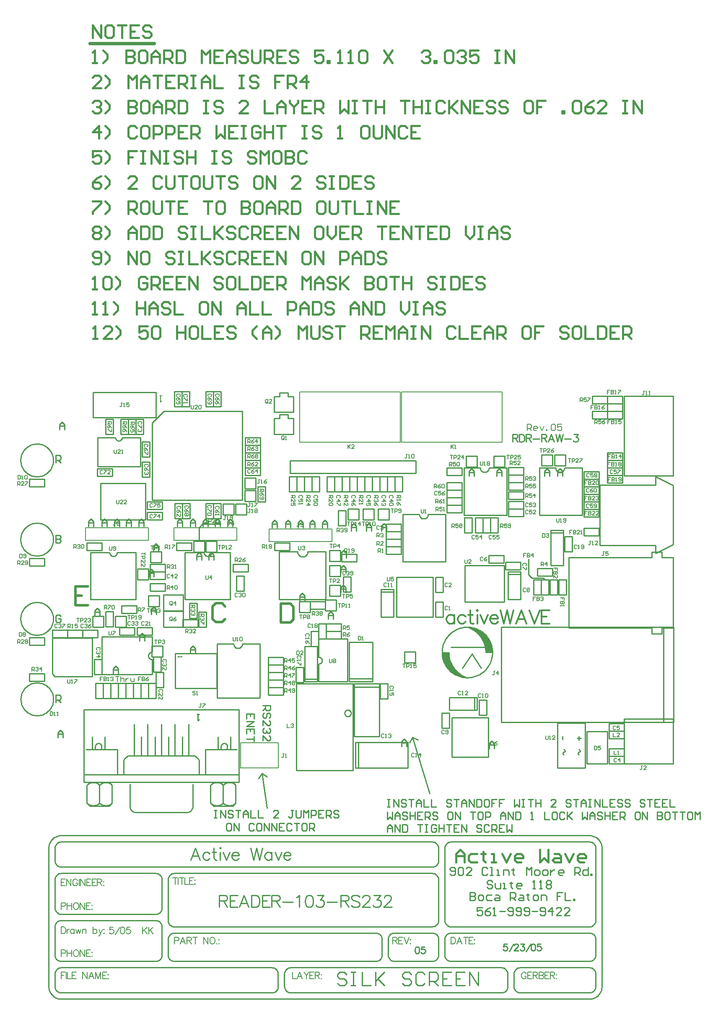
<source format=gto>
%FSLAX24Y24*%
%MOIN*%
G70*
G01*
G75*
%ADD10C,0.0080*%
%ADD11R,0.0550X0.0400*%
%ADD12R,0.0300X0.0300*%
%ADD13R,0.0900X0.0550*%
%ADD14R,0.0900X0.1800*%
%ADD15R,0.0630X0.0118*%
%ADD16O,0.0630X0.0118*%
%ADD17O,0.0118X0.0630*%
%ADD18R,0.0780X0.0780*%
%ADD19R,0.0900X0.0350*%
%ADD20O,0.0800X0.0240*%
%ADD21R,0.0360X0.0500*%
%ADD22R,0.0360X0.0360*%
%ADD23R,0.1800X0.0900*%
%ADD24O,0.0900X0.0240*%
%ADD25R,0.0240X0.0700*%
%ADD26R,0.0800X0.0140*%
%ADD27O,0.0800X0.0300*%
%ADD28R,0.0400X0.0300*%
%ADD29R,0.1102X0.0790*%
%ADD30R,0.0550X0.0900*%
%ADD31R,0.0400X0.0550*%
%ADD32R,0.3949X0.1752*%
%ADD33R,0.0600X0.0800*%
%ADD34O,0.0240X0.0800*%
%ADD35R,0.0945X0.0591*%
%ADD36R,0.0350X0.0700*%
%ADD37R,0.1102X0.0709*%
%ADD38R,0.0709X0.1102*%
%ADD39C,0.0300*%
%ADD40C,0.0220*%
%ADD41C,0.0250*%
%ADD42C,0.0120*%
%ADD43C,0.0100*%
%ADD44C,0.0150*%
%ADD45C,0.0200*%
%ADD46C,0.0400*%
%ADD47C,0.0140*%
%ADD48C,0.0090*%
%ADD49C,0.0050*%
%ADD50R,0.0620X0.0620*%
%ADD51C,0.0620*%
%ADD52C,0.1967*%
%ADD53C,0.0650*%
%ADD54C,0.0550*%
%ADD55R,0.0650X0.0650*%
%ADD56R,0.0600X0.0600*%
%ADD57C,0.0600*%
%ADD58R,0.0520X0.0520*%
%ADD59C,0.0670*%
%ADD60C,0.2100*%
%ADD61C,0.1400*%
%ADD62C,0.1300*%
%ADD63C,0.1280*%
%ADD64C,0.0900*%
%ADD65C,0.0787*%
%ADD66R,0.0787X0.0787*%
%ADD67R,0.0850X0.0850*%
%ADD68C,0.0850*%
%ADD69C,0.0350*%
%ADD70C,0.0060*%
%ADD71C,0.0125*%
D10*
X96729Y59634D02*
Y61634D01*
X93729D02*
X96729D01*
X93729Y59634D02*
X96729D01*
X93729D02*
Y61634D01*
X98419Y85519D02*
Y89519D01*
Y85519D02*
X106419D01*
Y89519D01*
X98419D02*
X106419D01*
X106519Y85519D02*
Y89519D01*
Y85519D02*
X114519D01*
Y89519D01*
X106519D02*
X114519D01*
X81374Y77734D02*
Y78734D01*
Y77734D02*
X86374D01*
X81374Y78734D02*
X86374D01*
Y77734D02*
Y78734D01*
X93424Y77734D02*
Y78734D01*
X88424D02*
X93424D01*
X88424Y77734D02*
X93424D01*
X88424D02*
Y78734D01*
X100974Y77634D02*
Y78634D01*
X95974D02*
X100974D01*
X95974Y77634D02*
X100974D01*
X95974D02*
Y78634D01*
X87444Y89230D02*
X87277D01*
X87361D01*
Y88731D01*
X87444Y88814D01*
X116514Y86442D02*
Y86942D01*
X116764D01*
X116847Y86859D01*
Y86692D01*
X116764Y86609D01*
X116514D01*
X116681D02*
X116847Y86442D01*
X117264D02*
X117097D01*
X117014Y86526D01*
Y86692D01*
X117097Y86775D01*
X117264D01*
X117347Y86692D01*
Y86609D01*
X117014D01*
X117514Y86775D02*
X117680Y86442D01*
X117847Y86775D01*
X118014Y86442D02*
Y86526D01*
X118097D01*
Y86442D01*
X118014D01*
X118430Y86859D02*
X118513Y86942D01*
X118680D01*
X118763Y86859D01*
Y86526D01*
X118680Y86442D01*
X118513D01*
X118430Y86526D01*
Y86859D01*
X119263Y86942D02*
X118930D01*
Y86692D01*
X119097Y86775D01*
X119180D01*
X119263Y86692D01*
Y86526D01*
X119180Y86442D01*
X119013D01*
X118930Y86526D01*
X83586Y46964D02*
X83332D01*
X83306Y46736D01*
X83332Y46761D01*
X83408Y46787D01*
X83484D01*
X83560Y46761D01*
X83611Y46711D01*
X83636Y46634D01*
Y46584D01*
X83611Y46507D01*
X83560Y46457D01*
X83484Y46431D01*
X83408D01*
X83332Y46457D01*
X83306Y46482D01*
X83281Y46533D01*
X83756Y46355D02*
X84111Y46964D01*
X84299D02*
X84223Y46939D01*
X84172Y46863D01*
X84147Y46736D01*
Y46660D01*
X84172Y46533D01*
X84223Y46457D01*
X84299Y46431D01*
X84350D01*
X84426Y46457D01*
X84477Y46533D01*
X84502Y46660D01*
Y46736D01*
X84477Y46863D01*
X84426Y46939D01*
X84350Y46964D01*
X84299D01*
X84926D02*
X84672D01*
X84647Y46736D01*
X84672Y46761D01*
X84748Y46787D01*
X84825D01*
X84901Y46761D01*
X84952Y46711D01*
X84977Y46634D01*
Y46584D01*
X84952Y46507D01*
X84901Y46457D01*
X84825Y46431D01*
X84748D01*
X84672Y46457D01*
X84647Y46482D01*
X84622Y46533D01*
X85934Y46964D02*
Y46431D01*
X86290Y46964D02*
X85934Y46609D01*
X86061Y46736D02*
X86290Y46431D01*
X86409Y46964D02*
Y46431D01*
X86765Y46964D02*
X86409Y46609D01*
X86536Y46736D02*
X86765Y46431D01*
D41*
X81762Y117224D02*
X86862D01*
D43*
X82498Y56830D02*
X82575Y56764D01*
X82660Y56710D01*
X82752Y56668D01*
X82848Y56639D01*
X82949Y56625D01*
X83050D01*
X83150Y56639D01*
X83247Y56668D01*
X83339Y56710D01*
X83424Y56764D01*
X83500Y56830D01*
X81498D02*
X81575Y56764D01*
X81660Y56710D01*
X81752Y56668D01*
X81848Y56639D01*
X81949Y56625D01*
X82050D01*
X82150Y56639D01*
X82247Y56668D01*
X82339Y56710D01*
X82424Y56764D01*
X82500Y56830D01*
Y58249D02*
X82424Y58315D01*
X82339Y58370D01*
X82247Y58412D01*
X82150Y58440D01*
X82050Y58454D01*
X81949D01*
X81848Y58440D01*
X81752Y58412D01*
X81660Y58370D01*
X81575Y58315D01*
X81498Y58249D01*
X83500D02*
X83424Y58315D01*
X83339Y58370D01*
X83247Y58412D01*
X83150Y58440D01*
X83050Y58454D01*
X82949D01*
X82848Y58440D01*
X82752Y58412D01*
X82660Y58370D01*
X82575Y58315D01*
X82498Y58249D01*
X92331Y56830D02*
X92408Y56764D01*
X92493Y56710D01*
X92585Y56668D01*
X92682Y56639D01*
X92782Y56625D01*
X92883D01*
X92983Y56639D01*
X93080Y56668D01*
X93172Y56710D01*
X93257Y56764D01*
X93333Y56830D01*
X91332D02*
X91408Y56764D01*
X91493Y56710D01*
X91585Y56668D01*
X91682Y56639D01*
X91782Y56625D01*
X91883D01*
X91983Y56639D01*
X92080Y56668D01*
X92172Y56710D01*
X92257Y56764D01*
X92333Y56830D01*
Y58249D02*
X92257Y58315D01*
X92172Y58370D01*
X92080Y58412D01*
X91983Y58440D01*
X91883Y58454D01*
X91782D01*
X91682Y58440D01*
X91585Y58412D01*
X91493Y58370D01*
X91408Y58315D01*
X91332Y58249D01*
X93333D02*
X93257Y58315D01*
X93172Y58370D01*
X93080Y58412D01*
X92983Y58440D01*
X92883Y58454D01*
X92782D01*
X92682Y58440D01*
X92585Y58412D01*
X92493Y58370D01*
X92408Y58315D01*
X92331Y58249D01*
X82666Y61331D02*
X82647Y61427D01*
X82592Y61508D01*
X82511Y61562D01*
X82416Y61581D01*
X82320Y61562D01*
X82239Y61508D01*
X82185Y61427D01*
X82166Y61331D01*
X92666D02*
X92647Y61427D01*
X92592Y61508D01*
X92511Y61562D01*
X92416Y61581D01*
X92320Y61562D01*
X92239Y61508D01*
X92185Y61427D01*
X92166Y61331D01*
X84916Y60581D02*
X84818Y60572D01*
X84724Y60543D01*
X84638Y60497D01*
X84562Y60435D01*
X84500Y60359D01*
X84454Y60273D01*
X84425Y60179D01*
X84416Y60081D01*
X90416D02*
X90406Y60179D01*
X90378Y60273D01*
X90331Y60359D01*
X90269Y60435D01*
X90194Y60497D01*
X90107Y60543D01*
X90013Y60572D01*
X89916Y60581D01*
X84916Y56581D02*
X84925Y56484D01*
X84954Y56390D01*
X85000Y56303D01*
X85062Y56228D01*
X85138Y56166D01*
X85224Y56119D01*
X85318Y56091D01*
X85416Y56081D01*
X89416D02*
X89513Y56091D01*
X89607Y56119D01*
X89693Y56166D01*
X89769Y56228D01*
X89831Y56303D01*
X89878Y56390D01*
X89906Y56484D01*
X89916Y56581D01*
X83754Y85894D02*
X83774Y85791D01*
X83833Y85703D01*
X83921Y85644D01*
X84024Y85624D01*
X84128Y85644D01*
X84215Y85703D01*
X84274Y85791D01*
X84294Y85894D01*
X78834Y65084D02*
X78830Y65184D01*
X78819Y65283D01*
X78800Y65380D01*
X78773Y65477D01*
X78740Y65570D01*
X78699Y65661D01*
X78651Y65749D01*
X78597Y65832D01*
X78537Y65911D01*
X78471Y65986D01*
X78399Y66055D01*
X78322Y66118D01*
X78241Y66175D01*
X78155Y66226D01*
X78066Y66271D01*
X77973Y66308D01*
X77879Y66338D01*
X77782Y66361D01*
X77683Y66376D01*
X77584Y66383D01*
X77484D01*
X77385Y66376D01*
X77287Y66361D01*
X77190Y66338D01*
X77095Y66308D01*
X77002Y66271D01*
X76913Y66226D01*
X76827Y66175D01*
X76746Y66118D01*
X76669Y66055D01*
X76597Y65986D01*
X76531Y65911D01*
X76471Y65832D01*
X76417Y65749D01*
X76369Y65661D01*
X76328Y65570D01*
X76295Y65477D01*
X76268Y65380D01*
X76249Y65283D01*
X76238Y65184D01*
X76234Y65084D01*
X76238Y64985D01*
X76249Y64886D01*
X76268Y64788D01*
X76295Y64692D01*
X76328Y64598D01*
X76369Y64507D01*
X76417Y64420D01*
X76471Y64336D01*
X76531Y64257D01*
X76597Y64183D01*
X76669Y64114D01*
X76746Y64050D01*
X76827Y63993D01*
X76913Y63942D01*
X77002Y63898D01*
X77095Y63861D01*
X77190Y63831D01*
X77287Y63808D01*
X77385Y63793D01*
X77484Y63785D01*
X77584D01*
X77683Y63793D01*
X77782Y63808D01*
X77879Y63831D01*
X77973Y63861D01*
X78066Y63898D01*
X78155Y63942D01*
X78241Y63993D01*
X78322Y64050D01*
X78399Y64114D01*
X78471Y64183D01*
X78537Y64257D01*
X78597Y64336D01*
X78651Y64420D01*
X78699Y64507D01*
X78740Y64598D01*
X78773Y64692D01*
X78800Y64788D01*
X78819Y64886D01*
X78830Y64985D01*
X78834Y65084D01*
X93154Y69484D02*
X93168Y69386D01*
X93210Y69295D01*
X93275Y69220D01*
X93359Y69166D01*
X93454Y69138D01*
X93554D01*
X93649Y69166D01*
X93733Y69220D01*
X93798Y69295D01*
X93840Y69386D01*
X93854Y69484D01*
X118769Y83484D02*
X118784Y83386D01*
X118825Y83295D01*
X118890Y83220D01*
X118974Y83166D01*
X119070Y83138D01*
X119169D01*
X119265Y83166D01*
X119349Y83220D01*
X119414Y83295D01*
X119455Y83386D01*
X119469Y83484D01*
X112769D02*
X112784Y83386D01*
X112825Y83295D01*
X112890Y83220D01*
X112974Y83166D01*
X113070Y83138D01*
X113169D01*
X113265Y83166D01*
X113349Y83220D01*
X113414Y83295D01*
X113455Y83386D01*
X113469Y83484D01*
X107924Y79784D02*
X107939Y79686D01*
X107980Y79595D01*
X108045Y79520D01*
X108129Y79466D01*
X108225Y79438D01*
X108324D01*
X108420Y79466D01*
X108504Y79520D01*
X108569Y79595D01*
X108610Y79686D01*
X108624Y79784D01*
X86694Y68839D02*
X86591Y68821D01*
X86501Y68769D01*
X86434Y68689D01*
X86399Y68591D01*
Y68487D01*
X86434Y68389D01*
X86501Y68309D01*
X86591Y68257D01*
X86694Y68239D01*
X90798Y76760D02*
X90816Y76657D01*
X90868Y76567D01*
X90948Y76500D01*
X91046Y76465D01*
X91150D01*
X91248Y76500D01*
X91328Y76567D01*
X91380Y76657D01*
X91398Y76760D01*
X98248Y76810D02*
X98260Y76714D01*
X98294Y76624D01*
X98349Y76545D01*
X98421Y76481D01*
X98506Y76436D01*
X98600Y76413D01*
X98696D01*
X98790Y76436D01*
X98875Y76481D01*
X98947Y76545D01*
X99002Y76624D01*
X99036Y76714D01*
X99048Y76810D01*
X78824Y84084D02*
X78820Y84184D01*
X78809Y84283D01*
X78790Y84380D01*
X78763Y84477D01*
X78730Y84570D01*
X78689Y84661D01*
X78641Y84749D01*
X78587Y84832D01*
X78527Y84911D01*
X78461Y84986D01*
X78389Y85055D01*
X78312Y85118D01*
X78231Y85175D01*
X78145Y85226D01*
X78056Y85271D01*
X77963Y85308D01*
X77869Y85338D01*
X77772Y85360D01*
X77673Y85376D01*
X77574Y85383D01*
X77474D01*
X77375Y85376D01*
X77277Y85360D01*
X77180Y85338D01*
X77085Y85308D01*
X76992Y85271D01*
X76903Y85226D01*
X76817Y85175D01*
X76736Y85118D01*
X76659Y85055D01*
X76587Y84986D01*
X76521Y84911D01*
X76461Y84832D01*
X76407Y84749D01*
X76359Y84661D01*
X76318Y84570D01*
X76285Y84477D01*
X76258Y84380D01*
X76239Y84283D01*
X76228Y84184D01*
X76224Y84084D01*
X76228Y83985D01*
X76239Y83886D01*
X76258Y83788D01*
X76285Y83692D01*
X76318Y83598D01*
X76359Y83507D01*
X76407Y83420D01*
X76461Y83336D01*
X76521Y83257D01*
X76587Y83183D01*
X76659Y83114D01*
X76736Y83050D01*
X76817Y82993D01*
X76903Y82942D01*
X76992Y82898D01*
X77085Y82861D01*
X77180Y82831D01*
X77277Y82808D01*
X77375Y82793D01*
X77474Y82785D01*
X77574D01*
X77673Y82793D01*
X77772Y82808D01*
X77869Y82831D01*
X77963Y82861D01*
X78056Y82898D01*
X78145Y82942D01*
X78231Y82993D01*
X78312Y83050D01*
X78389Y83114D01*
X78461Y83183D01*
X78527Y83257D01*
X78587Y83336D01*
X78641Y83420D01*
X78689Y83507D01*
X78730Y83598D01*
X78763Y83692D01*
X78790Y83788D01*
X78809Y83886D01*
X78820Y83985D01*
X78824Y84084D01*
Y77784D02*
X78820Y77884D01*
X78809Y77983D01*
X78790Y78080D01*
X78763Y78177D01*
X78730Y78270D01*
X78689Y78361D01*
X78641Y78449D01*
X78587Y78532D01*
X78527Y78611D01*
X78461Y78686D01*
X78389Y78755D01*
X78312Y78818D01*
X78231Y78875D01*
X78145Y78926D01*
X78056Y78971D01*
X77963Y79008D01*
X77869Y79038D01*
X77772Y79061D01*
X77673Y79076D01*
X77574Y79083D01*
X77474D01*
X77375Y79076D01*
X77277Y79061D01*
X77180Y79038D01*
X77085Y79008D01*
X76992Y78971D01*
X76903Y78926D01*
X76817Y78875D01*
X76736Y78818D01*
X76659Y78755D01*
X76587Y78686D01*
X76521Y78611D01*
X76461Y78532D01*
X76407Y78449D01*
X76359Y78361D01*
X76318Y78270D01*
X76285Y78177D01*
X76258Y78080D01*
X76239Y77983D01*
X76228Y77884D01*
X76224Y77784D01*
X76228Y77685D01*
X76239Y77586D01*
X76258Y77488D01*
X76285Y77392D01*
X76318Y77298D01*
X76359Y77207D01*
X76407Y77120D01*
X76461Y77036D01*
X76521Y76957D01*
X76587Y76883D01*
X76659Y76814D01*
X76736Y76750D01*
X76817Y76693D01*
X76903Y76642D01*
X76992Y76598D01*
X77085Y76561D01*
X77180Y76531D01*
X77277Y76508D01*
X77375Y76493D01*
X77474Y76485D01*
X77574D01*
X77673Y76493D01*
X77772Y76508D01*
X77869Y76531D01*
X77963Y76561D01*
X78056Y76598D01*
X78145Y76642D01*
X78231Y76693D01*
X78312Y76750D01*
X78389Y76814D01*
X78461Y76883D01*
X78527Y76957D01*
X78587Y77036D01*
X78641Y77120D01*
X78689Y77207D01*
X78730Y77298D01*
X78763Y77392D01*
X78790Y77488D01*
X78809Y77586D01*
X78820Y77685D01*
X78824Y77784D01*
Y71484D02*
X78820Y71584D01*
X78809Y71683D01*
X78790Y71780D01*
X78763Y71877D01*
X78730Y71970D01*
X78689Y72061D01*
X78641Y72149D01*
X78587Y72232D01*
X78527Y72311D01*
X78461Y72386D01*
X78389Y72455D01*
X78312Y72518D01*
X78231Y72575D01*
X78145Y72626D01*
X78056Y72671D01*
X77963Y72708D01*
X77869Y72738D01*
X77772Y72761D01*
X77673Y72776D01*
X77574Y72783D01*
X77474D01*
X77375Y72776D01*
X77277Y72761D01*
X77180Y72738D01*
X77085Y72708D01*
X76992Y72671D01*
X76903Y72626D01*
X76817Y72575D01*
X76736Y72518D01*
X76659Y72455D01*
X76587Y72386D01*
X76521Y72311D01*
X76461Y72232D01*
X76407Y72149D01*
X76359Y72061D01*
X76318Y71970D01*
X76285Y71877D01*
X76258Y71780D01*
X76239Y71683D01*
X76228Y71584D01*
X76224Y71484D01*
X76228Y71385D01*
X76239Y71286D01*
X76258Y71188D01*
X76285Y71092D01*
X76318Y70998D01*
X76359Y70907D01*
X76407Y70820D01*
X76461Y70736D01*
X76521Y70657D01*
X76587Y70583D01*
X76659Y70514D01*
X76736Y70450D01*
X76817Y70393D01*
X76903Y70342D01*
X76992Y70298D01*
X77085Y70261D01*
X77180Y70231D01*
X77277Y70208D01*
X77375Y70193D01*
X77474Y70185D01*
X77574D01*
X77673Y70193D01*
X77772Y70208D01*
X77869Y70231D01*
X77963Y70261D01*
X78056Y70298D01*
X78145Y70342D01*
X78231Y70393D01*
X78312Y70450D01*
X78389Y70514D01*
X78461Y70583D01*
X78527Y70657D01*
X78587Y70736D01*
X78641Y70820D01*
X78689Y70907D01*
X78730Y70998D01*
X78763Y71092D01*
X78790Y71188D01*
X78809Y71286D01*
X78820Y71385D01*
X78824Y71484D01*
X83298Y76760D02*
X83316Y76657D01*
X83368Y76567D01*
X83448Y76500D01*
X83546Y76465D01*
X83650D01*
X83748Y76500D01*
X83828Y76567D01*
X83880Y76657D01*
X83898Y76760D01*
X102504Y63972D02*
X102485Y64070D01*
X102429Y64153D01*
X102346Y64208D01*
X102248Y64228D01*
X102150Y64208D01*
X102067Y64153D01*
X102012Y64070D01*
X101992Y63972D01*
X102012Y63874D01*
X102067Y63791D01*
X102150Y63735D01*
X102248Y63716D01*
X102346Y63735D01*
X102429Y63791D01*
X102485Y63874D01*
X102504Y63972D01*
X113210Y68828D02*
X113207Y68928D01*
X113198Y69028D01*
X113185Y69128D01*
X113167Y69226D01*
X113144Y69324D01*
X113117Y69421D01*
X113086Y69516D01*
X113050Y69609D01*
X113010Y69701D01*
X112965Y69791D01*
X112917Y69879D01*
X112864Y69964D01*
X112807Y70047D01*
X112747Y70127D01*
X112683Y70204D01*
X112615Y70278D01*
X112544Y70349D01*
X112470Y70416D01*
X112393Y70480D01*
X112312Y70541D01*
X112230Y70597D01*
X112144Y70649D01*
X112056Y70698D01*
X111966Y70742D01*
X111874Y70782D01*
X111781Y70818D01*
X110237Y68781D02*
X110241Y68681D01*
X110249Y68582D01*
X110262Y68484D01*
X110280Y68386D01*
X110302Y68289D01*
X110329Y68193D01*
X110360Y68098D01*
X110396Y68006D01*
X110435Y67914D01*
X110479Y67825D01*
X110527Y67738D01*
X110580Y67653D01*
X110635Y67571D01*
X110695Y67492D01*
X110759Y67415D01*
X110825Y67341D01*
X110896Y67271D01*
X110969Y67204D01*
X111045Y67140D01*
X111125Y67080D01*
X111207Y67024D01*
X110167Y68791D02*
X110171Y68691D01*
X110179Y68592D01*
X110192Y68494D01*
X110210Y68396D01*
X110232Y68299D01*
X110259Y68203D01*
X110290Y68108D01*
X110326Y68016D01*
X110365Y67924D01*
X110409Y67835D01*
X110457Y67748D01*
X110510Y67663D01*
X110565Y67581D01*
X110625Y67502D01*
X110689Y67425D01*
X110755Y67351D01*
X110826Y67281D01*
X110899Y67214D01*
X110975Y67150D01*
X111055Y67090D01*
X111137Y67034D01*
X110084Y68791D02*
X110087Y68689D01*
X110095Y68588D01*
X110107Y68487D01*
X110125Y68386D01*
X110147Y68287D01*
X110175Y68189D01*
X110207Y68093D01*
X110244Y67998D01*
X110285Y67905D01*
X110331Y67814D01*
X110381Y67726D01*
X110436Y67640D01*
X110495Y67557D01*
X110557Y67477D01*
X110624Y67400D01*
X110694Y67327D01*
X110768Y67257D01*
X110846Y67191D01*
X110926Y67128D01*
X111009Y67070D01*
X111095Y67016D01*
X111184Y66966D01*
X111275Y66920D01*
X111368Y66879D01*
X111463Y66843D01*
X109798Y68791D02*
X109802Y68689D01*
X109810Y68589D01*
X109824Y68488D01*
X109842Y68389D01*
X109865Y68290D01*
X109892Y68193D01*
X109924Y68097D01*
X109961Y68003D01*
X110002Y67910D01*
X110047Y67820D01*
X110096Y67732D01*
X110150Y67646D01*
X110207Y67563D01*
X110269Y67482D01*
X110334Y67405D01*
X110402Y67330D01*
X110475Y67259D01*
X109878Y68751D02*
X109882Y68649D01*
X109890Y68549D01*
X109904Y68448D01*
X109922Y68349D01*
X109945Y68250D01*
X109972Y68153D01*
X110004Y68057D01*
X110041Y67963D01*
X110082Y67870D01*
X110127Y67780D01*
X110176Y67692D01*
X110230Y67606D01*
X110287Y67523D01*
X110349Y67442D01*
X110414Y67365D01*
X110482Y67290D01*
X110555Y67219D01*
X109948Y68791D02*
X109952Y68690D01*
X109960Y68590D01*
X109974Y68490D01*
X109992Y68391D01*
X110014Y68293D01*
X110041Y68196D01*
X110073Y68100D01*
X110109Y68006D01*
X110150Y67914D01*
X110195Y67824D01*
X110244Y67736D01*
X110297Y67651D01*
X110354Y67568D01*
X110414Y67487D01*
X110479Y67410D01*
X110547Y67336D01*
X110619Y67265D01*
X110693Y67198D01*
X110771Y67134D01*
X110852Y67074D01*
X110935Y67017D01*
X111021Y66965D01*
X111109Y66917D01*
X109997Y68774D02*
X110001Y68671D01*
X110011Y68570D01*
X110026Y68468D01*
X110047Y68368D01*
X110072Y68269D01*
X110103Y68171D01*
X110139Y68075D01*
X110180Y67981D01*
X110226Y67890D01*
X110277Y67801D01*
X110332Y67715D01*
X110392Y67631D01*
X110456Y67552D01*
X110525Y67475D01*
X110597Y67403D01*
X110673Y67334D01*
X110752Y67269D01*
X110835Y67209D01*
X110921Y67153D01*
X111010Y67102D01*
X110268Y68791D02*
X110272Y68690D01*
X110280Y68590D01*
X110293Y68491D01*
X110311Y68392D01*
X110334Y68295D01*
X110361Y68198D01*
X110392Y68103D01*
X110428Y68009D01*
X110468Y67917D01*
X110513Y67827D01*
X110562Y67740D01*
X110614Y67654D01*
X110671Y67572D01*
X110731Y67492D01*
X110795Y67414D01*
X110863Y67340D01*
X110934Y67270D01*
X111008Y67202D01*
X111085Y67138D01*
X111166Y67078D01*
X111249Y67022D01*
X111334Y66969D01*
X111422Y66921D01*
X111512Y66876D01*
X111604Y66836D01*
X111697Y66801D01*
X113241Y68838D02*
X113237Y68937D01*
X113229Y69036D01*
X113216Y69135D01*
X113198Y69233D01*
X113176Y69330D01*
X113149Y69426D01*
X113118Y69520D01*
X113082Y69613D01*
X113043Y69704D01*
X112999Y69793D01*
X112951Y69880D01*
X112899Y69965D01*
X112843Y70047D01*
X112783Y70127D01*
X112720Y70204D01*
X112653Y70277D01*
X112582Y70348D01*
X112509Y70415D01*
X112433Y70479D01*
X112353Y70539D01*
X112271Y70595D01*
X113311Y68828D02*
X113307Y68927D01*
X113299Y69026D01*
X113286Y69125D01*
X113268Y69223D01*
X113246Y69320D01*
X113219Y69416D01*
X113188Y69510D01*
X113152Y69603D01*
X113113Y69694D01*
X113069Y69783D01*
X113021Y69870D01*
X112969Y69955D01*
X112913Y70037D01*
X112853Y70117D01*
X112790Y70194D01*
X112723Y70267D01*
X112652Y70338D01*
X112579Y70405D01*
X112503Y70469D01*
X112423Y70529D01*
X112341Y70585D01*
X113394Y68828D02*
X113391Y68930D01*
X113384Y69031D01*
X113371Y69132D01*
X113353Y69232D01*
X113331Y69331D01*
X113303Y69429D01*
X113271Y69526D01*
X113235Y69621D01*
X113193Y69714D01*
X113147Y69804D01*
X113097Y69893D01*
X113042Y69978D01*
X112983Y70061D01*
X112921Y70142D01*
X112854Y70218D01*
X112784Y70292D01*
X112710Y70362D01*
X112633Y70428D01*
X112552Y70490D01*
X112469Y70549D01*
X112383Y70603D01*
X112294Y70653D01*
X112203Y70698D01*
X112110Y70739D01*
X112015Y70775D01*
X113680Y68828D02*
X113676Y68929D01*
X113668Y69030D01*
X113654Y69130D01*
X113636Y69230D01*
X113613Y69328D01*
X113586Y69425D01*
X113554Y69521D01*
X113517Y69616D01*
X113476Y69708D01*
X113431Y69799D01*
X113382Y69887D01*
X113328Y69973D01*
X113271Y70056D01*
X113209Y70136D01*
X113144Y70214D01*
X113076Y70288D01*
X113004Y70359D01*
X113600Y68868D02*
X113596Y68969D01*
X113588Y69070D01*
X113574Y69170D01*
X113556Y69270D01*
X113533Y69368D01*
X113506Y69465D01*
X113474Y69561D01*
X113437Y69656D01*
X113396Y69748D01*
X113351Y69839D01*
X113302Y69927D01*
X113248Y70013D01*
X113191Y70096D01*
X113129Y70176D01*
X113064Y70254D01*
X112996Y70328D01*
X112924Y70399D01*
X113530Y68828D02*
X113526Y68929D01*
X113518Y69029D01*
X113504Y69129D01*
X113486Y69228D01*
X113464Y69326D01*
X113437Y69423D01*
X113405Y69518D01*
X113369Y69612D01*
X113328Y69704D01*
X113283Y69794D01*
X113234Y69882D01*
X113181Y69968D01*
X113124Y70051D01*
X113064Y70131D01*
X112999Y70208D01*
X112931Y70283D01*
X112860Y70353D01*
X112785Y70421D01*
X112707Y70485D01*
X112626Y70545D01*
X112543Y70601D01*
X112457Y70654D01*
X112369Y70702D01*
X113481Y68845D02*
X113477Y68947D01*
X113467Y69049D01*
X113452Y69150D01*
X113432Y69251D01*
X113406Y69350D01*
X113375Y69448D01*
X113339Y69543D01*
X113298Y69637D01*
X113252Y69729D01*
X113201Y69818D01*
X113146Y69904D01*
X113086Y69987D01*
X113022Y70067D01*
X112953Y70143D01*
X112881Y70216D01*
X112805Y70285D01*
X112726Y70349D01*
X112643Y70410D01*
X112557Y70466D01*
X112468Y70517D01*
X109739Y68799D02*
X109742Y68700D01*
X109749Y68600D01*
X109761Y68501D01*
X109779Y68403D01*
X109801Y68306D01*
X109828Y68210D01*
X109860Y68115D01*
X109896Y68022D01*
X109937Y67932D01*
X109983Y67843D01*
X110032Y67756D01*
X110087Y67673D01*
X110145Y67592D01*
X110207Y67514D01*
X110273Y67439D01*
X110343Y67368D01*
X110416Y67300D01*
X110492Y67236D01*
X110572Y67175D01*
X110654Y67119D01*
X110739Y67067D01*
X110827Y67020D01*
X110916Y66976D01*
X111008Y66938D01*
X111102Y66903D01*
X111197Y66874D01*
X111294Y66849D01*
X111392Y66830D01*
X111490Y66815D01*
X111590Y66805D01*
X111689Y66800D01*
X111789D01*
X111889Y66805D01*
X111988Y66815D01*
X112086Y66830D01*
X112184Y66849D01*
X112281Y66874D01*
X112376Y66903D01*
X112470Y66938D01*
X112562Y66976D01*
X112651Y67020D01*
X112739Y67067D01*
X112824Y67119D01*
X112907Y67175D01*
X112986Y67236D01*
X113062Y67300D01*
X113136Y67368D01*
X113205Y67439D01*
X113271Y67514D01*
X113333Y67592D01*
X113392Y67673D01*
X113446Y67756D01*
X113495Y67843D01*
X113541Y67932D01*
X113582Y68022D01*
X113618Y68115D01*
X113650Y68210D01*
X113677Y68306D01*
X113699Y68403D01*
X113717Y68501D01*
X113729Y68600D01*
X113737Y68700D01*
X113739Y68799D01*
Y68819D02*
X113737Y68919D01*
X113729Y69018D01*
X113717Y69117D01*
X113699Y69216D01*
X113677Y69313D01*
X113650Y69409D01*
X113618Y69503D01*
X113582Y69596D01*
X113541Y69687D01*
X113495Y69776D01*
X113446Y69862D01*
X113392Y69946D01*
X113333Y70027D01*
X113271Y70105D01*
X113205Y70180D01*
X113136Y70251D01*
X113062Y70319D01*
X112986Y70383D01*
X112907Y70443D01*
X112824Y70499D01*
X112739Y70551D01*
X112651Y70599D01*
X112562Y70642D01*
X112470Y70681D01*
X112376Y70715D01*
X112281Y70745D01*
X112184Y70769D01*
X112086Y70789D01*
X111988Y70804D01*
X111889Y70814D01*
X111789Y70819D01*
X111689D01*
X111590Y70814D01*
X111490Y70804D01*
X111392Y70789D01*
X111294Y70769D01*
X111197Y70745D01*
X111102Y70715D01*
X111008Y70681D01*
X110916Y70642D01*
X110827Y70599D01*
X110739Y70551D01*
X110654Y70499D01*
X110572Y70443D01*
X110492Y70383D01*
X110416Y70319D01*
X110343Y70251D01*
X110273Y70180D01*
X110207Y70105D01*
X110145Y70027D01*
X110087Y69946D01*
X110032Y69862D01*
X109983Y69776D01*
X109937Y69687D01*
X109896Y69596D01*
X109860Y69503D01*
X109828Y69409D01*
X109801Y69313D01*
X109779Y69216D01*
X109761Y69117D01*
X109749Y69018D01*
X109742Y68919D01*
X109739Y68819D01*
X99929Y67889D02*
X100033Y67909D01*
X100120Y67968D01*
X100179Y68056D01*
X100199Y68159D01*
X100179Y68263D01*
X100120Y68350D01*
X100033Y68409D01*
X99929Y68430D01*
X119424Y60877D02*
X119511Y60927D01*
Y61027D01*
X119424Y61077D01*
Y60877D02*
X119337Y60827D01*
Y60727D01*
X119424Y60677D01*
X120624Y60877D02*
X120537Y60827D01*
Y60727D01*
X120624Y60677D01*
Y60877D02*
X120711Y60927D01*
Y61027D01*
X120624Y61077D01*
X93582Y58498D02*
Y64248D01*
X81249Y58498D02*
X93582D01*
X81249D02*
Y64248D01*
X93582D01*
X81249Y59081D02*
X93582D01*
X89916Y56581D02*
Y58331D01*
X85416Y56081D02*
X89416D01*
X84916Y56581D02*
Y58331D01*
X90416Y59081D02*
Y60081D01*
X84916Y60581D02*
X89916D01*
X84416Y59081D02*
Y60081D01*
X83916Y59081D02*
Y61081D01*
X81416D02*
X83916D01*
X90916Y59081D02*
Y61081D01*
X93416D01*
X92916D02*
Y62081D01*
X91916Y61081D02*
Y62081D01*
X92666Y61081D02*
Y61331D01*
X92166Y61081D02*
Y61331D01*
X82916Y61081D02*
Y62081D01*
X81916Y61081D02*
Y62081D01*
X82666Y61081D02*
Y61331D01*
X82166Y61081D02*
Y61331D01*
X89582Y60581D02*
Y63081D01*
X89082Y60581D02*
Y62081D01*
X88499Y60581D02*
Y63081D01*
X87999Y60581D02*
Y62081D01*
X87416Y60581D02*
Y63081D01*
X86916Y60581D02*
Y62081D01*
X86332Y60581D02*
Y63081D01*
X85832Y60581D02*
Y62081D01*
X85249Y60581D02*
Y63081D01*
X92332Y56831D02*
Y58248D01*
X91332D02*
X91582Y58498D01*
X91332Y56831D02*
Y58248D01*
Y56831D02*
X91582Y56581D01*
X93082D01*
X93332Y56831D01*
Y58248D01*
X93082Y58498D02*
X93332Y58248D01*
X82499Y56831D02*
Y58248D01*
X81499D02*
X81749Y58498D01*
X81499Y56831D02*
Y58248D01*
Y56831D02*
X81749Y56581D01*
X83249D01*
X83499Y56831D01*
Y58248D01*
X83249Y58498D02*
X83499Y58248D01*
X115999Y73034D02*
Y73684D01*
X114999Y73034D02*
X115999D01*
X114999D02*
Y75034D01*
X115999D01*
Y73684D02*
Y75034D01*
Y75234D01*
X114999D02*
X115999D01*
X114999Y75034D02*
Y75234D01*
X113449Y75934D02*
Y76234D01*
Y75934D02*
X114649D01*
Y76534D01*
X113449D02*
X114649D01*
X113449Y76234D02*
Y76534D01*
X90856Y76777D02*
Y77604D01*
X89990Y76777D02*
X90856D01*
X89990D02*
Y77643D01*
X90856D01*
Y77604D02*
Y77643D01*
X86678Y80914D02*
Y87055D01*
X87623Y88000D01*
X88489D01*
X86678Y80914D02*
X93843D01*
Y88000D01*
X87938D02*
X93843D01*
X81999Y89494D02*
X86999D01*
X81999Y87494D02*
X86999D01*
Y89494D01*
X81999Y87494D02*
Y89494D01*
X82999Y72059D02*
X83299D01*
X82999Y70859D02*
Y72059D01*
Y70859D02*
X83599D01*
Y72059D01*
X83299D02*
X83599D01*
X82599Y80744D02*
X82599Y82244D01*
X86149D01*
Y79344D02*
Y82244D01*
X82599Y79344D02*
X86149D01*
X82599Y80744D02*
X82599Y79344D01*
X86299Y80194D02*
Y80494D01*
Y80194D02*
X87499D01*
Y80794D01*
X86299D02*
X87499D01*
X86299Y80494D02*
Y80794D01*
Y79344D02*
Y79644D01*
Y79344D02*
X87499D01*
Y79944D01*
X86299D02*
X87499D01*
X86299Y79644D02*
Y79944D01*
X88799Y80644D02*
X89099D01*
Y79444D02*
Y80644D01*
X88499Y79444D02*
X89099D01*
X88499D02*
Y80644D01*
X88799D01*
X86199Y83944D02*
X86499D01*
Y82744D02*
Y83944D01*
X85899Y82744D02*
X86499D01*
X85899D02*
Y83944D01*
X86199D01*
X94099Y83194D02*
Y83494D01*
X95299D01*
Y82894D02*
Y83494D01*
X94099Y82894D02*
X95299D01*
X94099D02*
Y83194D01*
X88449Y88344D02*
X88749D01*
X88449D02*
Y89544D01*
X89049D01*
Y88344D02*
Y89544D01*
X88749Y88344D02*
X89049D01*
X91549D02*
X91849D01*
X91549D02*
Y89544D01*
X92149D01*
Y88344D02*
Y89544D01*
X91849Y88344D02*
X92149D01*
X86199Y85544D02*
X86499D01*
Y84344D02*
Y85544D01*
X85899Y84344D02*
X86499D01*
X85899D02*
Y85544D01*
X86199D01*
X89399Y80644D02*
X89699D01*
Y79444D02*
Y80644D01*
X89099Y79444D02*
X89699D01*
X89099D02*
Y80644D01*
X89399D01*
X90949Y88344D02*
X91249D01*
X90949D02*
Y89544D01*
X91549D01*
Y88344D02*
Y89544D01*
X91249Y88344D02*
X91549D01*
X91249Y80644D02*
X91549D01*
Y79444D02*
Y80644D01*
X90949Y79444D02*
X91549D01*
X90949D02*
Y80644D01*
X91249D01*
X89049Y88344D02*
X89349D01*
X89049D02*
Y89544D01*
X89649D01*
Y88344D02*
Y89544D01*
X89349Y88344D02*
X89649D01*
X83529Y82834D02*
Y83134D01*
X82329Y82834D02*
X83529D01*
X82329D02*
Y83434D01*
X83529D01*
Y83134D02*
Y83434D01*
X85699Y87344D02*
X85999D01*
Y86144D02*
Y87344D01*
X85399Y86144D02*
X85999D01*
X85399D02*
Y87344D01*
X85699D01*
X95299Y83494D02*
Y83794D01*
X94099Y83494D02*
X95299D01*
X94099D02*
Y84094D01*
X95299D01*
Y83794D02*
Y84094D01*
Y84694D02*
Y84994D01*
X94099Y84694D02*
X95299D01*
X94099D02*
Y85294D01*
X95299D01*
Y84994D02*
Y85294D01*
Y85594D01*
X94099Y85294D02*
X95299D01*
X94099D02*
Y85894D01*
X95299D01*
Y85594D02*
Y85894D01*
X84799Y86144D02*
X85099D01*
X84799D02*
Y87344D01*
X85399D01*
Y86144D02*
Y87344D01*
X85099Y86144D02*
X85399D01*
X84499Y87344D02*
X84799D01*
Y86144D02*
Y87344D01*
X84199Y86144D02*
X84799D01*
X84199D02*
Y87344D01*
X84499D01*
X82999Y86144D02*
X83299D01*
X82999D02*
Y87344D01*
X83599D01*
Y86144D02*
Y87344D01*
X83299Y86144D02*
X83599D01*
X94099Y84394D02*
Y84694D01*
X95299D01*
Y84094D02*
Y84694D01*
X94099Y84094D02*
X95299D01*
X94099D02*
Y84394D01*
X95399Y81994D02*
X95699D01*
Y80794D02*
Y81994D01*
X95099Y80794D02*
X95699D01*
X95099D02*
Y81994D01*
X95399D01*
X85749Y83594D02*
Y85894D01*
X82349Y83594D02*
X85749D01*
X82349D02*
Y85894D01*
X84294D02*
X85749D01*
X82349D02*
X83754D01*
X94932Y82638D02*
Y82677D01*
X94066D02*
X94932D01*
X94066Y81811D02*
Y82677D01*
Y81811D02*
X94932D01*
Y82638D01*
Y81638D02*
Y81677D01*
X94066D02*
X94932D01*
X94066Y80811D02*
Y81677D01*
Y80811D02*
X94932D01*
Y81638D01*
X94182Y80588D02*
Y80627D01*
X93316D02*
X94182D01*
X93316Y79761D02*
Y80627D01*
Y79761D02*
X94182D01*
Y80588D01*
X93182D02*
Y80627D01*
X92316D02*
X93182D01*
X92316Y79761D02*
Y80627D01*
Y79761D02*
X93182D01*
Y80588D01*
X91549Y80644D02*
X91849D01*
X91549Y79444D02*
Y80644D01*
Y79444D02*
X92149D01*
Y80644D01*
X91849D02*
X92149D01*
X96999Y89469D02*
X97469D01*
Y89169D02*
Y89469D01*
Y89169D02*
X97919D01*
Y87919D02*
Y89169D01*
X96369Y87919D02*
X97919D01*
X96369D02*
Y89169D01*
X96819D01*
Y89469D01*
X96999D01*
Y87719D02*
X97469D01*
Y87419D02*
Y87719D01*
Y87419D02*
X97919D01*
Y86169D02*
Y87419D01*
X96369Y86169D02*
X97919D01*
X96369D02*
Y87419D01*
X96819D01*
Y87719D01*
X96999D01*
X109224Y74784D02*
X109524D01*
X109224Y73584D02*
Y74784D01*
Y73584D02*
X109824D01*
Y74784D01*
X109524D02*
X109824D01*
X111549Y74234D02*
X111549Y72834D01*
X114699D01*
Y75734D01*
X111549D02*
X114699D01*
X111549Y74234D02*
X111549Y75734D01*
X97649Y83059D02*
Y84059D01*
X107649D01*
Y83059D02*
Y84059D01*
X97649Y83059D02*
X107649D01*
X91854Y69484D02*
X93154D01*
X95254Y65184D02*
Y69484D01*
X91854Y65184D02*
X95254D01*
X91854D02*
Y69484D01*
X93854D02*
X95254D01*
X117774Y74734D02*
X117924Y74584D01*
X116874Y74734D02*
X117774D01*
X116624Y74984D02*
X116874Y74734D01*
X116624Y74984D02*
Y76234D01*
X117324Y75184D02*
Y75484D01*
X118524Y74884D02*
Y75484D01*
X117324D02*
X118524D01*
X117324Y74884D02*
X118524D01*
X117324D02*
Y75184D01*
X117024Y74584D02*
X117324D01*
X117024Y73384D02*
Y74584D01*
X117624Y73384D02*
Y74584D01*
X117024Y73384D02*
X117624D01*
X117324Y74584D02*
X117624D01*
X82364Y69989D02*
Y70289D01*
X81164Y69989D02*
Y70589D01*
Y69989D02*
X82364D01*
X81164Y70589D02*
X82364D01*
Y70289D02*
Y70589D01*
X99399Y81583D02*
X99699D01*
X99399Y82783D02*
X99999D01*
X99399Y81583D02*
Y82783D01*
X99999Y81583D02*
Y82783D01*
X99699Y81583D02*
X99999D01*
X99099Y82783D02*
X99399D01*
X98799Y81583D02*
X99399D01*
Y82783D01*
X98799Y81583D02*
Y82783D01*
X99099D01*
X97899D02*
X98199D01*
X97599Y81583D02*
X98199D01*
Y82783D01*
X97599Y81583D02*
Y82783D01*
X97899D01*
X106294Y82784D02*
X106594D01*
X105994Y81584D02*
X106594D01*
Y82784D01*
X105994Y81584D02*
Y82784D01*
X106294D01*
X76924Y75984D02*
Y76284D01*
X78124Y75684D02*
Y76284D01*
X76924D02*
X78124D01*
X76924Y75684D02*
X78124D01*
X76924D02*
Y75984D01*
Y82284D02*
Y82584D01*
X78124Y81984D02*
Y82584D01*
X76924D02*
X78124D01*
X76924Y81984D02*
X78124D01*
X76924D02*
Y82284D01*
X121024Y81692D02*
Y81992D01*
X122224Y81392D02*
Y81992D01*
X121024D02*
X122224D01*
X121024Y81392D02*
X122224D01*
X121024D02*
Y81692D01*
X122224Y80192D02*
Y80492D01*
X121024Y80192D02*
Y80792D01*
Y80192D02*
X122224D01*
X121024Y80792D02*
X122224D01*
Y80492D02*
Y80792D01*
Y82592D02*
Y82892D01*
X121024Y82592D02*
Y83192D01*
Y82592D02*
X122224D01*
X121024Y83192D02*
X122224D01*
Y82892D02*
Y83192D01*
X124074Y82892D02*
Y83192D01*
X122874Y82892D02*
Y83492D01*
Y82892D02*
X124074D01*
X122874Y83492D02*
X124074D01*
Y83192D02*
Y83492D01*
X122224Y80792D02*
Y81092D01*
X121024Y80792D02*
Y81392D01*
Y80792D02*
X122224D01*
X121024Y81392D02*
X122224D01*
Y81092D02*
Y81392D01*
Y79592D02*
Y79892D01*
X121024Y79592D02*
Y80192D01*
Y79592D02*
X122224D01*
X121024Y80192D02*
X122224D01*
Y79892D02*
Y80192D01*
Y78092D02*
Y78392D01*
X121024Y78092D02*
Y78692D01*
Y78092D02*
X122224D01*
X121024Y78692D02*
X122224D01*
Y78392D02*
Y78692D01*
Y81992D02*
Y82292D01*
X121024Y81992D02*
Y82592D01*
Y81992D02*
X122224D01*
X121024Y82592D02*
X122224D01*
Y82292D02*
Y82592D01*
X124074Y82292D02*
Y82592D01*
X122874Y82292D02*
Y82892D01*
Y82292D02*
X124074D01*
X122874Y82892D02*
X124074D01*
Y82592D02*
Y82892D01*
Y83492D02*
Y83792D01*
X122874Y83492D02*
Y84092D01*
Y83492D02*
X124074D01*
X122874Y84092D02*
X124074D01*
Y83792D02*
Y84092D01*
X118686Y83691D02*
Y84517D01*
X119553D01*
Y83651D02*
Y84517D01*
X118686Y83651D02*
X119553D01*
X118686D02*
Y83691D01*
X117636D02*
Y84517D01*
X118503D01*
Y83651D02*
Y84517D01*
X117636Y83651D02*
X118503D01*
X117636D02*
Y83691D01*
X113841Y83591D02*
Y84417D01*
X114707D01*
Y83551D02*
Y84417D01*
X113841Y83551D02*
X114707D01*
X113841D02*
Y83591D01*
X111641D02*
Y84417D01*
X112507D01*
Y83551D02*
Y84417D01*
X111641Y83551D02*
X112507D01*
X111641D02*
Y83591D01*
X120869Y79709D02*
Y83484D01*
X117469Y79709D02*
X120869D01*
X117469D02*
Y83484D01*
X118769D01*
X119469D02*
X120869D01*
X114869Y79709D02*
Y83484D01*
X111469Y79709D02*
X114869D01*
X111469D02*
Y83484D01*
X112769D01*
X113469D02*
X114869D01*
X110024Y76009D02*
Y79784D01*
X106624Y76009D02*
X110024D01*
X106624D02*
Y79784D01*
X107924D01*
X108624D02*
X110024D01*
X111319Y81134D02*
Y81434D01*
X110119Y81134D02*
Y81734D01*
Y81134D02*
X111319D01*
X110119Y81734D02*
X111319D01*
Y81434D02*
Y81734D01*
X113269Y79534D02*
X113569D01*
X112969Y78334D02*
X113569D01*
Y79534D01*
X112969Y78334D02*
Y79534D01*
X113269D01*
X112669D02*
X112969D01*
X112369Y78334D02*
X112969D01*
Y79534D01*
X112369Y78334D02*
Y79534D01*
X112669D01*
X115019Y80534D02*
Y80834D01*
X116219Y80234D02*
Y80834D01*
X115019D02*
X116219D01*
X115019Y80234D02*
X116219D01*
X115019D02*
Y80534D01*
Y79934D02*
Y80234D01*
X116219Y79634D02*
Y80234D01*
X115019D02*
X116219D01*
X115019Y79634D02*
X116219D01*
X115019D02*
Y79934D01*
X110119Y80834D02*
Y81134D01*
X111319Y80534D02*
Y81134D01*
X110119D02*
X111319D01*
X110119Y80534D02*
X111319D01*
X110119D02*
Y80834D01*
X111319Y81734D02*
Y82034D01*
X110119Y81734D02*
Y82334D01*
Y81734D02*
X111319D01*
X110119Y82334D02*
X111319D01*
Y82034D02*
Y82334D01*
X111824Y79534D02*
X112124D01*
X111524Y78334D02*
X112124D01*
Y79534D01*
X111524Y78334D02*
Y79534D01*
X111824D01*
X121674Y88892D02*
Y89192D01*
X122874Y88592D02*
Y89192D01*
X121674D02*
X122874D01*
X121674Y88592D02*
X122874D01*
X121674D02*
Y88892D01*
Y87692D02*
Y87992D01*
X122874Y87392D02*
Y87992D01*
X121674D02*
X122874D01*
X121674Y87392D02*
X122874D01*
X121674D02*
Y87692D01*
X115029Y82034D02*
Y82334D01*
X116229Y81734D02*
Y82334D01*
X115029D02*
X116229D01*
X115029Y81734D02*
X116229D01*
X115029D02*
Y82034D01*
X115019Y82634D02*
Y82934D01*
X116219Y82334D02*
Y82934D01*
X115019D02*
X116219D01*
X115019Y82334D02*
X116219D01*
X115019D02*
Y82634D01*
Y83234D02*
Y83534D01*
X116219Y82934D02*
Y83534D01*
X115019D02*
X116219D01*
X115019Y82934D02*
X116219D01*
X115019D02*
Y83234D01*
X110119Y80234D02*
Y80534D01*
X111319Y79934D02*
Y80534D01*
X110119D02*
X111319D01*
X110119Y79934D02*
X111319D01*
X110119D02*
Y80234D01*
X111324Y82884D02*
Y83184D01*
X110124Y82884D02*
Y83484D01*
Y82884D02*
X111324D01*
X110124Y83484D02*
X111324D01*
Y83184D02*
Y83484D01*
X122874Y88892D02*
Y89192D01*
X124074Y88592D02*
Y89192D01*
X122874D02*
X124074D01*
X122874Y88592D02*
X124074D01*
X122874D02*
Y88892D01*
Y88292D02*
Y88592D01*
X124074Y87992D02*
Y88592D01*
X122874D02*
X124074D01*
X122874Y87992D02*
X124074D01*
X122874D02*
Y88292D01*
Y87692D02*
Y87992D01*
X124074Y87392D02*
Y87992D01*
X122874D02*
X124074D01*
X122874Y87392D02*
X124074D01*
X122874D02*
Y87692D01*
Y84392D02*
Y84692D01*
X124074Y84092D02*
Y84692D01*
X122874D02*
X124074D01*
X122874Y84092D02*
X124074D01*
X122874D02*
Y84392D01*
X82486Y66344D02*
X82786D01*
X82186Y65144D02*
X82786D01*
Y66344D01*
X82186Y65144D02*
Y66344D01*
X82486D01*
X83686D02*
X83986D01*
X83386Y65144D02*
X83986D01*
Y66344D01*
X83386Y65144D02*
Y66344D01*
X83686D01*
X76924Y69384D02*
Y69684D01*
Y69384D02*
X78124D01*
X76924Y69984D02*
X78124D01*
Y69384D02*
Y69984D01*
X76924Y69684D02*
Y69984D01*
Y66534D02*
Y66834D01*
Y66534D02*
X78124D01*
X76924Y67134D02*
X78124D01*
Y66534D02*
Y67134D01*
X76924Y66834D02*
Y67134D01*
X87256Y73279D02*
Y73318D01*
X86390D02*
X87256D01*
X86390Y72452D02*
Y73318D01*
Y72452D02*
X87256D01*
Y73279D01*
X99247Y72828D02*
Y72867D01*
X98381D02*
X99247D01*
X98381Y72001D02*
Y72867D01*
Y72001D02*
X99247D01*
Y72828D01*
X101657Y74128D02*
Y74167D01*
X100791D02*
X101657D01*
X100791Y73301D02*
Y74167D01*
Y73301D02*
X101657D01*
Y74128D01*
X85515Y74577D02*
Y74616D01*
Y74577D02*
X86381D01*
Y75443D01*
X85515D02*
X86381D01*
X85515Y74616D02*
Y75443D01*
X87407Y76778D02*
Y76817D01*
X86541D02*
X87407D01*
X86541Y75951D02*
Y76817D01*
Y75951D02*
X87407D01*
Y76778D01*
X86661Y69322D02*
X86700D01*
X86661Y68456D02*
Y69322D01*
Y68456D02*
X87527D01*
Y69322D01*
X86700D02*
X87527D01*
X107607Y68828D02*
Y68867D01*
X106741D02*
X107607D01*
X106741Y68001D02*
Y68867D01*
Y68001D02*
X107607D01*
Y68828D01*
X105488Y79351D02*
X105527D01*
Y80217D01*
X104661D02*
X105527D01*
X104661Y79351D02*
Y80217D01*
Y79351D02*
X105488D01*
X103088D02*
X103127D01*
Y80217D01*
X102261D02*
X103127D01*
X102261Y79351D02*
Y80217D01*
Y79351D02*
X103088D01*
X82807Y71653D02*
Y71692D01*
X81941D02*
X82807D01*
X81941Y70826D02*
Y71692D01*
Y70826D02*
X82807D01*
Y71653D01*
X101307Y72953D02*
Y72992D01*
X100441D02*
X101307D01*
X100441Y72126D02*
Y72992D01*
Y72126D02*
X101307D01*
Y72953D01*
X101656Y75679D02*
Y75718D01*
X100790D02*
X101656D01*
X100790Y74852D02*
Y75718D01*
Y74852D02*
X101656D01*
Y75679D01*
X88624Y77234D02*
Y77534D01*
X89824Y76934D02*
Y77534D01*
X88624D02*
X89824D01*
X88624Y76934D02*
X89824D01*
X88624D02*
Y77234D01*
X95904Y67234D02*
Y67534D01*
Y67234D02*
X97104D01*
X95904Y67834D02*
X97104D01*
Y67234D02*
Y67834D01*
X95904Y67534D02*
Y67834D01*
Y68134D01*
Y67834D02*
X97104D01*
X95904Y68434D02*
X97104D01*
Y67834D02*
Y68434D01*
X95904Y68134D02*
Y68434D01*
X86523Y74935D02*
Y75235D01*
X87723Y74635D02*
Y75235D01*
X86523D02*
X87723D01*
X86523Y74635D02*
X87723D01*
X86523D02*
Y74935D01*
X78764Y67089D02*
X78964Y66889D01*
X78814Y69939D02*
X81914D01*
Y66889D02*
Y69939D01*
X78764D02*
X78814D01*
X78964Y66889D02*
X81914D01*
X78764Y67089D02*
Y69939D01*
X99249Y72559D02*
Y72859D01*
X100449Y72259D02*
Y72859D01*
X99249D02*
X100449D01*
X99249Y72259D02*
X100449D01*
X99249D02*
Y72559D01*
X83086Y66344D02*
X83386D01*
X82786Y65144D02*
X83386D01*
Y66344D01*
X82786Y65144D02*
Y66344D01*
X83086D01*
X81475Y76933D02*
Y77233D01*
Y76933D02*
X82675D01*
X81475Y77533D02*
X82675D01*
Y76933D02*
Y77533D01*
X81475Y77233D02*
Y77533D01*
X86523Y75235D02*
Y75535D01*
Y75235D02*
X87723D01*
X86523Y75835D02*
X87723D01*
Y75235D02*
Y75835D01*
X86523Y75535D02*
Y75835D01*
X87723Y73985D02*
Y74285D01*
X86523D02*
X87723D01*
X86523Y73685D02*
X87723D01*
X86523D02*
Y74285D01*
X87723Y73685D02*
Y73985D01*
X88504Y68709D02*
X90154D01*
X88504Y65959D02*
Y68709D01*
Y65959D02*
X91804D01*
Y68709D01*
X90154D02*
X91804D01*
X89964Y71504D02*
X90264D01*
Y72704D01*
X89664Y71504D02*
Y72704D01*
X90264D01*
X89664Y71504D02*
X89964D01*
X88364Y72129D02*
X89139D01*
Y70829D02*
Y72129D01*
X87589Y70829D02*
X89139D01*
X87589D02*
Y72129D01*
X88364D01*
X90314Y71104D02*
Y71404D01*
X89114D02*
X90314D01*
X89114Y70804D02*
X90314D01*
X89114D02*
Y71404D01*
X90314Y70804D02*
Y71104D01*
X98199Y81583D02*
X98499D01*
X98199Y82783D02*
X98799D01*
X98199Y81583D02*
Y82783D01*
X98799Y81583D02*
Y82783D01*
X98499Y81583D02*
X98799D01*
X84094Y70194D02*
Y70494D01*
Y70194D02*
X85294D01*
X84094Y70794D02*
X85294D01*
Y70194D02*
Y70794D01*
X84094Y70494D02*
Y70794D01*
X86974Y67209D02*
X87274D01*
X86974Y66009D02*
Y67209D01*
X87574Y66009D02*
Y67209D01*
X86974Y66009D02*
X87574D01*
X87274Y67209D02*
X87574D01*
X86694Y70494D02*
Y70794D01*
X85494D02*
X86694D01*
X85494Y70194D02*
X86694D01*
X85494D02*
Y70794D01*
X86694Y70194D02*
Y70494D01*
X82094Y68244D02*
X82394D01*
X82094Y67044D02*
Y68244D01*
X82694Y67044D02*
Y68244D01*
X82094Y67044D02*
X82694D01*
X82394Y68244D02*
X82694D01*
X86794Y68439D02*
X87094D01*
X86794Y67239D02*
Y68439D01*
X87394Y67239D02*
Y68439D01*
X86794Y67239D02*
X87394D01*
X87094Y68439D02*
X87394D01*
X82694Y67039D02*
X86694D01*
X82694D02*
Y70039D01*
X86694D01*
Y68839D02*
Y70039D01*
Y67039D02*
Y68239D01*
X83986Y66344D02*
X84286D01*
X83986Y65144D02*
Y66344D01*
X84586Y65144D02*
Y66344D01*
X83986Y65144D02*
X84586D01*
X84286Y66344D02*
X84586D01*
X84886D01*
X84586Y65144D02*
Y66344D01*
X85186Y65144D02*
Y66344D01*
X84586Y65144D02*
X85186D01*
X84886Y66344D02*
X85186D01*
X85486D01*
X85186Y65144D02*
Y66344D01*
X85786Y65144D02*
Y66344D01*
X85186Y65144D02*
X85786D01*
X85486Y66344D02*
X85786D01*
X86086D01*
X85786Y65144D02*
Y66344D01*
X86386Y65144D02*
Y66344D01*
X85786Y65144D02*
X86386D01*
X86086Y66344D02*
X86386D01*
X86686D01*
X86386Y65144D02*
Y66344D01*
X86986Y65144D02*
Y66344D01*
X86386Y65144D02*
X86986D01*
X86686Y66344D02*
X86986D01*
X89298Y76760D02*
X90798D01*
X92898Y73010D02*
Y76760D01*
X91398D02*
X92898D01*
X89298Y73010D02*
Y76760D01*
Y73010D02*
X92898D01*
X93401Y74900D02*
X93701D01*
X93401Y73700D02*
Y74900D01*
X94001Y73700D02*
Y74900D01*
X93401Y73700D02*
X94001D01*
X93701Y74900D02*
X94001D01*
X93123Y75235D02*
Y75535D01*
Y75235D02*
X94323D01*
X93123Y75835D02*
X94323D01*
Y75235D02*
Y75835D01*
X93123Y75535D02*
Y75835D01*
X78764Y69989D02*
Y70289D01*
Y69989D02*
X79964D01*
X78764Y70589D02*
X79964D01*
Y69989D02*
Y70589D01*
X78764Y70289D02*
Y70589D01*
X81164Y70289D02*
Y70589D01*
X79964D02*
X81164D01*
X79964Y69989D02*
X81164D01*
X79964D02*
Y70589D01*
X81164Y69989D02*
Y70289D01*
X96798Y76810D02*
X98248D01*
X100498Y73010D02*
Y76810D01*
X99048D02*
X100498D01*
X96798Y73010D02*
Y76810D01*
Y73010D02*
X100498D01*
X96424Y76934D02*
Y77234D01*
Y76934D02*
X97624D01*
X96424Y77534D02*
X97624D01*
Y76934D02*
Y77534D01*
X96424Y77234D02*
Y77534D01*
X105394Y81584D02*
X105694D01*
X105394Y82784D02*
X105994D01*
X105394Y81584D02*
Y82784D01*
X105994Y81584D02*
Y82784D01*
X105694Y81584D02*
X105994D01*
X104794D02*
X105094D01*
X104794Y82784D02*
X105394D01*
X104794Y81584D02*
Y82784D01*
X105394Y81584D02*
Y82784D01*
X105094Y81584D02*
X105394D01*
X104194Y82784D02*
X104494D01*
X104194Y81584D02*
Y82784D01*
X104794Y81584D02*
Y82784D01*
X104194Y81584D02*
X104794D01*
X104494Y82784D02*
X104794D01*
X103894Y81584D02*
X104194D01*
Y82784D01*
X103594Y81584D02*
Y82784D01*
X104194D01*
X103594Y81584D02*
X103894D01*
X103294D02*
X103594D01*
Y82784D01*
X102994Y81584D02*
Y82784D01*
X103594D01*
X102994Y81584D02*
X103294D01*
X102694D02*
X102994D01*
Y82784D01*
X102394Y81584D02*
Y82784D01*
X102994D01*
X102394Y81584D02*
X102694D01*
X101794Y82784D02*
X102094D01*
X101794Y81584D02*
Y82784D01*
X102394Y81584D02*
Y82784D01*
X101794Y81584D02*
X102394D01*
X102094Y82784D02*
X102394D01*
X101494Y81584D02*
X101794D01*
Y82784D01*
X101194Y81584D02*
Y82784D01*
X101794D01*
X101194Y81584D02*
X101494D01*
X102949Y76334D02*
Y76634D01*
X101749D02*
X102949D01*
X101749Y76034D02*
X102949D01*
X101749D02*
Y76634D01*
X102949Y76034D02*
Y76334D01*
X95904Y66934D02*
Y67234D01*
X97104Y66634D02*
Y67234D01*
X95904D02*
X97104D01*
X95904Y66634D02*
X97104D01*
X95904D02*
Y66934D01*
Y66334D02*
Y66634D01*
X97104Y66034D02*
Y66634D01*
X95904D02*
X97104D01*
X95904Y66034D02*
X97104D01*
X95904D02*
Y66334D01*
X119324Y74584D02*
X119624D01*
X119024Y73384D02*
X119624D01*
Y74584D01*
X119024Y73384D02*
Y74584D01*
X119324D01*
X117924D02*
X118224D01*
X117624Y73384D02*
X118224D01*
Y74584D01*
X117624Y73384D02*
Y74584D01*
X117924D01*
X90399Y70804D02*
X90699D01*
X90399Y72004D02*
X90999D01*
X90399Y70804D02*
Y72004D01*
X90999Y70804D02*
Y72004D01*
X90699Y70804D02*
X90999D01*
X106474Y76634D02*
Y76934D01*
X105274Y76634D02*
Y77234D01*
Y76634D02*
X106474D01*
X105274Y77234D02*
X106474D01*
Y76934D02*
Y77234D01*
Y77534D01*
X105274Y77234D02*
Y77834D01*
Y77234D02*
X106474D01*
X105274Y77834D02*
X106474D01*
Y77534D02*
Y77834D01*
X105274Y78134D02*
Y78434D01*
X106474Y77834D02*
Y78434D01*
X105274D02*
X106474D01*
X105274Y77834D02*
X106474D01*
X105274D02*
Y78134D01*
X102196Y74812D02*
X102496D01*
X101896Y73612D02*
X102496D01*
Y74812D01*
X101896Y73612D02*
Y74812D01*
X102196D01*
X106474Y78434D02*
Y78734D01*
X105274Y78434D02*
Y79034D01*
Y78434D02*
X106474D01*
X105274Y79034D02*
X106474D01*
Y78734D02*
Y79034D01*
X123024Y60842D02*
Y61142D01*
X124224Y60542D02*
Y61142D01*
X123024D02*
X124224D01*
X123024Y60542D02*
X124224D01*
X123024D02*
Y60842D01*
Y62242D02*
Y62542D01*
X124224Y61942D02*
Y62542D01*
X123024D02*
X124224D01*
X123024Y61942D02*
X124224D01*
X123024D02*
Y62242D01*
X121249Y59942D02*
Y61217D01*
Y59942D02*
X122899D01*
Y62517D01*
X121249D02*
X122899D01*
X121249Y61217D02*
Y62517D01*
X115999Y75384D02*
Y75684D01*
X114799Y75384D02*
X115999D01*
X114799D02*
Y75984D01*
X115999D01*
Y75684D02*
Y75984D01*
X118324Y74584D02*
X118624D01*
X118324Y73384D02*
Y74584D01*
X118924Y73384D02*
Y74584D01*
X118324Y73384D02*
X118924D01*
X118624Y74584D02*
X118924D01*
X124224Y59942D02*
Y60242D01*
X123024Y59942D02*
Y60542D01*
Y59942D02*
X124224D01*
X123024Y60542D02*
X124224D01*
Y60242D02*
Y60542D01*
X113569Y79534D02*
X113869D01*
X113569Y78334D02*
Y79534D01*
X114169Y78334D02*
Y79534D01*
X113569Y78334D02*
X114169D01*
X113869Y79534D02*
X114169D01*
X100894Y82784D02*
X101194D01*
X100594Y81584D02*
X101194D01*
Y82784D01*
X100594Y81584D02*
Y82784D01*
X100894D01*
X95904Y65434D02*
Y65734D01*
Y65434D02*
X97104D01*
X95904Y66034D02*
X97104D01*
Y65434D02*
Y66034D01*
X95904Y65734D02*
Y66034D01*
X103461Y79351D02*
X104288D01*
X103461D02*
Y80217D01*
X104327D01*
Y79351D02*
Y80217D01*
X104288Y79351D02*
X104327D01*
X116219Y81284D02*
Y81584D01*
X115019D02*
X116219D01*
X115019Y80984D02*
X116219D01*
X115019D02*
Y81584D01*
X116219Y80984D02*
Y81284D01*
X101794Y78884D02*
X102094D01*
Y80084D01*
X101494Y78884D02*
Y80084D01*
X102094D01*
X101494Y78884D02*
X101794D01*
X81798Y76760D02*
X83298D01*
X85398Y73010D02*
Y76760D01*
X83898D02*
X85398D01*
X81798Y73010D02*
Y76760D01*
Y73010D02*
X85398D01*
X101656Y76052D02*
Y76879D01*
X100790Y76052D02*
X101656D01*
X100790D02*
Y76918D01*
X101656D01*
Y76879D02*
Y76918D01*
X90697Y79012D02*
X92129D01*
X90419Y78734D02*
X90697Y79012D01*
X90419Y77643D02*
Y78734D01*
X91806Y77604D02*
Y77643D01*
X90940D02*
X91806D01*
X90940Y76777D02*
Y77643D01*
Y76777D02*
X91806D01*
Y77604D01*
X110524Y60484D02*
X112024Y60484D01*
X110524Y60484D02*
Y63634D01*
X113424D01*
Y60484D02*
Y63634D01*
X112024Y60484D02*
X113424Y60484D01*
X109724Y62784D02*
X110024D01*
X109724D02*
Y63984D01*
X110324D01*
Y62784D02*
Y63984D01*
X110024Y62784D02*
X110324D01*
Y64234D02*
X110974D01*
X110324D02*
Y65234D01*
X112324D01*
Y64234D02*
Y65234D01*
X110974Y64234D02*
X112324D01*
X112524D01*
Y65234D01*
X112324D02*
X112524D01*
X105874Y71634D02*
Y72284D01*
X104874Y71634D02*
X105874D01*
X104874D02*
Y73634D01*
X105874D01*
Y72284D02*
Y73634D01*
Y73834D01*
X104874D02*
X105874D01*
X104874Y73634D02*
Y73834D01*
X112974Y65034D02*
X113274D01*
Y63834D02*
Y65034D01*
X112674Y63834D02*
X113274D01*
X112674D02*
Y65034D01*
X112974D01*
X109224Y71634D02*
X109524D01*
X109224D02*
Y72834D01*
X109824D01*
Y71634D02*
Y72834D01*
X109524Y71634D02*
X109824D01*
X105124Y66334D02*
X105424D01*
Y65134D02*
Y66334D01*
X104824Y65134D02*
X105424D01*
X104824D02*
Y66334D01*
X105124D01*
X98429Y67634D02*
X98729D01*
Y66434D02*
Y67634D01*
X98129Y66434D02*
X98729D01*
X98129D02*
Y67634D01*
X98429D01*
X98154Y59424D02*
X101815D01*
X98154D02*
Y63401D01*
X102642Y62338D02*
Y66314D01*
X98980D02*
X102642D01*
X98154D02*
X98980D01*
X98154Y63401D02*
Y66314D01*
X101815Y59424D02*
X102642D01*
Y62338D01*
X100529Y70784D02*
Y71084D01*
X101729D01*
Y70484D02*
Y71084D01*
X100529Y70484D02*
X101729D01*
X100529D02*
Y70784D01*
Y70184D02*
Y70484D01*
X101729D01*
Y69884D02*
Y70484D01*
X100529Y69884D02*
X101729D01*
X100529D02*
Y70184D01*
X98829Y66484D02*
Y68384D01*
X99829Y66484D02*
Y68384D01*
Y69284D01*
X98829Y68384D02*
Y69284D01*
Y66484D02*
X99829D01*
X98829Y69284D02*
X99829D01*
X98829Y66684D02*
X99829D01*
X107524Y74784D02*
X109024Y74784D01*
Y71634D02*
Y74784D01*
X106124Y71634D02*
X109024D01*
X106124D02*
Y74784D01*
X107524Y74784D01*
X109739Y68799D02*
X110264D01*
X112114Y68694D02*
X112864Y67569D01*
X111364D02*
X112114Y68694D01*
X110439Y69219D02*
X113189D01*
X113214Y68819D02*
X113739D01*
X99929Y69884D02*
X102229D01*
Y66484D02*
Y69884D01*
X99929Y66484D02*
X102229D01*
X99929Y68430D02*
Y69884D01*
Y66484D02*
Y67889D01*
X104204Y66476D02*
Y66712D01*
X102354Y66476D02*
X104204D01*
X102354D02*
Y66712D01*
X104204D02*
Y69625D01*
X103279D02*
X104204D01*
X102354Y66712D02*
Y69625D01*
Y66712D02*
X103279D01*
X104204D01*
X102354Y69625D02*
X103279D01*
X100229Y71084D02*
X100529D01*
Y69884D02*
Y71084D01*
X99929Y69884D02*
X100529D01*
X99929D02*
Y71084D01*
X100229D01*
X99329Y69284D02*
X99629D01*
X99329D02*
Y70484D01*
X99929D01*
Y69284D02*
Y70484D01*
X99629Y69284D02*
X99929D01*
X119499Y78009D02*
X119799D01*
X119499Y76809D02*
Y78009D01*
X120099Y76809D02*
Y78009D01*
X119499Y76809D02*
X120099D01*
X119799Y78009D02*
X120099D01*
X84249Y71909D02*
Y72209D01*
Y71909D02*
X85449D01*
X84249Y72509D02*
X85449D01*
Y71909D02*
Y72509D01*
X84249Y72209D02*
Y72509D01*
X128134Y70752D02*
Y73552D01*
X127234Y70752D02*
X128134D01*
X127234Y70302D02*
Y70752D01*
X126784Y70302D02*
X127234D01*
X119834Y70752D02*
Y73552D01*
Y70752D02*
X126434D01*
Y70302D02*
Y70752D01*
Y70302D02*
X126784D01*
X128134Y73552D02*
Y76352D01*
X127234D02*
X128134D01*
X127234D02*
Y76802D01*
X126784D02*
X127234D01*
X119834Y73552D02*
Y76352D01*
X126434D01*
Y76802D01*
X126784D01*
X114464Y63252D02*
X119014D01*
X114464D02*
Y64202D01*
X123604Y70822D02*
X128154D01*
Y69872D02*
Y70822D01*
Y63252D02*
Y69872D01*
X119014Y63252D02*
X128154D01*
X114464Y70822D02*
X123604D01*
X114464Y64202D02*
Y70822D01*
X127364Y63252D02*
X128154D01*
X127364D02*
Y70822D01*
X119324Y61883D02*
Y62133D01*
X120624Y61833D02*
Y62133D01*
X120474Y61983D02*
X120774D01*
X121124Y59630D02*
Y61080D01*
X118924Y59630D02*
X121124D01*
X118924D02*
Y63180D01*
X121124D01*
Y61080D02*
Y63180D01*
X124224Y62842D02*
Y63142D01*
X123024D02*
X124224D01*
X123024Y62542D02*
X124224D01*
X123024D02*
Y63142D01*
X124224Y62542D02*
Y62842D01*
X118399Y78309D02*
X119399D01*
X118399Y75709D02*
X119399D01*
X118399Y78509D02*
X119399D01*
Y75709D02*
Y76609D01*
X118399Y75709D02*
Y76609D01*
Y78509D01*
X119399Y76609D02*
Y78509D01*
X83780Y71692D02*
X84607D01*
Y70826D02*
Y71692D01*
X83741Y70826D02*
X84607D01*
X83741D02*
Y71692D01*
X83780D01*
X88364Y73379D02*
X89139D01*
Y72079D02*
Y73379D01*
X87589Y72079D02*
X89139D01*
X87589D02*
Y73379D01*
X88364D01*
X102745Y62129D02*
X103749D01*
X102745D02*
Y66066D01*
X104753D01*
Y62129D02*
Y66066D01*
X103749Y62129D02*
X104753D01*
Y66066D02*
Y66322D01*
X102745D02*
X104753D01*
X102745Y66066D02*
Y66322D01*
X107031Y59630D02*
Y60634D01*
X103094Y59630D02*
X107031D01*
X103094D02*
Y61638D01*
X107031D01*
Y60634D02*
Y61638D01*
X102838D02*
X103094D01*
X102838Y59630D02*
Y61638D01*
Y59630D02*
X103094D01*
X128131Y83401D02*
Y89188D01*
X124234Y82850D02*
Y85881D01*
Y82850D02*
X127600D01*
X128131D01*
Y83401D01*
X124234Y85881D02*
Y88637D01*
X124765Y89188D02*
X128131D01*
X124234D02*
X124765D01*
X124234Y88637D02*
Y89188D01*
X128134Y79732D02*
Y82082D01*
X126734Y82782D02*
X128134Y82082D01*
X122284Y79732D02*
Y82082D01*
Y82132D01*
X126734D01*
Y82782D01*
X128134Y77382D02*
Y79732D01*
X126734Y76682D02*
X128134Y77382D01*
X122284D02*
Y79732D01*
Y77332D02*
Y77382D01*
Y77332D02*
X126734D01*
Y76682D02*
Y77332D01*
X124234Y62981D02*
Y63533D01*
X124765D01*
X128131Y59950D02*
Y60501D01*
X127600Y59950D02*
X128131D01*
X124234D02*
X127600D01*
X124234D02*
Y62981D01*
X124765Y63533D02*
X128131D01*
Y60501D02*
Y63533D01*
X90416Y63881D02*
X90249D01*
X90332D01*
Y63381D01*
X90416Y63465D01*
X115364Y86144D02*
Y85544D01*
Y86144D02*
X115621D01*
X115707Y86116D01*
X115735Y86087D01*
X115764Y86030D01*
Y85973D01*
X115735Y85916D01*
X115707Y85887D01*
X115621Y85858D01*
X115364D01*
X115564D02*
X115764Y85544D01*
X115898Y86144D02*
Y85544D01*
Y86144D02*
X116098D01*
X116184Y86116D01*
X116241Y86058D01*
X116270Y86001D01*
X116298Y85916D01*
Y85773D01*
X116270Y85687D01*
X116241Y85630D01*
X116184Y85573D01*
X116098Y85544D01*
X115898D01*
X116432Y86144D02*
Y85544D01*
Y86144D02*
X116689D01*
X116775Y86116D01*
X116804Y86087D01*
X116832Y86030D01*
Y85973D01*
X116804Y85916D01*
X116775Y85887D01*
X116689Y85858D01*
X116432D01*
X116632D02*
X116832Y85544D01*
X116967Y85801D02*
X117481D01*
X117658Y86144D02*
Y85544D01*
Y86144D02*
X117915D01*
X118001Y86116D01*
X118029Y86087D01*
X118058Y86030D01*
Y85973D01*
X118029Y85916D01*
X118001Y85887D01*
X117915Y85858D01*
X117658D01*
X117858D02*
X118058Y85544D01*
X118649D02*
X118421Y86144D01*
X118192Y85544D01*
X118278Y85744D02*
X118563D01*
X118789Y86144D02*
X118932Y85544D01*
X119075Y86144D02*
X118932Y85544D01*
X119075Y86144D02*
X119218Y85544D01*
X119360Y86144D02*
X119218Y85544D01*
X119480Y85801D02*
X119994D01*
X120229Y86144D02*
X120543D01*
X120372Y85916D01*
X120457D01*
X120514Y85887D01*
X120543Y85858D01*
X120571Y85773D01*
Y85716D01*
X120543Y85630D01*
X120486Y85573D01*
X120400Y85544D01*
X120314D01*
X120229Y85573D01*
X120200Y85601D01*
X120172Y85659D01*
X95474Y64592D02*
X96074D01*
Y64292D01*
X95974Y64192D01*
X95774D01*
X95674Y64292D01*
Y64592D01*
Y64392D02*
X95474Y64192D01*
X95974Y63593D02*
X96074Y63693D01*
Y63892D01*
X95974Y63992D01*
X95874D01*
X95774Y63892D01*
Y63693D01*
X95674Y63593D01*
X95574D01*
X95474Y63693D01*
Y63892D01*
X95574Y63992D01*
X95474Y62993D02*
Y63393D01*
X95874Y62993D01*
X95974D01*
X96074Y63093D01*
Y63293D01*
X95974Y63393D01*
Y62793D02*
X96074Y62693D01*
Y62493D01*
X95974Y62393D01*
X95874D01*
X95774Y62493D01*
Y62593D01*
Y62493D01*
X95674Y62393D01*
X95574D01*
X95474Y62493D01*
Y62693D01*
X95574Y62793D01*
X95474Y61793D02*
Y62193D01*
X95874Y61793D01*
X95974D01*
X96074Y61893D01*
Y62093D01*
X95974Y62193D01*
X79429Y71684D02*
X79329Y71784D01*
X79129D01*
X79029Y71684D01*
Y71284D01*
X79129Y71184D01*
X79329D01*
X79429Y71284D01*
Y71484D01*
X79229D01*
X79029Y78134D02*
Y77534D01*
X79329D01*
X79429Y77634D01*
Y77734D01*
X79329Y77834D01*
X79029D01*
X79329D01*
X79429Y77934D01*
Y78034D01*
X79329Y78134D01*
X79029D01*
Y64834D02*
Y65434D01*
X79329D01*
X79429Y65334D01*
Y65134D01*
X79329Y65034D01*
X79029D01*
X79229D02*
X79429Y64834D01*
X79029Y83884D02*
Y84484D01*
X79329D01*
X79429Y84384D01*
Y84184D01*
X79329Y84084D01*
X79029D01*
X79229D02*
X79429Y83884D01*
X94779Y63534D02*
Y63934D01*
X94179D01*
Y63534D01*
X94479Y63934D02*
Y63734D01*
X94179Y63334D02*
X94779D01*
X94179Y62935D01*
X94779D01*
Y62335D02*
Y62735D01*
X94179D01*
Y62335D01*
X94479Y62735D02*
Y62535D01*
X94779Y62135D02*
Y61735D01*
Y61935D01*
X94179D01*
X102135Y43198D02*
X101957Y43376D01*
X101602D01*
X101424Y43198D01*
Y43020D01*
X101602Y42842D01*
X101957D01*
X102135Y42665D01*
Y42487D01*
X101957Y42309D01*
X101602D01*
X101424Y42487D01*
X102490Y43376D02*
X102846D01*
X102668D01*
Y42309D01*
X102490D01*
X102846D01*
X103379Y43376D02*
Y42309D01*
X104090D01*
X104445Y43376D02*
Y42309D01*
Y42665D01*
X105156Y43376D01*
X104623Y42842D01*
X105156Y42309D01*
X107289Y43198D02*
X107111Y43376D01*
X106756D01*
X106578Y43198D01*
Y43020D01*
X106756Y42842D01*
X107111D01*
X107289Y42665D01*
Y42487D01*
X107111Y42309D01*
X106756D01*
X106578Y42487D01*
X108355Y43198D02*
X108177Y43376D01*
X107822D01*
X107644Y43198D01*
Y42487D01*
X107822Y42309D01*
X108177D01*
X108355Y42487D01*
X108711Y42309D02*
Y43376D01*
X109244D01*
X109421Y43198D01*
Y42842D01*
X109244Y42665D01*
X108711D01*
X109066D02*
X109421Y42309D01*
X110488Y43376D02*
X109777D01*
Y42309D01*
X110488D01*
X109777Y42842D02*
X110132D01*
X111554Y43376D02*
X110843D01*
Y42309D01*
X111554D01*
X110843Y42842D02*
X111199D01*
X111909Y42309D02*
Y43376D01*
X112620Y42309D01*
Y43376D01*
X96701Y43242D02*
X96692Y43339D01*
X96663Y43433D01*
X96617Y43520D01*
X96555Y43595D01*
X96479Y43658D01*
X96393Y43704D01*
X96299Y43732D01*
X96201Y43742D01*
X96213Y41742D02*
X96310Y41750D01*
X96403Y41777D01*
X96489Y41823D01*
X96564Y41885D01*
X96624Y41961D01*
X96669Y42048D01*
X96695Y42142D01*
X96701Y42239D01*
X97701Y43742D02*
X97604Y43732D01*
X97510Y43704D01*
X97423Y43658D01*
X97348Y43595D01*
X97285Y43520D01*
X97239Y43433D01*
X97211Y43339D01*
X97201Y43242D01*
Y42242D02*
X97211Y42145D01*
X97238Y42052D01*
X97284Y41967D01*
X97345Y41891D01*
X97419Y41829D01*
X97504Y41782D01*
X97596Y41753D01*
X97692Y41742D01*
X114951Y43242D02*
X114942Y43339D01*
X114913Y43433D01*
X114867Y43520D01*
X114805Y43595D01*
X114729Y43658D01*
X114643Y43704D01*
X114549Y43732D01*
X114451Y43742D01*
X114463Y41742D02*
X114560Y41750D01*
X114653Y41777D01*
X114739Y41823D01*
X114814Y41885D01*
X114874Y41961D01*
X114919Y42048D01*
X114945Y42142D01*
X114951Y42239D01*
X115451Y42232D02*
X115461Y42135D01*
X115489Y42042D01*
X115536Y41957D01*
X115598Y41882D01*
X115673Y41821D01*
X115760Y41777D01*
X115853Y41750D01*
X115950Y41742D01*
X115951Y43742D02*
X115854Y43732D01*
X115760Y43704D01*
X115673Y43658D01*
X115598Y43595D01*
X115535Y43520D01*
X115489Y43433D01*
X115461Y43339D01*
X115451Y43242D01*
X87451Y50752D02*
X87442Y50847D01*
X87414Y50939D01*
X87369Y51024D01*
X87308Y51098D01*
X87233Y51159D01*
X87149Y51205D01*
X87057Y51232D01*
X86961Y51242D01*
X86971Y47992D02*
X87065Y48001D01*
X87155Y48028D01*
X87238Y48073D01*
X87311Y48132D01*
X87370Y48205D01*
X87415Y48288D01*
X87442Y48378D01*
X87451Y48472D01*
Y47002D02*
X87441Y47099D01*
X87412Y47193D01*
X87365Y47279D01*
X87302Y47354D01*
X87224Y47415D01*
X87137Y47459D01*
X87042Y47485D01*
X86944Y47491D01*
X87951Y47482D02*
X87961Y47386D01*
X87988Y47294D01*
X88034Y47210D01*
X88095Y47135D01*
X88169Y47074D01*
X88254Y47029D01*
X88346Y47001D01*
X88441Y46992D01*
X87951Y44732D02*
X87961Y44636D01*
X87988Y44544D01*
X88034Y44460D01*
X88095Y44385D01*
X88169Y44324D01*
X88254Y44279D01*
X88346Y44251D01*
X88441Y44242D01*
X86961D02*
X87057Y44251D01*
X87149Y44279D01*
X87233Y44324D01*
X87308Y44385D01*
X87369Y44460D01*
X87414Y44544D01*
X87442Y44636D01*
X87451Y44732D01*
X104951Y46002D02*
X104942Y46097D01*
X104914Y46189D01*
X104869Y46274D01*
X104808Y46348D01*
X104733Y46409D01*
X104649Y46455D01*
X104557Y46482D01*
X104461Y46492D01*
Y44242D02*
X104558Y44251D01*
X104651Y44280D01*
X104736Y44326D01*
X104811Y44388D01*
X104872Y44464D01*
X104916Y44550D01*
X104943Y44644D01*
X104951Y44740D01*
X105451Y44752D02*
X105461Y44653D01*
X105489Y44559D01*
X105535Y44471D01*
X105597Y44394D01*
X105673Y44331D01*
X105760Y44283D01*
X105854Y44253D01*
X105952Y44242D01*
X105931Y46492D02*
X105834Y46482D01*
X105742Y46453D01*
X105657Y46406D01*
X105583Y46342D01*
X105524Y46265D01*
X105481Y46178D01*
X105457Y46084D01*
X105452Y45987D01*
X88451Y46492D02*
X88354Y46482D01*
X88260Y46454D01*
X88173Y46408D01*
X88098Y46345D01*
X88035Y46270D01*
X87989Y46183D01*
X87961Y46089D01*
X87951Y45992D01*
X88451Y51242D02*
X88354Y51232D01*
X88260Y51204D01*
X88173Y51158D01*
X88098Y51095D01*
X88035Y51020D01*
X87989Y50933D01*
X87961Y50839D01*
X87951Y50742D01*
X78951Y44742D02*
X78961Y44645D01*
X78988Y44552D01*
X79034Y44467D01*
X79095Y44391D01*
X79169Y44329D01*
X79254Y44282D01*
X79346Y44253D01*
X79442Y44242D01*
X79451Y47492D02*
X79354Y47482D01*
X79260Y47454D01*
X79173Y47408D01*
X79098Y47345D01*
X79035Y47270D01*
X78989Y47183D01*
X78961Y47089D01*
X78951Y46992D01*
Y48492D02*
X78961Y48394D01*
X78989Y48300D01*
X79035Y48214D01*
X79098Y48138D01*
X79173Y48076D01*
X79260Y48030D01*
X79354Y48001D01*
X79451Y47992D01*
Y51242D02*
X79354Y51232D01*
X79260Y51204D01*
X79173Y51158D01*
X79098Y51095D01*
X79035Y51020D01*
X78989Y50933D01*
X78961Y50839D01*
X78951Y50742D01*
Y52242D02*
X78961Y52144D01*
X78989Y52050D01*
X79035Y51964D01*
X79098Y51888D01*
X79173Y51826D01*
X79260Y51780D01*
X79354Y51751D01*
X79451Y51742D01*
Y53742D02*
X79354Y53732D01*
X79260Y53704D01*
X79173Y53658D01*
X79098Y53595D01*
X79035Y53520D01*
X78989Y53433D01*
X78961Y53339D01*
X78951Y53242D01*
X109451D02*
X109442Y53339D01*
X109413Y53433D01*
X109367Y53520D01*
X109305Y53595D01*
X109229Y53658D01*
X109143Y53704D01*
X109049Y53732D01*
X108951Y53742D01*
X110451D02*
X110354Y53732D01*
X110260Y53704D01*
X110173Y53658D01*
X110098Y53595D01*
X110035Y53520D01*
X109989Y53433D01*
X109961Y53339D01*
X109951Y53242D01*
X108951Y51742D02*
X109049Y51751D01*
X109143Y51780D01*
X109229Y51826D01*
X109305Y51888D01*
X109367Y51964D01*
X109413Y52050D01*
X109442Y52144D01*
X109451Y52242D01*
Y50742D02*
X109442Y50839D01*
X109413Y50933D01*
X109367Y51020D01*
X109305Y51095D01*
X109229Y51158D01*
X109143Y51204D01*
X109049Y51232D01*
X108951Y51242D01*
X79451Y43742D02*
X79354Y43732D01*
X79260Y43704D01*
X79173Y43658D01*
X79098Y43595D01*
X79035Y43520D01*
X78989Y43433D01*
X78961Y43339D01*
X78951Y43242D01*
X108960Y46992D02*
X109056Y47003D01*
X109149Y47032D01*
X109234Y47079D01*
X109308Y47141D01*
X109369Y47217D01*
X109414Y47302D01*
X109442Y47395D01*
X109451Y47492D01*
X78951Y42242D02*
X78961Y42145D01*
X78988Y42052D01*
X79034Y41967D01*
X79095Y41891D01*
X79169Y41829D01*
X79254Y41782D01*
X79346Y41753D01*
X79442Y41742D01*
X109451Y46002D02*
X109442Y46097D01*
X109414Y46189D01*
X109369Y46274D01*
X109308Y46348D01*
X109233Y46409D01*
X109149Y46455D01*
X109057Y46482D01*
X108961Y46492D01*
X109951Y44732D02*
X109961Y44635D01*
X109989Y44542D01*
X110036Y44457D01*
X110098Y44382D01*
X110173Y44321D01*
X110260Y44277D01*
X110353Y44250D01*
X110450Y44242D01*
X108951Y44242D02*
X109049Y44251D01*
X109143Y44280D01*
X109229Y44326D01*
X109305Y44388D01*
X109367Y44464D01*
X109413Y44550D01*
X109442Y44644D01*
X109451Y44742D01*
X121451Y41742D02*
X121549Y41751D01*
X121643Y41780D01*
X121729Y41826D01*
X121805Y41888D01*
X121867Y41964D01*
X121913Y42050D01*
X121942Y42144D01*
X121951Y42242D01*
X121951Y43251D02*
X121940Y43347D01*
X121911Y43439D01*
X121864Y43524D01*
X121802Y43598D01*
X121726Y43659D01*
X121641Y43705D01*
X121548Y43733D01*
X121451Y43742D01*
Y44242D02*
X121549Y44251D01*
X121643Y44280D01*
X121729Y44326D01*
X121805Y44388D01*
X121867Y44464D01*
X121913Y44550D01*
X121942Y44644D01*
X121951Y44742D01*
Y53252D02*
X121941Y53349D01*
X121912Y53443D01*
X121865Y53529D01*
X121802Y53604D01*
X121724Y53665D01*
X121637Y53709D01*
X121542Y53735D01*
X121444Y53741D01*
X122451Y53242D02*
X122446Y53340D01*
X122432Y53437D01*
X122408Y53532D01*
X122375Y53624D01*
X122333Y53713D01*
X122283Y53797D01*
X122224Y53876D01*
X122158Y53949D01*
X122086Y54015D01*
X122007Y54073D01*
X121923Y54124D01*
X121834Y54166D01*
X121741Y54199D01*
X121646Y54223D01*
X121549Y54237D01*
X121451Y54242D01*
Y41242D02*
X121549Y41247D01*
X121646Y41261D01*
X121741Y41285D01*
X121834Y41318D01*
X121923Y41360D01*
X122007Y41410D01*
X122086Y41469D01*
X122158Y41535D01*
X122224Y41607D01*
X122283Y41686D01*
X122333Y41770D01*
X122375Y41859D01*
X122408Y41952D01*
X122432Y42047D01*
X122446Y42144D01*
X122451Y42242D01*
X78451Y42252D02*
X78456Y42154D01*
X78470Y42057D01*
X78494Y41962D01*
X78526Y41869D01*
X78568Y41781D01*
X78618Y41696D01*
X78676Y41617D01*
X78741Y41544D01*
X78813Y41477D01*
X78891Y41418D01*
X78974Y41367D01*
X79062Y41324D01*
X79154Y41290D01*
X79249Y41264D01*
X79346Y41248D01*
X79444Y41242D01*
X79451Y54242D02*
X79353Y54237D01*
X79256Y54223D01*
X79161Y54199D01*
X79069Y54166D01*
X78980Y54124D01*
X78896Y54073D01*
X78817Y54015D01*
X78744Y53949D01*
X78678Y53876D01*
X78620Y53797D01*
X78569Y53713D01*
X78527Y53624D01*
X78494Y53532D01*
X78470Y53437D01*
X78456Y53340D01*
X78451Y53242D01*
X109951Y47492D02*
X109961Y47394D01*
X109989Y47300D01*
X110035Y47214D01*
X110098Y47138D01*
X110173Y47076D01*
X110260Y47030D01*
X110354Y47001D01*
X110451Y46992D01*
X121451D02*
X121549Y47001D01*
X121643Y47030D01*
X121729Y47076D01*
X121805Y47138D01*
X121867Y47214D01*
X121913Y47300D01*
X121942Y47394D01*
X121951Y47492D01*
X110451Y46492D02*
X110354Y46482D01*
X110260Y46454D01*
X110173Y46408D01*
X110098Y46345D01*
X110035Y46270D01*
X109989Y46183D01*
X109961Y46089D01*
X109951Y45992D01*
X121951Y46002D02*
X121942Y46097D01*
X121914Y46189D01*
X121869Y46274D01*
X121808Y46348D01*
X121733Y46409D01*
X121649Y46455D01*
X121557Y46482D01*
X121461Y46492D01*
X97701Y41742D02*
X114451D01*
X79451D02*
X96201D01*
X79451Y43742D02*
X96201D01*
X97701D02*
X114451D01*
X115951Y41742D02*
X121451D01*
X115951Y43742D02*
X121451D01*
X79451Y53742D02*
X108951D01*
X79451Y41242D02*
X121451D01*
X79451Y54242D02*
X121451D01*
X79451Y44242D02*
X86951D01*
X79451Y47492D02*
X86951D01*
X79451Y47992D02*
X86951D01*
X79451Y51242D02*
X86951D01*
X79451Y51742D02*
X108951D01*
X88451Y51242D02*
X108951D01*
X88451Y46492D02*
X104451D01*
X88451Y44242D02*
X104451D01*
X105951D02*
X108951D01*
X105951Y46492D02*
X108951D01*
X110451Y44242D02*
X121451D01*
X110451Y53742D02*
X121451D01*
X88451Y46992D02*
X108951D01*
X110451D02*
X121451D01*
X110451Y46492D02*
X121451D01*
X96701Y42242D02*
Y43242D01*
X97201Y42242D02*
Y43242D01*
X114951Y42242D02*
Y43242D01*
X115451Y42242D02*
Y43242D01*
X122451Y42242D02*
Y53242D01*
X78951Y44742D02*
Y46992D01*
X87451Y44742D02*
Y46992D01*
X78951Y48492D02*
Y50742D01*
X87451Y48492D02*
Y50742D01*
X78951Y52242D02*
Y53242D01*
X109451Y52242D02*
Y53242D01*
Y47492D02*
Y50742D01*
X87951Y47492D02*
Y50742D01*
X104951Y44742D02*
Y45992D01*
X87951Y44742D02*
Y45992D01*
X105451Y44742D02*
Y45992D01*
X109451Y44742D02*
Y45992D01*
X121951Y42242D02*
Y43242D01*
X78951Y42242D02*
Y43242D01*
X78451Y42242D02*
Y53242D01*
X109951Y47492D02*
Y53242D01*
X121951Y47492D02*
Y53242D01*
X109951Y44742D02*
Y45992D01*
X121951Y44742D02*
Y46002D01*
X113739Y50567D02*
X113632Y50673D01*
X113419D01*
X113312Y50567D01*
Y50460D01*
X113419Y50353D01*
X113632D01*
X113739Y50247D01*
Y50140D01*
X113632Y50034D01*
X113419D01*
X113312Y50140D01*
X113952Y50460D02*
Y50140D01*
X114058Y50034D01*
X114378D01*
Y50460D01*
X114592Y50034D02*
X114805D01*
X114698D01*
Y50460D01*
X114592D01*
X115231Y50567D02*
Y50460D01*
X115125D01*
X115338D01*
X115231D01*
Y50140D01*
X115338Y50034D01*
X115978D02*
X115765D01*
X115658Y50140D01*
Y50353D01*
X115765Y50460D01*
X115978D01*
X116084Y50353D01*
Y50247D01*
X115658D01*
X116937Y50034D02*
X117151D01*
X117044D01*
Y50673D01*
X116937Y50567D01*
X117471Y50034D02*
X117684D01*
X117577D01*
Y50673D01*
X117471Y50567D01*
X118004D02*
X118110Y50673D01*
X118324D01*
X118430Y50567D01*
Y50460D01*
X118324Y50353D01*
X118430Y50247D01*
Y50140D01*
X118324Y50034D01*
X118110D01*
X118004Y50140D01*
Y50247D01*
X118110Y50353D01*
X118004Y50460D01*
Y50567D01*
X118110Y50353D02*
X118324D01*
X112939Y48523D02*
X112512D01*
Y48203D01*
X112725Y48310D01*
X112832D01*
X112939Y48203D01*
Y47990D01*
X112832Y47884D01*
X112619D01*
X112512Y47990D01*
X113578Y48523D02*
X113365Y48417D01*
X113152Y48203D01*
Y47990D01*
X113258Y47884D01*
X113472D01*
X113578Y47990D01*
Y48097D01*
X113472Y48203D01*
X113152D01*
X113792Y47884D02*
X114005D01*
X113898D01*
Y48523D01*
X113792Y48417D01*
X114325Y48203D02*
X114751D01*
X114965Y47990D02*
X115071Y47884D01*
X115284D01*
X115391Y47990D01*
Y48417D01*
X115284Y48523D01*
X115071D01*
X114965Y48417D01*
Y48310D01*
X115071Y48203D01*
X115391D01*
X115604Y47990D02*
X115711Y47884D01*
X115924D01*
X116031Y47990D01*
Y48417D01*
X115924Y48523D01*
X115711D01*
X115604Y48417D01*
Y48310D01*
X115711Y48203D01*
X116031D01*
X116244Y47990D02*
X116351Y47884D01*
X116564D01*
X116671Y47990D01*
Y48417D01*
X116564Y48523D01*
X116351D01*
X116244Y48417D01*
Y48310D01*
X116351Y48203D01*
X116671D01*
X116884D02*
X117310D01*
X117524Y47990D02*
X117630Y47884D01*
X117844D01*
X117950Y47990D01*
Y48417D01*
X117844Y48523D01*
X117630D01*
X117524Y48417D01*
Y48310D01*
X117630Y48203D01*
X117950D01*
X118483Y47884D02*
Y48523D01*
X118163Y48203D01*
X118590D01*
X119230Y47884D02*
X118803D01*
X119230Y48310D01*
Y48417D01*
X119123Y48523D01*
X118910D01*
X118803Y48417D01*
X119870Y47884D02*
X119443D01*
X119870Y48310D01*
Y48417D01*
X119763Y48523D01*
X119550D01*
X119443Y48417D01*
X110362Y51190D02*
X110469Y51084D01*
X110682D01*
X110789Y51190D01*
Y51617D01*
X110682Y51723D01*
X110469D01*
X110362Y51617D01*
Y51510D01*
X110469Y51403D01*
X110789D01*
X111002Y51617D02*
X111108Y51723D01*
X111322D01*
X111428Y51617D01*
Y51190D01*
X111322Y51084D01*
X111108D01*
X111002Y51190D01*
Y51617D01*
X112068Y51084D02*
X111642D01*
X112068Y51510D01*
Y51617D01*
X111961Y51723D01*
X111748D01*
X111642Y51617D01*
X113348D02*
X113241Y51723D01*
X113028D01*
X112921Y51617D01*
Y51190D01*
X113028Y51084D01*
X113241D01*
X113348Y51190D01*
X113561Y51084D02*
X113774D01*
X113668D01*
Y51723D01*
X113561D01*
X114094Y51084D02*
X114307D01*
X114201D01*
Y51510D01*
X114094D01*
X114627Y51084D02*
Y51510D01*
X114947D01*
X115054Y51403D01*
Y51084D01*
X115374Y51617D02*
Y51510D01*
X115267D01*
X115480D01*
X115374D01*
Y51190D01*
X115480Y51084D01*
X116440D02*
Y51723D01*
X116653Y51510D01*
X116867Y51723D01*
Y51084D01*
X117186D02*
X117400D01*
X117506Y51190D01*
Y51403D01*
X117400Y51510D01*
X117186D01*
X117080Y51403D01*
Y51190D01*
X117186Y51084D01*
X117826D02*
X118040D01*
X118146Y51190D01*
Y51403D01*
X118040Y51510D01*
X117826D01*
X117720Y51403D01*
Y51190D01*
X117826Y51084D01*
X118359Y51510D02*
Y51084D01*
Y51297D01*
X118466Y51403D01*
X118573Y51510D01*
X118679D01*
X119319Y51084D02*
X119106D01*
X118999Y51190D01*
Y51403D01*
X119106Y51510D01*
X119319D01*
X119426Y51403D01*
Y51297D01*
X118999D01*
X120279Y51084D02*
Y51723D01*
X120599D01*
X120705Y51617D01*
Y51403D01*
X120599Y51297D01*
X120279D01*
X120492D02*
X120705Y51084D01*
X121345Y51723D02*
Y51084D01*
X121025D01*
X120919Y51190D01*
Y51403D01*
X121025Y51510D01*
X121345D01*
X121558Y51084D02*
Y51190D01*
X121665D01*
Y51084D01*
X121558D01*
X111962Y49723D02*
Y49084D01*
X112282D01*
X112389Y49190D01*
Y49297D01*
X112282Y49403D01*
X111962D01*
X112282D01*
X112389Y49510D01*
Y49617D01*
X112282Y49723D01*
X111962D01*
X112708Y49084D02*
X112922D01*
X113028Y49190D01*
Y49403D01*
X112922Y49510D01*
X112708D01*
X112602Y49403D01*
Y49190D01*
X112708Y49084D01*
X113668Y49510D02*
X113348D01*
X113242Y49403D01*
Y49190D01*
X113348Y49084D01*
X113668D01*
X113988Y49510D02*
X114201D01*
X114308Y49403D01*
Y49084D01*
X113988D01*
X113881Y49190D01*
X113988Y49297D01*
X114308D01*
X115161Y49084D02*
Y49723D01*
X115481D01*
X115587Y49617D01*
Y49403D01*
X115481Y49297D01*
X115161D01*
X115374D02*
X115587Y49084D01*
X115907Y49510D02*
X116121D01*
X116227Y49403D01*
Y49084D01*
X115907D01*
X115801Y49190D01*
X115907Y49297D01*
X116227D01*
X116547Y49617D02*
Y49510D01*
X116441D01*
X116654D01*
X116547D01*
Y49190D01*
X116654Y49084D01*
X117080D02*
X117294D01*
X117400Y49190D01*
Y49403D01*
X117294Y49510D01*
X117080D01*
X116974Y49403D01*
Y49190D01*
X117080Y49084D01*
X117613D02*
Y49510D01*
X117933D01*
X118040Y49403D01*
Y49084D01*
X119320Y49723D02*
X118893D01*
Y49403D01*
X119106D01*
X118893D01*
Y49084D01*
X119533Y49723D02*
Y49084D01*
X119959D01*
X120173D02*
Y49190D01*
X120279D01*
Y49084D01*
X120173D01*
X95424Y59192D02*
X95829Y56434D01*
X95424Y59192D02*
X95829Y58908D01*
X95140Y58787D02*
X95424Y59192D01*
X107374Y62059D02*
X108754Y57584D01*
X107374Y62059D02*
X107823Y61850D01*
X107165Y61611D02*
X107374Y62059D01*
X91624Y56259D02*
X91824D01*
X91724D01*
Y55659D01*
X91624D01*
X91824D01*
X92124D02*
Y56259D01*
X92524Y55659D01*
Y56259D01*
X93124Y56159D02*
X93024Y56259D01*
X92824D01*
X92724Y56159D01*
Y56059D01*
X92824Y55959D01*
X93024D01*
X93124Y55859D01*
Y55759D01*
X93024Y55659D01*
X92824D01*
X92724Y55759D01*
X93323Y56259D02*
X93723D01*
X93523D01*
Y55659D01*
X93923D02*
Y56059D01*
X94123Y56259D01*
X94323Y56059D01*
Y55659D01*
Y55959D01*
X93923D01*
X94523Y56259D02*
Y55659D01*
X94923D01*
X95123Y56259D02*
Y55659D01*
X95523D01*
X96722D02*
X96323D01*
X96722Y56059D01*
Y56159D01*
X96622Y56259D01*
X96422D01*
X96323Y56159D01*
X97922Y56259D02*
X97722D01*
X97822D01*
Y55759D01*
X97722Y55659D01*
X97622D01*
X97522Y55759D01*
X98122Y56259D02*
Y55759D01*
X98222Y55659D01*
X98422D01*
X98522Y55759D01*
Y56259D01*
X98722Y55659D02*
Y56259D01*
X98922Y56059D01*
X99122Y56259D01*
Y55659D01*
X99322D02*
Y56259D01*
X99621D01*
X99721Y56159D01*
Y55959D01*
X99621Y55859D01*
X99322D01*
X100321Y56259D02*
X99921D01*
Y55659D01*
X100321D01*
X99921Y55959D02*
X100121D01*
X100521Y55659D02*
Y56259D01*
X100821D01*
X100921Y56159D01*
Y55959D01*
X100821Y55859D01*
X100521D01*
X100721D02*
X100921Y55659D01*
X101521Y56159D02*
X101421Y56259D01*
X101221D01*
X101121Y56159D01*
Y56059D01*
X101221Y55959D01*
X101421D01*
X101521Y55859D01*
Y55759D01*
X101421Y55659D01*
X101221D01*
X101121Y55759D01*
X92874Y55209D02*
X92674D01*
X92574Y55109D01*
Y54709D01*
X92674Y54609D01*
X92874D01*
X92974Y54709D01*
Y55109D01*
X92874Y55209D01*
X93174Y54609D02*
Y55209D01*
X93574Y54609D01*
Y55209D01*
X94773Y55109D02*
X94673Y55209D01*
X94473D01*
X94373Y55109D01*
Y54709D01*
X94473Y54609D01*
X94673D01*
X94773Y54709D01*
X95273Y55209D02*
X95073D01*
X94973Y55109D01*
Y54709D01*
X95073Y54609D01*
X95273D01*
X95373Y54709D01*
Y55109D01*
X95273Y55209D01*
X95573Y54609D02*
Y55209D01*
X95973Y54609D01*
Y55209D01*
X96173Y54609D02*
Y55209D01*
X96573Y54609D01*
Y55209D01*
X97173D02*
X96773D01*
Y54609D01*
X97173D01*
X96773Y54909D02*
X96973D01*
X97772Y55109D02*
X97672Y55209D01*
X97472D01*
X97372Y55109D01*
Y54709D01*
X97472Y54609D01*
X97672D01*
X97772Y54709D01*
X97972Y55209D02*
X98372D01*
X98172D01*
Y54609D01*
X98872Y55209D02*
X98672D01*
X98572Y55109D01*
Y54709D01*
X98672Y54609D01*
X98872D01*
X98972Y54709D01*
Y55109D01*
X98872Y55209D01*
X99172Y54609D02*
Y55209D01*
X99472D01*
X99572Y55109D01*
Y54909D01*
X99472Y54809D01*
X99172D01*
X99372D02*
X99572Y54609D01*
X82124Y71709D02*
Y72109D01*
X82324Y72309D01*
X82524Y72109D01*
Y71709D01*
Y72009D01*
X82124D01*
X85674Y69709D02*
Y70109D01*
X85874Y70309D01*
X86074Y70109D01*
Y69709D01*
Y70009D01*
X85674D01*
X86624Y71809D02*
Y72209D01*
X86824Y72409D01*
X87024Y72209D01*
Y71809D01*
Y72109D01*
X86624D01*
X89724Y68709D02*
Y69109D01*
X89924Y69309D01*
X90124Y69109D01*
Y68709D01*
Y69009D01*
X89724D01*
X86424Y74809D02*
Y75209D01*
X86624Y75409D01*
X86824Y75209D01*
Y74809D01*
Y75109D01*
X86424D01*
X86774Y76859D02*
Y77259D01*
X86974Y77459D01*
X87174Y77259D01*
Y76859D01*
Y77159D01*
X86774D01*
X90224Y76159D02*
Y76559D01*
X90424Y76759D01*
X90624Y76559D01*
Y76159D01*
Y76459D01*
X90224D01*
X91174Y76159D02*
Y76559D01*
X91374Y76759D01*
X91574Y76559D01*
Y76159D01*
Y76459D01*
X91174D01*
X98424Y72909D02*
Y73309D01*
X98624Y73509D01*
X98824Y73309D01*
Y72909D01*
Y73209D01*
X98424D01*
X100674Y71459D02*
Y71859D01*
X100874Y72059D01*
X101074Y71859D01*
Y71459D01*
Y71759D01*
X100674D01*
X101674Y73559D02*
Y73959D01*
X101874Y74159D01*
X102074Y73959D01*
Y73559D01*
Y73859D01*
X101674D01*
Y75109D02*
Y75509D01*
X101874Y75709D01*
X102074Y75509D01*
Y75109D01*
Y75409D01*
X101674D01*
X101724Y76309D02*
Y76709D01*
X101924Y76909D01*
X102124Y76709D01*
Y76309D01*
Y76609D01*
X101724D01*
X102524Y78459D02*
Y78859D01*
X102724Y79059D01*
X102924Y78859D01*
Y78459D01*
Y78759D01*
X102524D01*
X103724Y78459D02*
Y78859D01*
X103924Y79059D01*
X104124Y78859D01*
Y78459D01*
Y78759D01*
X103724D01*
X104924Y78459D02*
Y78859D01*
X105124Y79059D01*
X105324Y78859D01*
Y78459D01*
Y78759D01*
X104924D01*
X111874Y82809D02*
Y83209D01*
X112074Y83409D01*
X112274Y83209D01*
Y82809D01*
Y83109D01*
X111874D01*
X114074Y82809D02*
Y83209D01*
X114274Y83409D01*
X114474Y83209D01*
Y82809D01*
Y83109D01*
X114074D01*
X117874Y82809D02*
Y83209D01*
X118074Y83409D01*
X118274Y83209D01*
Y82809D01*
Y83109D01*
X117874D01*
X118924Y82809D02*
Y83209D01*
X119124Y83409D01*
X119324Y83209D01*
Y82809D01*
Y83109D01*
X118924D01*
X113474Y61159D02*
Y61559D01*
X113674Y61759D01*
X113874Y61559D01*
Y61159D01*
Y61459D01*
X113474D01*
X106504Y61334D02*
Y61734D01*
X106704Y61934D01*
X106904Y61734D01*
Y61334D01*
Y61634D01*
X106504D01*
X79174Y62009D02*
Y62409D01*
X79374Y62609D01*
X79574Y62409D01*
Y62009D01*
Y62309D01*
X79174D01*
X79324Y86509D02*
Y86909D01*
X79524Y87109D01*
X79724Y86909D01*
Y86509D01*
Y86809D01*
X79324D01*
X105374Y57109D02*
X105574D01*
X105474D01*
Y56509D01*
X105374D01*
X105574D01*
X105874D02*
Y57109D01*
X106274Y56509D01*
Y57109D01*
X106874Y57009D02*
X106774Y57109D01*
X106574D01*
X106474Y57009D01*
Y56909D01*
X106574Y56809D01*
X106774D01*
X106874Y56709D01*
Y56609D01*
X106774Y56509D01*
X106574D01*
X106474Y56609D01*
X107073Y57109D02*
X107473D01*
X107273D01*
Y56509D01*
X107673D02*
Y56909D01*
X107873Y57109D01*
X108073Y56909D01*
Y56509D01*
Y56809D01*
X107673D01*
X108273Y57109D02*
Y56509D01*
X108673D01*
X108873Y57109D02*
Y56509D01*
X109273D01*
X110472Y57009D02*
X110372Y57109D01*
X110172D01*
X110073Y57009D01*
Y56909D01*
X110172Y56809D01*
X110372D01*
X110472Y56709D01*
Y56609D01*
X110372Y56509D01*
X110172D01*
X110073Y56609D01*
X110672Y57109D02*
X111072D01*
X110872D01*
Y56509D01*
X111272D02*
Y56909D01*
X111472Y57109D01*
X111672Y56909D01*
Y56509D01*
Y56809D01*
X111272D01*
X111872Y56509D02*
Y57109D01*
X112272Y56509D01*
Y57109D01*
X112472D02*
Y56509D01*
X112772D01*
X112872Y56609D01*
Y57009D01*
X112772Y57109D01*
X112472D01*
X113371D02*
X113172D01*
X113072Y57009D01*
Y56609D01*
X113172Y56509D01*
X113371D01*
X113471Y56609D01*
Y57009D01*
X113371Y57109D01*
X114071D02*
X113671D01*
Y56809D01*
X113871D01*
X113671D01*
Y56509D01*
X114671Y57109D02*
X114271D01*
Y56809D01*
X114471D01*
X114271D01*
Y56509D01*
X115471Y57109D02*
Y56509D01*
X115671Y56709D01*
X115871Y56509D01*
Y57109D01*
X116071D02*
X116271D01*
X116171D01*
Y56509D01*
X116071D01*
X116271D01*
X116570Y57109D02*
X116970D01*
X116770D01*
Y56509D01*
X117170Y57109D02*
Y56509D01*
Y56809D01*
X117570D01*
Y57109D01*
Y56509D01*
X118770D02*
X118370D01*
X118770Y56909D01*
Y57009D01*
X118670Y57109D01*
X118470D01*
X118370Y57009D01*
X119969D02*
X119869Y57109D01*
X119669D01*
X119569Y57009D01*
Y56909D01*
X119669Y56809D01*
X119869D01*
X119969Y56709D01*
Y56609D01*
X119869Y56509D01*
X119669D01*
X119569Y56609D01*
X120169Y57109D02*
X120569D01*
X120369D01*
Y56509D01*
X120769D02*
Y56909D01*
X120969Y57109D01*
X121169Y56909D01*
Y56509D01*
Y56809D01*
X120769D01*
X121369Y57109D02*
X121569D01*
X121469D01*
Y56509D01*
X121369D01*
X121569D01*
X121869D02*
Y57109D01*
X122269Y56509D01*
Y57109D01*
X122469D02*
Y56509D01*
X122868D01*
X123468Y57109D02*
X123068D01*
Y56509D01*
X123468D01*
X123068Y56809D02*
X123268D01*
X124068Y57009D02*
X123968Y57109D01*
X123768D01*
X123668Y57009D01*
Y56909D01*
X123768Y56809D01*
X123968D01*
X124068Y56709D01*
Y56609D01*
X123968Y56509D01*
X123768D01*
X123668Y56609D01*
X124668Y57009D02*
X124568Y57109D01*
X124368D01*
X124268Y57009D01*
Y56909D01*
X124368Y56809D01*
X124568D01*
X124668Y56709D01*
Y56609D01*
X124568Y56509D01*
X124368D01*
X124268Y56609D01*
X125867Y57009D02*
X125767Y57109D01*
X125568D01*
X125468Y57009D01*
Y56909D01*
X125568Y56809D01*
X125767D01*
X125867Y56709D01*
Y56609D01*
X125767Y56509D01*
X125568D01*
X125468Y56609D01*
X126067Y57109D02*
X126467D01*
X126267D01*
Y56509D01*
X127067Y57109D02*
X126667D01*
Y56509D01*
X127067D01*
X126667Y56809D02*
X126867D01*
X127667Y57109D02*
X127267D01*
Y56509D01*
X127667D01*
X127267Y56809D02*
X127467D01*
X127867Y57109D02*
Y56509D01*
X128267D01*
X105374Y56109D02*
Y55509D01*
X105574Y55709D01*
X105774Y55509D01*
Y56109D01*
X105974Y55509D02*
Y55909D01*
X106174Y56109D01*
X106374Y55909D01*
Y55509D01*
Y55809D01*
X105974D01*
X106974Y56009D02*
X106874Y56109D01*
X106674D01*
X106574Y56009D01*
Y55909D01*
X106674Y55809D01*
X106874D01*
X106974Y55709D01*
Y55609D01*
X106874Y55509D01*
X106674D01*
X106574Y55609D01*
X107173Y56109D02*
Y55509D01*
Y55809D01*
X107573D01*
Y56109D01*
Y55509D01*
X108173Y56109D02*
X107773D01*
Y55509D01*
X108173D01*
X107773Y55809D02*
X107973D01*
X108373Y55509D02*
Y56109D01*
X108673D01*
X108773Y56009D01*
Y55809D01*
X108673Y55709D01*
X108373D01*
X108573D02*
X108773Y55509D01*
X109373Y56009D02*
X109273Y56109D01*
X109073D01*
X108973Y56009D01*
Y55909D01*
X109073Y55809D01*
X109273D01*
X109373Y55709D01*
Y55609D01*
X109273Y55509D01*
X109073D01*
X108973Y55609D01*
X110472Y56109D02*
X110272D01*
X110172Y56009D01*
Y55609D01*
X110272Y55509D01*
X110472D01*
X110572Y55609D01*
Y56009D01*
X110472Y56109D01*
X110772Y55509D02*
Y56109D01*
X111172Y55509D01*
Y56109D01*
X111972D02*
X112372D01*
X112172D01*
Y55509D01*
X112872Y56109D02*
X112672D01*
X112572Y56009D01*
Y55609D01*
X112672Y55509D01*
X112872D01*
X112972Y55609D01*
Y56009D01*
X112872Y56109D01*
X113172Y55509D02*
Y56109D01*
X113471D01*
X113571Y56009D01*
Y55809D01*
X113471Y55709D01*
X113172D01*
X114371Y55509D02*
Y55909D01*
X114571Y56109D01*
X114771Y55909D01*
Y55509D01*
Y55809D01*
X114371D01*
X114971Y55509D02*
Y56109D01*
X115371Y55509D01*
Y56109D01*
X115571D02*
Y55509D01*
X115871D01*
X115971Y55609D01*
Y56009D01*
X115871Y56109D01*
X115571D01*
X116770Y55509D02*
X116970D01*
X116870D01*
Y56109D01*
X116770Y56009D01*
X117870Y56109D02*
Y55509D01*
X118270D01*
X118770Y56109D02*
X118570D01*
X118470Y56009D01*
Y55609D01*
X118570Y55509D01*
X118770D01*
X118870Y55609D01*
Y56009D01*
X118770Y56109D01*
X119469Y56009D02*
X119370Y56109D01*
X119170D01*
X119070Y56009D01*
Y55609D01*
X119170Y55509D01*
X119370D01*
X119469Y55609D01*
X119669Y56109D02*
Y55509D01*
Y55709D01*
X120069Y56109D01*
X119769Y55809D01*
X120069Y55509D01*
X120869Y56109D02*
Y55509D01*
X121069Y55709D01*
X121269Y55509D01*
Y56109D01*
X121469Y55509D02*
Y55909D01*
X121669Y56109D01*
X121869Y55909D01*
Y55509D01*
Y55809D01*
X121469D01*
X122469Y56009D02*
X122369Y56109D01*
X122169D01*
X122069Y56009D01*
Y55909D01*
X122169Y55809D01*
X122369D01*
X122469Y55709D01*
Y55609D01*
X122369Y55509D01*
X122169D01*
X122069Y55609D01*
X122668Y56109D02*
Y55509D01*
Y55809D01*
X123068D01*
Y56109D01*
Y55509D01*
X123668Y56109D02*
X123268D01*
Y55509D01*
X123668D01*
X123268Y55809D02*
X123468D01*
X123868Y55509D02*
Y56109D01*
X124168D01*
X124268Y56009D01*
Y55809D01*
X124168Y55709D01*
X123868D01*
X124068D02*
X124268Y55509D01*
X125368Y56109D02*
X125168D01*
X125068Y56009D01*
Y55609D01*
X125168Y55509D01*
X125368D01*
X125468Y55609D01*
Y56009D01*
X125368Y56109D01*
X125667Y55509D02*
Y56109D01*
X126067Y55509D01*
Y56109D01*
X126867D02*
Y55509D01*
X127167D01*
X127267Y55609D01*
Y55709D01*
X127167Y55809D01*
X126867D01*
X127167D01*
X127267Y55909D01*
Y56009D01*
X127167Y56109D01*
X126867D01*
X127767D02*
X127567D01*
X127467Y56009D01*
Y55609D01*
X127567Y55509D01*
X127767D01*
X127867Y55609D01*
Y56009D01*
X127767Y56109D01*
X128067D02*
X128467D01*
X128267D01*
Y55509D01*
X128667Y56109D02*
X129066D01*
X128866D01*
Y55509D01*
X129566Y56109D02*
X129366D01*
X129266Y56009D01*
Y55609D01*
X129366Y55509D01*
X129566D01*
X129666Y55609D01*
Y56009D01*
X129566Y56109D01*
X129866Y55509D02*
Y56109D01*
X130066Y55909D01*
X130266Y56109D01*
Y55509D01*
X105374Y54509D02*
Y54909D01*
X105574Y55109D01*
X105774Y54909D01*
Y54509D01*
Y54809D01*
X105374D01*
X105974Y54509D02*
Y55109D01*
X106374Y54509D01*
Y55109D01*
X106574D02*
Y54509D01*
X106874D01*
X106974Y54609D01*
Y55009D01*
X106874Y55109D01*
X106574D01*
X107773D02*
X108173D01*
X107973D01*
Y54509D01*
X108373Y55109D02*
X108573D01*
X108473D01*
Y54509D01*
X108373D01*
X108573D01*
X109273Y55009D02*
X109173Y55109D01*
X108973D01*
X108873Y55009D01*
Y54609D01*
X108973Y54509D01*
X109173D01*
X109273Y54609D01*
Y54809D01*
X109073D01*
X109473Y55109D02*
Y54509D01*
Y54809D01*
X109873D01*
Y55109D01*
Y54509D01*
X110073Y55109D02*
X110472D01*
X110272D01*
Y54509D01*
X111072Y55109D02*
X110672D01*
Y54509D01*
X111072D01*
X110672Y54809D02*
X110872D01*
X111272Y54509D02*
Y55109D01*
X111672Y54509D01*
Y55109D01*
X112872Y55009D02*
X112772Y55109D01*
X112572D01*
X112472Y55009D01*
Y54909D01*
X112572Y54809D01*
X112772D01*
X112872Y54709D01*
Y54609D01*
X112772Y54509D01*
X112572D01*
X112472Y54609D01*
X113471Y55009D02*
X113371Y55109D01*
X113172D01*
X113072Y55009D01*
Y54609D01*
X113172Y54509D01*
X113371D01*
X113471Y54609D01*
X113671Y54509D02*
Y55109D01*
X113971D01*
X114071Y55009D01*
Y54809D01*
X113971Y54709D01*
X113671D01*
X113871D02*
X114071Y54509D01*
X114671Y55109D02*
X114271D01*
Y54509D01*
X114671D01*
X114271Y54809D02*
X114471D01*
X114871Y55109D02*
Y54509D01*
X115071Y54709D01*
X115271Y54509D01*
Y55109D01*
X81624Y78809D02*
Y79209D01*
X81824Y79409D01*
X82024Y79209D01*
Y78809D01*
Y79109D01*
X81624D01*
X82674Y78809D02*
Y79209D01*
X82874Y79409D01*
X83074Y79209D01*
Y78809D01*
Y79109D01*
X82674D01*
X83674Y78809D02*
Y79209D01*
X83874Y79409D01*
X84074Y79209D01*
Y78809D01*
Y79109D01*
X83674D01*
X84624Y78809D02*
Y79209D01*
X84824Y79409D01*
X85024Y79209D01*
Y78809D01*
Y79109D01*
X84624D01*
X85624Y78809D02*
Y79209D01*
X85824Y79409D01*
X86024Y79209D01*
Y78809D01*
Y79109D01*
X85624D01*
X88674Y78809D02*
Y79209D01*
X88874Y79409D01*
X89074Y79209D01*
Y78809D01*
Y79109D01*
X88674D01*
X89724Y78809D02*
Y79209D01*
X89924Y79409D01*
X90124Y79209D01*
Y78809D01*
Y79109D01*
X89724D01*
X90724Y78809D02*
Y79209D01*
X90924Y79409D01*
X91124Y79209D01*
Y78809D01*
Y79109D01*
X90724D01*
X91674Y78809D02*
Y79209D01*
X91874Y79409D01*
X92074Y79209D01*
Y78809D01*
Y79109D01*
X91674D01*
X92674Y78809D02*
Y79209D01*
X92874Y79409D01*
X93074Y79209D01*
Y78809D01*
Y79109D01*
X92674D01*
X96224Y78709D02*
Y79109D01*
X96424Y79309D01*
X96624Y79109D01*
Y78709D01*
Y79009D01*
X96224D01*
X97274Y78709D02*
Y79109D01*
X97474Y79309D01*
X97674Y79109D01*
Y78709D01*
Y79009D01*
X97274D01*
X98274Y78709D02*
Y79109D01*
X98474Y79309D01*
X98674Y79109D01*
Y78709D01*
Y79009D01*
X98274D01*
X99224Y78709D02*
Y79109D01*
X99424Y79309D01*
X99624Y79109D01*
Y78709D01*
Y79009D01*
X99224D01*
X100224Y78709D02*
Y79109D01*
X100424Y79309D01*
X100624Y79109D01*
Y78709D01*
Y79009D01*
X100224D01*
X83579Y67134D02*
Y67534D01*
X83779Y67734D01*
X83979Y67534D01*
Y67134D01*
Y67434D01*
X83579D01*
D44*
X110862Y52134D02*
Y52800D01*
X111195Y53133D01*
X111528Y52800D01*
Y52134D01*
Y52633D01*
X110862D01*
X112528Y52800D02*
X112028D01*
X111862Y52633D01*
Y52300D01*
X112028Y52134D01*
X112528D01*
X113028Y52967D02*
Y52800D01*
X112861D01*
X113195D01*
X113028D01*
Y52300D01*
X113195Y52134D01*
X113694D02*
X114028D01*
X113861D01*
Y52800D01*
X113694D01*
X114527D02*
X114861Y52134D01*
X115194Y52800D01*
X116027Y52134D02*
X115694D01*
X115527Y52300D01*
Y52633D01*
X115694Y52800D01*
X116027D01*
X116194Y52633D01*
Y52467D01*
X115527D01*
X117527Y53133D02*
Y52134D01*
X117860Y52467D01*
X118193Y52134D01*
Y53133D01*
X118693Y52800D02*
X119026D01*
X119193Y52633D01*
Y52134D01*
X118693D01*
X118526Y52300D01*
X118693Y52467D01*
X119193D01*
X119526Y52800D02*
X119859Y52134D01*
X120192Y52800D01*
X121025Y52134D02*
X120692D01*
X120526Y52300D01*
Y52633D01*
X120692Y52800D01*
X121025D01*
X121192Y52633D01*
Y52467D01*
X120526D01*
X81974Y93759D02*
X82307D01*
X82141D01*
Y94759D01*
X81974Y94592D01*
X83474Y93759D02*
X82807D01*
X83474Y94426D01*
Y94592D01*
X83307Y94759D01*
X82974D01*
X82807Y94592D01*
X83807Y93759D02*
X84140Y94093D01*
Y94426D01*
X83807Y94759D01*
X86306D02*
X85640D01*
Y94259D01*
X85973Y94426D01*
X86139D01*
X86306Y94259D01*
Y93926D01*
X86139Y93759D01*
X85806D01*
X85640Y93926D01*
X86639Y94592D02*
X86806Y94759D01*
X87139D01*
X87306Y94592D01*
Y93926D01*
X87139Y93759D01*
X86806D01*
X86639Y93926D01*
Y94592D01*
X88639Y94759D02*
Y93759D01*
Y94259D01*
X89305D01*
Y94759D01*
Y93759D01*
X90138Y94759D02*
X89805D01*
X89638Y94592D01*
Y93926D01*
X89805Y93759D01*
X90138D01*
X90305Y93926D01*
Y94592D01*
X90138Y94759D01*
X90638D02*
Y93759D01*
X91304D01*
X92304Y94759D02*
X91638D01*
Y93759D01*
X92304D01*
X91638Y94259D02*
X91971D01*
X93304Y94592D02*
X93137Y94759D01*
X92804D01*
X92637Y94592D01*
Y94426D01*
X92804Y94259D01*
X93137D01*
X93304Y94093D01*
Y93926D01*
X93137Y93759D01*
X92804D01*
X92637Y93926D01*
X94970Y93759D02*
X94637Y94093D01*
Y94426D01*
X94970Y94759D01*
X95470Y93759D02*
Y94426D01*
X95803Y94759D01*
X96136Y94426D01*
Y93759D01*
Y94259D01*
X95470D01*
X96469Y93759D02*
X96803Y94093D01*
Y94426D01*
X96469Y94759D01*
X98302Y93759D02*
Y94759D01*
X98635Y94426D01*
X98969Y94759D01*
Y93759D01*
X99302Y94759D02*
Y93926D01*
X99468Y93759D01*
X99802D01*
X99968Y93926D01*
Y94759D01*
X100968Y94592D02*
X100801Y94759D01*
X100468D01*
X100301Y94592D01*
Y94426D01*
X100468Y94259D01*
X100801D01*
X100968Y94093D01*
Y93926D01*
X100801Y93759D01*
X100468D01*
X100301Y93926D01*
X101301Y94759D02*
X101968D01*
X101634D01*
Y93759D01*
X103300D02*
Y94759D01*
X103800D01*
X103967Y94592D01*
Y94259D01*
X103800Y94093D01*
X103300D01*
X103634D02*
X103967Y93759D01*
X104967Y94759D02*
X104300D01*
Y93759D01*
X104967D01*
X104300Y94259D02*
X104633D01*
X105300Y93759D02*
Y94759D01*
X105633Y94426D01*
X105966Y94759D01*
Y93759D01*
X106300D02*
Y94426D01*
X106633Y94759D01*
X106966Y94426D01*
Y93759D01*
Y94259D01*
X106300D01*
X107299Y94759D02*
X107632D01*
X107466D01*
Y93759D01*
X107299D01*
X107632D01*
X108132D02*
Y94759D01*
X108799Y93759D01*
Y94759D01*
X110798Y94592D02*
X110631Y94759D01*
X110298D01*
X110132Y94592D01*
Y93926D01*
X110298Y93759D01*
X110631D01*
X110798Y93926D01*
X111131Y94759D02*
Y93759D01*
X111798D01*
X112797Y94759D02*
X112131D01*
Y93759D01*
X112797D01*
X112131Y94259D02*
X112464D01*
X113131Y93759D02*
Y94426D01*
X113464Y94759D01*
X113797Y94426D01*
Y93759D01*
Y94259D01*
X113131D01*
X114130Y93759D02*
Y94759D01*
X114630D01*
X114797Y94592D01*
Y94259D01*
X114630Y94093D01*
X114130D01*
X114464D02*
X114797Y93759D01*
X116630Y94759D02*
X116296D01*
X116130Y94592D01*
Y93926D01*
X116296Y93759D01*
X116630D01*
X116796Y93926D01*
Y94592D01*
X116630Y94759D01*
X117796D02*
X117129D01*
Y94259D01*
X117463D01*
X117129D01*
Y93759D01*
X119795Y94592D02*
X119629Y94759D01*
X119295D01*
X119129Y94592D01*
Y94426D01*
X119295Y94259D01*
X119629D01*
X119795Y94093D01*
Y93926D01*
X119629Y93759D01*
X119295D01*
X119129Y93926D01*
X120628Y94759D02*
X120295D01*
X120128Y94592D01*
Y93926D01*
X120295Y93759D01*
X120628D01*
X120795Y93926D01*
Y94592D01*
X120628Y94759D01*
X121128D02*
Y93759D01*
X121795D01*
X122128Y94759D02*
Y93759D01*
X122628D01*
X122794Y93926D01*
Y94592D01*
X122628Y94759D01*
X122128D01*
X123794D02*
X123127D01*
Y93759D01*
X123794D01*
X123127Y94259D02*
X123461D01*
X124127Y93759D02*
Y94759D01*
X124627D01*
X124794Y94592D01*
Y94259D01*
X124627Y94093D01*
X124127D01*
X124460D02*
X124794Y93759D01*
X81962Y97674D02*
X82295D01*
X82129D01*
Y98673D01*
X81962Y98507D01*
X82795D02*
X82962Y98673D01*
X83295D01*
X83462Y98507D01*
Y97840D01*
X83295Y97674D01*
X82962D01*
X82795Y97840D01*
Y98507D01*
X83795Y97674D02*
X84128Y98007D01*
Y98340D01*
X83795Y98673D01*
X86294Y98507D02*
X86127Y98673D01*
X85794D01*
X85627Y98507D01*
Y97840D01*
X85794Y97674D01*
X86127D01*
X86294Y97840D01*
Y98173D01*
X85961D01*
X86627Y97674D02*
Y98673D01*
X87127D01*
X87294Y98507D01*
Y98173D01*
X87127Y98007D01*
X86627D01*
X86960D02*
X87294Y97674D01*
X88293Y98673D02*
X87627D01*
Y97674D01*
X88293D01*
X87627Y98173D02*
X87960D01*
X89293Y98673D02*
X88627D01*
Y97674D01*
X89293D01*
X88627Y98173D02*
X88960D01*
X89626Y97674D02*
Y98673D01*
X90293Y97674D01*
Y98673D01*
X92292Y98507D02*
X92125Y98673D01*
X91792D01*
X91626Y98507D01*
Y98340D01*
X91792Y98173D01*
X92125D01*
X92292Y98007D01*
Y97840D01*
X92125Y97674D01*
X91792D01*
X91626Y97840D01*
X93125Y98673D02*
X92792D01*
X92625Y98507D01*
Y97840D01*
X92792Y97674D01*
X93125D01*
X93292Y97840D01*
Y98507D01*
X93125Y98673D01*
X93625D02*
Y97674D01*
X94291D01*
X94625Y98673D02*
Y97674D01*
X95124D01*
X95291Y97840D01*
Y98507D01*
X95124Y98673D01*
X94625D01*
X96291D02*
X95624D01*
Y97674D01*
X96291D01*
X95624Y98173D02*
X95957D01*
X96624Y97674D02*
Y98673D01*
X97124D01*
X97290Y98507D01*
Y98173D01*
X97124Y98007D01*
X96624D01*
X96957D02*
X97290Y97674D01*
X98623D02*
Y98673D01*
X98956Y98340D01*
X99290Y98673D01*
Y97674D01*
X99623D02*
Y98340D01*
X99956Y98673D01*
X100289Y98340D01*
Y97674D01*
Y98173D01*
X99623D01*
X101289Y98507D02*
X101122Y98673D01*
X100789D01*
X100623Y98507D01*
Y98340D01*
X100789Y98173D01*
X101122D01*
X101289Y98007D01*
Y97840D01*
X101122Y97674D01*
X100789D01*
X100623Y97840D01*
X101622Y98673D02*
Y97674D01*
Y98007D01*
X102289Y98673D01*
X101789Y98173D01*
X102289Y97674D01*
X103622Y98673D02*
Y97674D01*
X104122D01*
X104288Y97840D01*
Y98007D01*
X104122Y98173D01*
X103622D01*
X104122D01*
X104288Y98340D01*
Y98507D01*
X104122Y98673D01*
X103622D01*
X105121D02*
X104788D01*
X104621Y98507D01*
Y97840D01*
X104788Y97674D01*
X105121D01*
X105288Y97840D01*
Y98507D01*
X105121Y98673D01*
X105621D02*
X106287D01*
X105954D01*
Y97674D01*
X106621Y98673D02*
Y97674D01*
Y98173D01*
X107287D01*
Y98673D01*
Y97674D01*
X109286Y98507D02*
X109120Y98673D01*
X108787D01*
X108620Y98507D01*
Y98340D01*
X108787Y98173D01*
X109120D01*
X109286Y98007D01*
Y97840D01*
X109120Y97674D01*
X108787D01*
X108620Y97840D01*
X109620Y98673D02*
X109953D01*
X109786D01*
Y97674D01*
X109620D01*
X109953D01*
X110453Y98673D02*
Y97674D01*
X110953D01*
X111119Y97840D01*
Y98507D01*
X110953Y98673D01*
X110453D01*
X112119D02*
X111452D01*
Y97674D01*
X112119D01*
X111452Y98173D02*
X111786D01*
X113119Y98507D02*
X112952Y98673D01*
X112619D01*
X112452Y98507D01*
Y98340D01*
X112619Y98173D01*
X112952D01*
X113119Y98007D01*
Y97840D01*
X112952Y97674D01*
X112619D01*
X112452Y97840D01*
X81962Y95674D02*
X82295D01*
X82129D01*
Y96673D01*
X81962Y96507D01*
X82795Y95674D02*
X83128D01*
X82962D01*
Y96673D01*
X82795Y96507D01*
X83628Y95674D02*
X83961Y96007D01*
Y96340D01*
X83628Y96673D01*
X85461D02*
Y95674D01*
Y96173D01*
X86127D01*
Y96673D01*
Y95674D01*
X86461D02*
Y96340D01*
X86794Y96673D01*
X87127Y96340D01*
Y95674D01*
Y96173D01*
X86461D01*
X88127Y96507D02*
X87960Y96673D01*
X87627D01*
X87460Y96507D01*
Y96340D01*
X87627Y96173D01*
X87960D01*
X88127Y96007D01*
Y95840D01*
X87960Y95674D01*
X87627D01*
X87460Y95840D01*
X88460Y96673D02*
Y95674D01*
X89126D01*
X90959Y96673D02*
X90626D01*
X90459Y96507D01*
Y95840D01*
X90626Y95674D01*
X90959D01*
X91126Y95840D01*
Y96507D01*
X90959Y96673D01*
X91459Y95674D02*
Y96673D01*
X92125Y95674D01*
Y96673D01*
X93458Y95674D02*
Y96340D01*
X93792Y96673D01*
X94125Y96340D01*
Y95674D01*
Y96173D01*
X93458D01*
X94458Y96673D02*
Y95674D01*
X95124D01*
X95458Y96673D02*
Y95674D01*
X96124D01*
X97457D02*
Y96673D01*
X97957D01*
X98123Y96507D01*
Y96173D01*
X97957Y96007D01*
X97457D01*
X98457Y95674D02*
Y96340D01*
X98790Y96673D01*
X99123Y96340D01*
Y95674D01*
Y96173D01*
X98457D01*
X99456Y96673D02*
Y95674D01*
X99956D01*
X100123Y95840D01*
Y96507D01*
X99956Y96673D01*
X99456D01*
X101122Y96507D02*
X100956Y96673D01*
X100623D01*
X100456Y96507D01*
Y96340D01*
X100623Y96173D01*
X100956D01*
X101122Y96007D01*
Y95840D01*
X100956Y95674D01*
X100623D01*
X100456Y95840D01*
X102455Y95674D02*
Y96340D01*
X102789Y96673D01*
X103122Y96340D01*
Y95674D01*
Y96173D01*
X102455D01*
X103455Y95674D02*
Y96673D01*
X104122Y95674D01*
Y96673D01*
X104455D02*
Y95674D01*
X104955D01*
X105121Y95840D01*
Y96507D01*
X104955Y96673D01*
X104455D01*
X106454D02*
Y96007D01*
X106787Y95674D01*
X107121Y96007D01*
Y96673D01*
X107454D02*
X107787D01*
X107620D01*
Y95674D01*
X107454D01*
X107787D01*
X108287D02*
Y96340D01*
X108620Y96673D01*
X108953Y96340D01*
Y95674D01*
Y96173D01*
X108287D01*
X109953Y96507D02*
X109786Y96673D01*
X109453D01*
X109286Y96507D01*
Y96340D01*
X109453Y96173D01*
X109786D01*
X109953Y96007D01*
Y95840D01*
X109786Y95674D01*
X109453D01*
X109286Y95840D01*
X82628Y113674D02*
X81962D01*
X82628Y114340D01*
Y114507D01*
X82462Y114673D01*
X82129D01*
X81962Y114507D01*
X82962Y113674D02*
X83295Y114007D01*
Y114340D01*
X82962Y114673D01*
X84794Y113674D02*
Y114673D01*
X85128Y114340D01*
X85461Y114673D01*
Y113674D01*
X85794D02*
Y114340D01*
X86127Y114673D01*
X86461Y114340D01*
Y113674D01*
Y114173D01*
X85794D01*
X86794Y114673D02*
X87460D01*
X87127D01*
Y113674D01*
X88460Y114673D02*
X87793D01*
Y113674D01*
X88460D01*
X87793Y114173D02*
X88127D01*
X88793Y113674D02*
Y114673D01*
X89293D01*
X89460Y114507D01*
Y114173D01*
X89293Y114007D01*
X88793D01*
X89126D02*
X89460Y113674D01*
X89793Y114673D02*
X90126D01*
X89959D01*
Y113674D01*
X89793D01*
X90126D01*
X90626D02*
Y114340D01*
X90959Y114673D01*
X91292Y114340D01*
Y113674D01*
Y114173D01*
X90626D01*
X91626Y114673D02*
Y113674D01*
X92292D01*
X93625Y114673D02*
X93958D01*
X93792D01*
Y113674D01*
X93625D01*
X93958D01*
X95124Y114507D02*
X94958Y114673D01*
X94625D01*
X94458Y114507D01*
Y114340D01*
X94625Y114173D01*
X94958D01*
X95124Y114007D01*
Y113840D01*
X94958Y113674D01*
X94625D01*
X94458Y113840D01*
X97124Y114673D02*
X96457D01*
Y114173D01*
X96791D01*
X96457D01*
Y113674D01*
X97457D02*
Y114673D01*
X97957D01*
X98123Y114507D01*
Y114173D01*
X97957Y114007D01*
X97457D01*
X97790D02*
X98123Y113674D01*
X98956D02*
Y114673D01*
X98457Y114173D01*
X99123D01*
X81962Y115674D02*
X82295D01*
X82129D01*
Y116673D01*
X81962Y116507D01*
X82795Y115674D02*
X83128Y116007D01*
Y116340D01*
X82795Y116673D01*
X84628D02*
Y115674D01*
X85128D01*
X85294Y115840D01*
Y116007D01*
X85128Y116173D01*
X84628D01*
X85128D01*
X85294Y116340D01*
Y116507D01*
X85128Y116673D01*
X84628D01*
X86127D02*
X85794D01*
X85627Y116507D01*
Y115840D01*
X85794Y115674D01*
X86127D01*
X86294Y115840D01*
Y116507D01*
X86127Y116673D01*
X86627Y115674D02*
Y116340D01*
X86960Y116673D01*
X87294Y116340D01*
Y115674D01*
Y116173D01*
X86627D01*
X87627Y115674D02*
Y116673D01*
X88127D01*
X88293Y116507D01*
Y116173D01*
X88127Y116007D01*
X87627D01*
X87960D02*
X88293Y115674D01*
X88626Y116673D02*
Y115674D01*
X89126D01*
X89293Y115840D01*
Y116507D01*
X89126Y116673D01*
X88626D01*
X90626Y115674D02*
Y116673D01*
X90959Y116340D01*
X91292Y116673D01*
Y115674D01*
X92292Y116673D02*
X91626D01*
Y115674D01*
X92292D01*
X91626Y116173D02*
X91959D01*
X92625Y115674D02*
Y116340D01*
X92958Y116673D01*
X93292Y116340D01*
Y115674D01*
Y116173D01*
X92625D01*
X94291Y116507D02*
X94125Y116673D01*
X93792D01*
X93625Y116507D01*
Y116340D01*
X93792Y116173D01*
X94125D01*
X94291Y116007D01*
Y115840D01*
X94125Y115674D01*
X93792D01*
X93625Y115840D01*
X94625Y116673D02*
Y115840D01*
X94791Y115674D01*
X95124D01*
X95291Y115840D01*
Y116673D01*
X95624Y115674D02*
Y116673D01*
X96124D01*
X96291Y116507D01*
Y116173D01*
X96124Y116007D01*
X95624D01*
X95957D02*
X96291Y115674D01*
X97290Y116673D02*
X96624D01*
Y115674D01*
X97290D01*
X96624Y116173D02*
X96957D01*
X98290Y116507D02*
X98123Y116673D01*
X97790D01*
X97624Y116507D01*
Y116340D01*
X97790Y116173D01*
X98123D01*
X98290Y116007D01*
Y115840D01*
X98123Y115674D01*
X97790D01*
X97624Y115840D01*
X100289Y116673D02*
X99623D01*
Y116173D01*
X99956Y116340D01*
X100123D01*
X100289Y116173D01*
Y115840D01*
X100123Y115674D01*
X99790D01*
X99623Y115840D01*
X100623Y115674D02*
Y115840D01*
X100789D01*
Y115674D01*
X100623D01*
X101456D02*
X101789D01*
X101622D01*
Y116673D01*
X101456Y116507D01*
X102289Y115674D02*
X102622D01*
X102455D01*
Y116673D01*
X102289Y116507D01*
X103122D02*
X103288Y116673D01*
X103622D01*
X103788Y116507D01*
Y115840D01*
X103622Y115674D01*
X103288D01*
X103122Y115840D01*
Y116507D01*
X105121Y116673D02*
X105788Y115674D01*
Y116673D02*
X105121Y115674D01*
X108120Y116507D02*
X108287Y116673D01*
X108620D01*
X108787Y116507D01*
Y116340D01*
X108620Y116173D01*
X108453D01*
X108620D01*
X108787Y116007D01*
Y115840D01*
X108620Y115674D01*
X108287D01*
X108120Y115840D01*
X109120Y115674D02*
Y115840D01*
X109286D01*
Y115674D01*
X109120D01*
X109953Y116507D02*
X110120Y116673D01*
X110453D01*
X110619Y116507D01*
Y115840D01*
X110453Y115674D01*
X110120D01*
X109953Y115840D01*
Y116507D01*
X110953D02*
X111119Y116673D01*
X111452D01*
X111619Y116507D01*
Y116340D01*
X111452Y116173D01*
X111286D01*
X111452D01*
X111619Y116007D01*
Y115840D01*
X111452Y115674D01*
X111119D01*
X110953Y115840D01*
X112619Y116673D02*
X111952D01*
Y116173D01*
X112286Y116340D01*
X112452D01*
X112619Y116173D01*
Y115840D01*
X112452Y115674D01*
X112119D01*
X111952Y115840D01*
X113952Y116673D02*
X114285D01*
X114118D01*
Y115674D01*
X113952D01*
X114285D01*
X114785D02*
Y116673D01*
X115451Y115674D01*
Y116673D01*
X81962Y99840D02*
X82129Y99674D01*
X82462D01*
X82628Y99840D01*
Y100507D01*
X82462Y100673D01*
X82129D01*
X81962Y100507D01*
Y100340D01*
X82129Y100173D01*
X82628D01*
X82962Y99674D02*
X83295Y100007D01*
Y100340D01*
X82962Y100673D01*
X84794Y99674D02*
Y100673D01*
X85461Y99674D01*
Y100673D01*
X86294D02*
X85961D01*
X85794Y100507D01*
Y99840D01*
X85961Y99674D01*
X86294D01*
X86461Y99840D01*
Y100507D01*
X86294Y100673D01*
X88460Y100507D02*
X88293Y100673D01*
X87960D01*
X87793Y100507D01*
Y100340D01*
X87960Y100173D01*
X88293D01*
X88460Y100007D01*
Y99840D01*
X88293Y99674D01*
X87960D01*
X87793Y99840D01*
X88793Y100673D02*
X89126D01*
X88960D01*
Y99674D01*
X88793D01*
X89126D01*
X89626Y100673D02*
Y99674D01*
X90293D01*
X90626Y100673D02*
Y99674D01*
Y100007D01*
X91292Y100673D01*
X90792Y100173D01*
X91292Y99674D01*
X92292Y100507D02*
X92125Y100673D01*
X91792D01*
X91626Y100507D01*
Y100340D01*
X91792Y100173D01*
X92125D01*
X92292Y100007D01*
Y99840D01*
X92125Y99674D01*
X91792D01*
X91626Y99840D01*
X93292Y100507D02*
X93125Y100673D01*
X92792D01*
X92625Y100507D01*
Y99840D01*
X92792Y99674D01*
X93125D01*
X93292Y99840D01*
X93625Y99674D02*
Y100673D01*
X94125D01*
X94291Y100507D01*
Y100173D01*
X94125Y100007D01*
X93625D01*
X93958D02*
X94291Y99674D01*
X95291Y100673D02*
X94625D01*
Y99674D01*
X95291D01*
X94625Y100173D02*
X94958D01*
X96291Y100673D02*
X95624D01*
Y99674D01*
X96291D01*
X95624Y100173D02*
X95957D01*
X96624Y99674D02*
Y100673D01*
X97290Y99674D01*
Y100673D01*
X99123D02*
X98790D01*
X98623Y100507D01*
Y99840D01*
X98790Y99674D01*
X99123D01*
X99290Y99840D01*
Y100507D01*
X99123Y100673D01*
X99623Y99674D02*
Y100673D01*
X100289Y99674D01*
Y100673D01*
X101622Y99674D02*
Y100673D01*
X102122D01*
X102289Y100507D01*
Y100173D01*
X102122Y100007D01*
X101622D01*
X102622Y99674D02*
Y100340D01*
X102955Y100673D01*
X103288Y100340D01*
Y99674D01*
Y100173D01*
X102622D01*
X103622Y100673D02*
Y99674D01*
X104122D01*
X104288Y99840D01*
Y100507D01*
X104122Y100673D01*
X103622D01*
X105288Y100507D02*
X105121Y100673D01*
X104788D01*
X104621Y100507D01*
Y100340D01*
X104788Y100173D01*
X105121D01*
X105288Y100007D01*
Y99840D01*
X105121Y99674D01*
X104788D01*
X104621Y99840D01*
X81962Y102507D02*
X82129Y102673D01*
X82462D01*
X82628Y102507D01*
Y102340D01*
X82462Y102173D01*
X82628Y102007D01*
Y101840D01*
X82462Y101674D01*
X82129D01*
X81962Y101840D01*
Y102007D01*
X82129Y102173D01*
X81962Y102340D01*
Y102507D01*
X82129Y102173D02*
X82462D01*
X82962Y101674D02*
X83295Y102007D01*
Y102340D01*
X82962Y102673D01*
X84794Y101674D02*
Y102340D01*
X85128Y102673D01*
X85461Y102340D01*
Y101674D01*
Y102173D01*
X84794D01*
X85794Y102673D02*
Y101674D01*
X86294D01*
X86461Y101840D01*
Y102507D01*
X86294Y102673D01*
X85794D01*
X86794D02*
Y101674D01*
X87294D01*
X87460Y101840D01*
Y102507D01*
X87294Y102673D01*
X86794D01*
X89460Y102507D02*
X89293Y102673D01*
X88960D01*
X88793Y102507D01*
Y102340D01*
X88960Y102173D01*
X89293D01*
X89460Y102007D01*
Y101840D01*
X89293Y101674D01*
X88960D01*
X88793Y101840D01*
X89793Y102673D02*
X90126D01*
X89959D01*
Y101674D01*
X89793D01*
X90126D01*
X90626Y102673D02*
Y101674D01*
X91292D01*
X91626Y102673D02*
Y101674D01*
Y102007D01*
X92292Y102673D01*
X91792Y102173D01*
X92292Y101674D01*
X93292Y102507D02*
X93125Y102673D01*
X92792D01*
X92625Y102507D01*
Y102340D01*
X92792Y102173D01*
X93125D01*
X93292Y102007D01*
Y101840D01*
X93125Y101674D01*
X92792D01*
X92625Y101840D01*
X94291Y102507D02*
X94125Y102673D01*
X93792D01*
X93625Y102507D01*
Y101840D01*
X93792Y101674D01*
X94125D01*
X94291Y101840D01*
X94625Y101674D02*
Y102673D01*
X95124D01*
X95291Y102507D01*
Y102173D01*
X95124Y102007D01*
X94625D01*
X94958D02*
X95291Y101674D01*
X96291Y102673D02*
X95624D01*
Y101674D01*
X96291D01*
X95624Y102173D02*
X95957D01*
X97290Y102673D02*
X96624D01*
Y101674D01*
X97290D01*
X96624Y102173D02*
X96957D01*
X97624Y101674D02*
Y102673D01*
X98290Y101674D01*
Y102673D01*
X100123D02*
X99790D01*
X99623Y102507D01*
Y101840D01*
X99790Y101674D01*
X100123D01*
X100289Y101840D01*
Y102507D01*
X100123Y102673D01*
X100623D02*
Y102007D01*
X100956Y101674D01*
X101289Y102007D01*
Y102673D01*
X102289D02*
X101622D01*
Y101674D01*
X102289D01*
X101622Y102173D02*
X101956D01*
X102622Y101674D02*
Y102673D01*
X103122D01*
X103288Y102507D01*
Y102173D01*
X103122Y102007D01*
X102622D01*
X102955D02*
X103288Y101674D01*
X104621Y102673D02*
X105288D01*
X104955D01*
Y101674D01*
X106287Y102673D02*
X105621D01*
Y101674D01*
X106287D01*
X105621Y102173D02*
X105954D01*
X106621Y101674D02*
Y102673D01*
X107287Y101674D01*
Y102673D01*
X107620D02*
X108287D01*
X107954D01*
Y101674D01*
X109286Y102673D02*
X108620D01*
Y101674D01*
X109286D01*
X108620Y102173D02*
X108953D01*
X109620Y102673D02*
Y101674D01*
X110120D01*
X110286Y101840D01*
Y102507D01*
X110120Y102673D01*
X109620D01*
X111619D02*
Y102007D01*
X111952Y101674D01*
X112286Y102007D01*
Y102673D01*
X112619D02*
X112952D01*
X112785D01*
Y101674D01*
X112619D01*
X112952D01*
X113452D02*
Y102340D01*
X113785Y102673D01*
X114118Y102340D01*
Y101674D01*
Y102173D01*
X113452D01*
X115118Y102507D02*
X114951Y102673D01*
X114618D01*
X114451Y102507D01*
Y102340D01*
X114618Y102173D01*
X114951D01*
X115118Y102007D01*
Y101840D01*
X114951Y101674D01*
X114618D01*
X114451Y101840D01*
X81962Y104673D02*
X82628D01*
Y104507D01*
X81962Y103840D01*
Y103674D01*
X82962D02*
X83295Y104007D01*
Y104340D01*
X82962Y104673D01*
X84794Y103674D02*
Y104673D01*
X85294D01*
X85461Y104507D01*
Y104173D01*
X85294Y104007D01*
X84794D01*
X85128D02*
X85461Y103674D01*
X86294Y104673D02*
X85961D01*
X85794Y104507D01*
Y103840D01*
X85961Y103674D01*
X86294D01*
X86461Y103840D01*
Y104507D01*
X86294Y104673D01*
X86794D02*
Y103840D01*
X86960Y103674D01*
X87294D01*
X87460Y103840D01*
Y104673D01*
X87793D02*
X88460D01*
X88127D01*
Y103674D01*
X89460Y104673D02*
X88793D01*
Y103674D01*
X89460D01*
X88793Y104173D02*
X89126D01*
X90792Y104673D02*
X91459D01*
X91126D01*
Y103674D01*
X92292Y104673D02*
X91959D01*
X91792Y104507D01*
Y103840D01*
X91959Y103674D01*
X92292D01*
X92459Y103840D01*
Y104507D01*
X92292Y104673D01*
X93792D02*
Y103674D01*
X94291D01*
X94458Y103840D01*
Y104007D01*
X94291Y104173D01*
X93792D01*
X94291D01*
X94458Y104340D01*
Y104507D01*
X94291Y104673D01*
X93792D01*
X95291D02*
X94958D01*
X94791Y104507D01*
Y103840D01*
X94958Y103674D01*
X95291D01*
X95458Y103840D01*
Y104507D01*
X95291Y104673D01*
X95791Y103674D02*
Y104340D01*
X96124Y104673D01*
X96457Y104340D01*
Y103674D01*
Y104173D01*
X95791D01*
X96791Y103674D02*
Y104673D01*
X97290D01*
X97457Y104507D01*
Y104173D01*
X97290Y104007D01*
X96791D01*
X97124D02*
X97457Y103674D01*
X97790Y104673D02*
Y103674D01*
X98290D01*
X98457Y103840D01*
Y104507D01*
X98290Y104673D01*
X97790D01*
X100289D02*
X99956D01*
X99790Y104507D01*
Y103840D01*
X99956Y103674D01*
X100289D01*
X100456Y103840D01*
Y104507D01*
X100289Y104673D01*
X100789D02*
Y103840D01*
X100956Y103674D01*
X101289D01*
X101456Y103840D01*
Y104673D01*
X101789D02*
X102455D01*
X102122D01*
Y103674D01*
X102789Y104673D02*
Y103674D01*
X103455D01*
X103788Y104673D02*
X104122D01*
X103955D01*
Y103674D01*
X103788D01*
X104122D01*
X104621D02*
Y104673D01*
X105288Y103674D01*
Y104673D01*
X106287D02*
X105621D01*
Y103674D01*
X106287D01*
X105621Y104173D02*
X105954D01*
X82628Y106673D02*
X82295Y106507D01*
X81962Y106173D01*
Y105840D01*
X82129Y105674D01*
X82462D01*
X82628Y105840D01*
Y106007D01*
X82462Y106173D01*
X81962D01*
X82962Y105674D02*
X83295Y106007D01*
Y106340D01*
X82962Y106673D01*
X85461Y105674D02*
X84794D01*
X85461Y106340D01*
Y106507D01*
X85294Y106673D01*
X84961D01*
X84794Y106507D01*
X87460D02*
X87294Y106673D01*
X86960D01*
X86794Y106507D01*
Y105840D01*
X86960Y105674D01*
X87294D01*
X87460Y105840D01*
X87793Y106673D02*
Y105840D01*
X87960Y105674D01*
X88293D01*
X88460Y105840D01*
Y106673D01*
X88793D02*
X89460D01*
X89126D01*
Y105674D01*
X90293Y106673D02*
X89959D01*
X89793Y106507D01*
Y105840D01*
X89959Y105674D01*
X90293D01*
X90459Y105840D01*
Y106507D01*
X90293Y106673D01*
X90792D02*
Y105840D01*
X90959Y105674D01*
X91292D01*
X91459Y105840D01*
Y106673D01*
X91792D02*
X92459D01*
X92125D01*
Y105674D01*
X93458Y106507D02*
X93292Y106673D01*
X92958D01*
X92792Y106507D01*
Y106340D01*
X92958Y106173D01*
X93292D01*
X93458Y106007D01*
Y105840D01*
X93292Y105674D01*
X92958D01*
X92792Y105840D01*
X95291Y106673D02*
X94958D01*
X94791Y106507D01*
Y105840D01*
X94958Y105674D01*
X95291D01*
X95458Y105840D01*
Y106507D01*
X95291Y106673D01*
X95791Y105674D02*
Y106673D01*
X96457Y105674D01*
Y106673D01*
X98457Y105674D02*
X97790D01*
X98457Y106340D01*
Y106507D01*
X98290Y106673D01*
X97957D01*
X97790Y106507D01*
X100456D02*
X100289Y106673D01*
X99956D01*
X99790Y106507D01*
Y106340D01*
X99956Y106173D01*
X100289D01*
X100456Y106007D01*
Y105840D01*
X100289Y105674D01*
X99956D01*
X99790Y105840D01*
X100789Y106673D02*
X101122D01*
X100956D01*
Y105674D01*
X100789D01*
X101122D01*
X101622Y106673D02*
Y105674D01*
X102122D01*
X102289Y105840D01*
Y106507D01*
X102122Y106673D01*
X101622D01*
X103288D02*
X102622D01*
Y105674D01*
X103288D01*
X102622Y106173D02*
X102955D01*
X104288Y106507D02*
X104122Y106673D01*
X103788D01*
X103622Y106507D01*
Y106340D01*
X103788Y106173D01*
X104122D01*
X104288Y106007D01*
Y105840D01*
X104122Y105674D01*
X103788D01*
X103622Y105840D01*
X82628Y108673D02*
X81962D01*
Y108173D01*
X82295Y108340D01*
X82462D01*
X82628Y108173D01*
Y107840D01*
X82462Y107674D01*
X82129D01*
X81962Y107840D01*
X82962Y107674D02*
X83295Y108007D01*
Y108340D01*
X82962Y108673D01*
X85461D02*
X84794D01*
Y108173D01*
X85128D01*
X84794D01*
Y107674D01*
X85794Y108673D02*
X86127D01*
X85961D01*
Y107674D01*
X85794D01*
X86127D01*
X86627D02*
Y108673D01*
X87294Y107674D01*
Y108673D01*
X87627D02*
X87960D01*
X87793D01*
Y107674D01*
X87627D01*
X87960D01*
X89126Y108507D02*
X88960Y108673D01*
X88627D01*
X88460Y108507D01*
Y108340D01*
X88627Y108173D01*
X88960D01*
X89126Y108007D01*
Y107840D01*
X88960Y107674D01*
X88627D01*
X88460Y107840D01*
X89460Y108673D02*
Y107674D01*
Y108173D01*
X90126D01*
Y108673D01*
Y107674D01*
X91459Y108673D02*
X91792D01*
X91626D01*
Y107674D01*
X91459D01*
X91792D01*
X92958Y108507D02*
X92792Y108673D01*
X92459D01*
X92292Y108507D01*
Y108340D01*
X92459Y108173D01*
X92792D01*
X92958Y108007D01*
Y107840D01*
X92792Y107674D01*
X92459D01*
X92292Y107840D01*
X94958Y108507D02*
X94791Y108673D01*
X94458D01*
X94291Y108507D01*
Y108340D01*
X94458Y108173D01*
X94791D01*
X94958Y108007D01*
Y107840D01*
X94791Y107674D01*
X94458D01*
X94291Y107840D01*
X95291Y107674D02*
Y108673D01*
X95624Y108340D01*
X95957Y108673D01*
Y107674D01*
X96791Y108673D02*
X96457D01*
X96291Y108507D01*
Y107840D01*
X96457Y107674D01*
X96791D01*
X96957Y107840D01*
Y108507D01*
X96791Y108673D01*
X97290D02*
Y107674D01*
X97790D01*
X97957Y107840D01*
Y108007D01*
X97790Y108173D01*
X97290D01*
X97790D01*
X97957Y108340D01*
Y108507D01*
X97790Y108673D01*
X97290D01*
X98956Y108507D02*
X98790Y108673D01*
X98457D01*
X98290Y108507D01*
Y107840D01*
X98457Y107674D01*
X98790D01*
X98956Y107840D01*
X82462Y109674D02*
Y110673D01*
X81962Y110173D01*
X82628D01*
X82962Y109674D02*
X83295Y110007D01*
Y110340D01*
X82962Y110673D01*
X85461Y110507D02*
X85294Y110673D01*
X84961D01*
X84794Y110507D01*
Y109840D01*
X84961Y109674D01*
X85294D01*
X85461Y109840D01*
X86294Y110673D02*
X85961D01*
X85794Y110507D01*
Y109840D01*
X85961Y109674D01*
X86294D01*
X86461Y109840D01*
Y110507D01*
X86294Y110673D01*
X86794Y109674D02*
Y110673D01*
X87294D01*
X87460Y110507D01*
Y110173D01*
X87294Y110007D01*
X86794D01*
X87793Y109674D02*
Y110673D01*
X88293D01*
X88460Y110507D01*
Y110173D01*
X88293Y110007D01*
X87793D01*
X89460Y110673D02*
X88793D01*
Y109674D01*
X89460D01*
X88793Y110173D02*
X89126D01*
X89793Y109674D02*
Y110673D01*
X90293D01*
X90459Y110507D01*
Y110173D01*
X90293Y110007D01*
X89793D01*
X90126D02*
X90459Y109674D01*
X91792Y110673D02*
Y109674D01*
X92125Y110007D01*
X92459Y109674D01*
Y110673D01*
X93458D02*
X92792D01*
Y109674D01*
X93458D01*
X92792Y110173D02*
X93125D01*
X93792Y110673D02*
X94125D01*
X93958D01*
Y109674D01*
X93792D01*
X94125D01*
X95291Y110507D02*
X95124Y110673D01*
X94791D01*
X94625Y110507D01*
Y109840D01*
X94791Y109674D01*
X95124D01*
X95291Y109840D01*
Y110173D01*
X94958D01*
X95624Y110673D02*
Y109674D01*
Y110173D01*
X96291D01*
Y110673D01*
Y109674D01*
X96624Y110673D02*
X97290D01*
X96957D01*
Y109674D01*
X98623Y110673D02*
X98956D01*
X98790D01*
Y109674D01*
X98623D01*
X98956D01*
X100123Y110507D02*
X99956Y110673D01*
X99623D01*
X99456Y110507D01*
Y110340D01*
X99623Y110173D01*
X99956D01*
X100123Y110007D01*
Y109840D01*
X99956Y109674D01*
X99623D01*
X99456Y109840D01*
X101456Y109674D02*
X101789D01*
X101622D01*
Y110673D01*
X101456Y110507D01*
X103788Y110673D02*
X103455D01*
X103288Y110507D01*
Y109840D01*
X103455Y109674D01*
X103788D01*
X103955Y109840D01*
Y110507D01*
X103788Y110673D01*
X104288D02*
Y109840D01*
X104455Y109674D01*
X104788D01*
X104955Y109840D01*
Y110673D01*
X105288Y109674D02*
Y110673D01*
X105954Y109674D01*
Y110673D01*
X106954Y110507D02*
X106787Y110673D01*
X106454D01*
X106287Y110507D01*
Y109840D01*
X106454Y109674D01*
X106787D01*
X106954Y109840D01*
X107954Y110673D02*
X107287D01*
Y109674D01*
X107954D01*
X107287Y110173D02*
X107620D01*
X81962Y112507D02*
X82129Y112673D01*
X82462D01*
X82628Y112507D01*
Y112340D01*
X82462Y112173D01*
X82295D01*
X82462D01*
X82628Y112007D01*
Y111840D01*
X82462Y111674D01*
X82129D01*
X81962Y111840D01*
X82962Y111674D02*
X83295Y112007D01*
Y112340D01*
X82962Y112673D01*
X84794D02*
Y111674D01*
X85294D01*
X85461Y111840D01*
Y112007D01*
X85294Y112173D01*
X84794D01*
X85294D01*
X85461Y112340D01*
Y112507D01*
X85294Y112673D01*
X84794D01*
X86294D02*
X85961D01*
X85794Y112507D01*
Y111840D01*
X85961Y111674D01*
X86294D01*
X86461Y111840D01*
Y112507D01*
X86294Y112673D01*
X86794Y111674D02*
Y112340D01*
X87127Y112673D01*
X87460Y112340D01*
Y111674D01*
Y112173D01*
X86794D01*
X87793Y111674D02*
Y112673D01*
X88293D01*
X88460Y112507D01*
Y112173D01*
X88293Y112007D01*
X87793D01*
X88127D02*
X88460Y111674D01*
X88793Y112673D02*
Y111674D01*
X89293D01*
X89460Y111840D01*
Y112507D01*
X89293Y112673D01*
X88793D01*
X90792D02*
X91126D01*
X90959D01*
Y111674D01*
X90792D01*
X91126D01*
X92292Y112507D02*
X92125Y112673D01*
X91792D01*
X91626Y112507D01*
Y112340D01*
X91792Y112173D01*
X92125D01*
X92292Y112007D01*
Y111840D01*
X92125Y111674D01*
X91792D01*
X91626Y111840D01*
X94291Y111674D02*
X93625D01*
X94291Y112340D01*
Y112507D01*
X94125Y112673D01*
X93792D01*
X93625Y112507D01*
X95624Y112673D02*
Y111674D01*
X96291D01*
X96624D02*
Y112340D01*
X96957Y112673D01*
X97290Y112340D01*
Y111674D01*
Y112173D01*
X96624D01*
X97624Y112673D02*
Y112507D01*
X97957Y112173D01*
X98290Y112507D01*
Y112673D01*
X97957Y112173D02*
Y111674D01*
X99290Y112673D02*
X98623D01*
Y111674D01*
X99290D01*
X98623Y112173D02*
X98956D01*
X99623Y111674D02*
Y112673D01*
X100123D01*
X100289Y112507D01*
Y112173D01*
X100123Y112007D01*
X99623D01*
X99956D02*
X100289Y111674D01*
X101622Y112673D02*
Y111674D01*
X101956Y112007D01*
X102289Y111674D01*
Y112673D01*
X102622D02*
X102955D01*
X102789D01*
Y111674D01*
X102622D01*
X102955D01*
X103455Y112673D02*
X104122D01*
X103788D01*
Y111674D01*
X104455Y112673D02*
Y111674D01*
Y112173D01*
X105121D01*
Y112673D01*
Y111674D01*
X106454Y112673D02*
X107121D01*
X106787D01*
Y111674D01*
X107454Y112673D02*
Y111674D01*
Y112173D01*
X108120D01*
Y112673D01*
Y111674D01*
X108453Y112673D02*
X108787D01*
X108620D01*
Y111674D01*
X108453D01*
X108787D01*
X109953Y112507D02*
X109786Y112673D01*
X109453D01*
X109286Y112507D01*
Y111840D01*
X109453Y111674D01*
X109786D01*
X109953Y111840D01*
X110286Y112673D02*
Y111674D01*
Y112007D01*
X110953Y112673D01*
X110453Y112173D01*
X110953Y111674D01*
X111286D02*
Y112673D01*
X111952Y111674D01*
Y112673D01*
X112952D02*
X112286D01*
Y111674D01*
X112952D01*
X112286Y112173D02*
X112619D01*
X113952Y112507D02*
X113785Y112673D01*
X113452D01*
X113285Y112507D01*
Y112340D01*
X113452Y112173D01*
X113785D01*
X113952Y112007D01*
Y111840D01*
X113785Y111674D01*
X113452D01*
X113285Y111840D01*
X114951Y112507D02*
X114785Y112673D01*
X114452D01*
X114285Y112507D01*
Y112340D01*
X114452Y112173D01*
X114785D01*
X114951Y112007D01*
Y111840D01*
X114785Y111674D01*
X114452D01*
X114285Y111840D01*
X116784Y112673D02*
X116451D01*
X116284Y112507D01*
Y111840D01*
X116451Y111674D01*
X116784D01*
X116951Y111840D01*
Y112507D01*
X116784Y112673D01*
X117950D02*
X117284D01*
Y112173D01*
X117617D01*
X117284D01*
Y111674D01*
X119283D02*
Y111840D01*
X119450D01*
Y111674D01*
X119283D01*
X120116Y112507D02*
X120283Y112673D01*
X120616D01*
X120783Y112507D01*
Y111840D01*
X120616Y111674D01*
X120283D01*
X120116Y111840D01*
Y112507D01*
X121782Y112673D02*
X121449Y112507D01*
X121116Y112173D01*
Y111840D01*
X121283Y111674D01*
X121616D01*
X121782Y111840D01*
Y112007D01*
X121616Y112173D01*
X121116D01*
X122782Y111674D02*
X122116D01*
X122782Y112340D01*
Y112507D01*
X122616Y112673D01*
X122282D01*
X122116Y112507D01*
X124115Y112673D02*
X124448D01*
X124282D01*
Y111674D01*
X124115D01*
X124448D01*
X124948D02*
Y112673D01*
X125615Y111674D01*
Y112673D01*
X81962Y117674D02*
Y118673D01*
X82628Y117674D01*
Y118673D01*
X83462D02*
X83128D01*
X82962Y118507D01*
Y117840D01*
X83128Y117674D01*
X83462D01*
X83628Y117840D01*
Y118507D01*
X83462Y118673D01*
X83961D02*
X84628D01*
X84295D01*
Y117674D01*
X85627Y118673D02*
X84961D01*
Y117674D01*
X85627D01*
X84961Y118173D02*
X85294D01*
X86627Y118507D02*
X86461Y118673D01*
X86127D01*
X85961Y118507D01*
Y118340D01*
X86127Y118173D01*
X86461D01*
X86627Y118007D01*
Y117840D01*
X86461Y117674D01*
X86127D01*
X85961Y117840D01*
D45*
X96924Y72684D02*
Y71184D01*
X97674D01*
X97924Y71434D01*
Y72434D01*
X97674Y72684D01*
X96924D01*
X81589Y74059D02*
X80589D01*
Y72559D01*
X81589D01*
X80589Y73309D02*
X81089D01*
X92499Y72462D02*
X92249Y72712D01*
X91749D01*
X91499Y72462D01*
Y71462D01*
X91749Y71212D01*
X92249D01*
X92499Y71462D01*
D48*
X107729Y45400D02*
X107652Y45375D01*
X107602Y45298D01*
X107576Y45171D01*
Y45095D01*
X107602Y44968D01*
X107652Y44892D01*
X107729Y44867D01*
X107779D01*
X107855Y44892D01*
X107906Y44968D01*
X107932Y45095D01*
Y45171D01*
X107906Y45298D01*
X107855Y45375D01*
X107779Y45400D01*
X107729D01*
X108356D02*
X108102D01*
X108076Y45171D01*
X108102Y45197D01*
X108178Y45222D01*
X108254D01*
X108330Y45197D01*
X108381Y45146D01*
X108406Y45070D01*
Y45019D01*
X108381Y44943D01*
X108330Y44892D01*
X108254Y44867D01*
X108178D01*
X108102Y44892D01*
X108076Y44918D01*
X108051Y44968D01*
X92024Y49502D02*
Y48542D01*
Y49502D02*
X92435D01*
X92572Y49456D01*
X92618Y49411D01*
X92664Y49319D01*
Y49228D01*
X92618Y49136D01*
X92572Y49091D01*
X92435Y49045D01*
X92024D01*
X92344D02*
X92664Y48542D01*
X93473Y49502D02*
X92879D01*
Y48542D01*
X93473D01*
X92879Y49045D02*
X93244D01*
X94364Y48542D02*
X93998Y49502D01*
X93633Y48542D01*
X93770Y48862D02*
X94227D01*
X94588Y49502D02*
Y48542D01*
Y49502D02*
X94908D01*
X95045Y49456D01*
X95137Y49365D01*
X95182Y49274D01*
X95228Y49136D01*
Y48908D01*
X95182Y48771D01*
X95137Y48679D01*
X95045Y48588D01*
X94908Y48542D01*
X94588D01*
X96037Y49502D02*
X95443D01*
Y48542D01*
X96037D01*
X95443Y49045D02*
X95808D01*
X96197Y49502D02*
Y48542D01*
Y49502D02*
X96608D01*
X96745Y49456D01*
X96791Y49411D01*
X96837Y49319D01*
Y49228D01*
X96791Y49136D01*
X96745Y49091D01*
X96608Y49045D01*
X96197D01*
X96517D02*
X96837Y48542D01*
X97052Y48954D02*
X97874D01*
X98158Y49319D02*
X98249Y49365D01*
X98386Y49502D01*
Y48542D01*
X99136Y49502D02*
X98999Y49456D01*
X98907Y49319D01*
X98861Y49091D01*
Y48954D01*
X98907Y48725D01*
X98999Y48588D01*
X99136Y48542D01*
X99227D01*
X99364Y48588D01*
X99456Y48725D01*
X99501Y48954D01*
Y49091D01*
X99456Y49319D01*
X99364Y49456D01*
X99227Y49502D01*
X99136D01*
X99808D02*
X100310D01*
X100036Y49136D01*
X100173D01*
X100265Y49091D01*
X100310Y49045D01*
X100356Y48908D01*
Y48816D01*
X100310Y48679D01*
X100219Y48588D01*
X100082Y48542D01*
X99945D01*
X99808Y48588D01*
X99762Y48634D01*
X99716Y48725D01*
X100571Y48954D02*
X101393D01*
X101677Y49502D02*
Y48542D01*
Y49502D02*
X102088D01*
X102225Y49456D01*
X102271Y49411D01*
X102317Y49319D01*
Y49228D01*
X102271Y49136D01*
X102225Y49091D01*
X102088Y49045D01*
X101677D01*
X101997D02*
X102317Y48542D01*
X103171Y49365D02*
X103080Y49456D01*
X102943Y49502D01*
X102760D01*
X102623Y49456D01*
X102531Y49365D01*
Y49274D01*
X102577Y49182D01*
X102623Y49136D01*
X102714Y49091D01*
X102989Y48999D01*
X103080Y48954D01*
X103126Y48908D01*
X103171Y48816D01*
Y48679D01*
X103080Y48588D01*
X102943Y48542D01*
X102760D01*
X102623Y48588D01*
X102531Y48679D01*
X103432Y49274D02*
Y49319D01*
X103478Y49411D01*
X103523Y49456D01*
X103615Y49502D01*
X103798D01*
X103889Y49456D01*
X103935Y49411D01*
X103980Y49319D01*
Y49228D01*
X103935Y49136D01*
X103843Y48999D01*
X103386Y48542D01*
X104026D01*
X104332Y49502D02*
X104835D01*
X104561Y49136D01*
X104698D01*
X104789Y49091D01*
X104835Y49045D01*
X104881Y48908D01*
Y48816D01*
X104835Y48679D01*
X104744Y48588D01*
X104606Y48542D01*
X104469D01*
X104332Y48588D01*
X104287Y48634D01*
X104241Y48725D01*
X105141Y49274D02*
Y49319D01*
X105187Y49411D01*
X105233Y49456D01*
X105324Y49502D01*
X105507D01*
X105598Y49456D01*
X105644Y49411D01*
X105690Y49319D01*
Y49228D01*
X105644Y49136D01*
X105553Y48999D01*
X105096Y48542D01*
X105735D01*
X114904Y45620D02*
X114650D01*
X114624Y45392D01*
X114650Y45417D01*
X114726Y45443D01*
X114802D01*
X114878Y45417D01*
X114929Y45367D01*
X114954Y45290D01*
Y45240D01*
X114929Y45163D01*
X114878Y45113D01*
X114802Y45087D01*
X114726D01*
X114650Y45113D01*
X114624Y45138D01*
X114599Y45189D01*
X115074Y45011D02*
X115429Y45620D01*
X115490Y45493D02*
Y45519D01*
X115516Y45570D01*
X115541Y45595D01*
X115592Y45620D01*
X115693D01*
X115744Y45595D01*
X115769Y45570D01*
X115795Y45519D01*
Y45468D01*
X115769Y45417D01*
X115719Y45341D01*
X115465Y45087D01*
X115820D01*
X115990Y45620D02*
X116270D01*
X116117Y45417D01*
X116194D01*
X116244Y45392D01*
X116270Y45367D01*
X116295Y45290D01*
Y45240D01*
X116270Y45163D01*
X116219Y45113D01*
X116143Y45087D01*
X116067D01*
X115990Y45113D01*
X115965Y45138D01*
X115940Y45189D01*
X116414Y45011D02*
X116770Y45620D01*
X116958D02*
X116882Y45595D01*
X116831Y45519D01*
X116805Y45392D01*
Y45316D01*
X116831Y45189D01*
X116882Y45113D01*
X116958Y45087D01*
X117009D01*
X117085Y45113D01*
X117136Y45189D01*
X117161Y45316D01*
Y45392D01*
X117136Y45519D01*
X117085Y45595D01*
X117009Y45620D01*
X116958D01*
X117585D02*
X117331D01*
X117306Y45392D01*
X117331Y45417D01*
X117407Y45443D01*
X117483D01*
X117560Y45417D01*
X117610Y45367D01*
X117636Y45290D01*
Y45240D01*
X117610Y45163D01*
X117560Y45113D01*
X117483Y45087D01*
X117407D01*
X117331Y45113D01*
X117306Y45138D01*
X117280Y45189D01*
X90482Y52292D02*
X90117Y53252D01*
X89751Y52292D01*
X89888Y52612D02*
X90345D01*
X91255Y52795D02*
X91163Y52886D01*
X91072Y52932D01*
X90935D01*
X90844Y52886D01*
X90752Y52795D01*
X90706Y52657D01*
Y52566D01*
X90752Y52429D01*
X90844Y52337D01*
X90935Y52292D01*
X91072D01*
X91163Y52337D01*
X91255Y52429D01*
X91598Y53252D02*
Y52475D01*
X91643Y52337D01*
X91735Y52292D01*
X91826D01*
X91461Y52932D02*
X91780D01*
X92055Y53252D02*
X92100Y53206D01*
X92146Y53252D01*
X92100Y53297D01*
X92055Y53252D01*
X92100Y52932D02*
Y52292D01*
X92315Y52932D02*
X92589Y52292D01*
X92864Y52932D02*
X92589Y52292D01*
X93019Y52657D02*
X93568D01*
Y52749D01*
X93522Y52840D01*
X93476Y52886D01*
X93385Y52932D01*
X93248D01*
X93156Y52886D01*
X93065Y52795D01*
X93019Y52657D01*
Y52566D01*
X93065Y52429D01*
X93156Y52337D01*
X93248Y52292D01*
X93385D01*
X93476Y52337D01*
X93568Y52429D01*
X94527Y53252D02*
X94756Y52292D01*
X94984Y53252D02*
X94756Y52292D01*
X94984Y53252D02*
X95213Y52292D01*
X95441Y53252D02*
X95213Y52292D01*
X96182Y52932D02*
Y52292D01*
Y52795D02*
X96090Y52886D01*
X95999Y52932D01*
X95862D01*
X95770Y52886D01*
X95679Y52795D01*
X95633Y52657D01*
Y52566D01*
X95679Y52429D01*
X95770Y52337D01*
X95862Y52292D01*
X95999D01*
X96090Y52337D01*
X96182Y52429D01*
X96438Y52932D02*
X96712Y52292D01*
X96986Y52932D02*
X96712Y52292D01*
X97142Y52657D02*
X97690D01*
Y52749D01*
X97644Y52840D01*
X97599Y52886D01*
X97507Y52932D01*
X97370D01*
X97279Y52886D01*
X97187Y52795D01*
X97142Y52657D01*
Y52566D01*
X97187Y52429D01*
X97279Y52337D01*
X97370Y52292D01*
X97507D01*
X97599Y52337D01*
X97690Y52429D01*
D49*
X88754Y68509D02*
Y68409D01*
Y68459D01*
X89054D01*
X89004Y68509D01*
X116432Y43248D02*
X116407Y43299D01*
X116356Y43350D01*
X116305Y43375D01*
X116204D01*
X116153Y43350D01*
X116102Y43299D01*
X116077Y43248D01*
X116051Y43172D01*
Y43045D01*
X116077Y42969D01*
X116102Y42918D01*
X116153Y42867D01*
X116204Y42842D01*
X116305D01*
X116356Y42867D01*
X116407Y42918D01*
X116432Y42969D01*
Y43045D01*
X116305D02*
X116432D01*
X116884Y43375D02*
X116554D01*
Y42842D01*
X116884D01*
X116554Y43121D02*
X116757D01*
X116973Y43375D02*
Y42842D01*
Y43375D02*
X117201D01*
X117278Y43350D01*
X117303Y43324D01*
X117328Y43273D01*
Y43223D01*
X117303Y43172D01*
X117278Y43147D01*
X117201Y43121D01*
X116973D01*
X117151D02*
X117328Y42842D01*
X117448Y43375D02*
Y42842D01*
Y43375D02*
X117676D01*
X117752Y43350D01*
X117778Y43324D01*
X117803Y43273D01*
Y43223D01*
X117778Y43172D01*
X117752Y43147D01*
X117676Y43121D01*
X117448D02*
X117676D01*
X117752Y43096D01*
X117778Y43070D01*
X117803Y43020D01*
Y42943D01*
X117778Y42893D01*
X117752Y42867D01*
X117676Y42842D01*
X117448D01*
X118253Y43375D02*
X117923D01*
Y42842D01*
X118253D01*
X117923Y43121D02*
X118126D01*
X118342Y43375D02*
Y42842D01*
Y43375D02*
X118570D01*
X118646Y43350D01*
X118672Y43324D01*
X118697Y43273D01*
Y43223D01*
X118672Y43172D01*
X118646Y43147D01*
X118570Y43121D01*
X118342D01*
X118519D02*
X118697Y42842D01*
X118842Y43197D02*
X118816Y43172D01*
X118842Y43147D01*
X118867Y43172D01*
X118842Y43197D01*
Y42893D02*
X118816Y42867D01*
X118842Y42842D01*
X118867Y42867D01*
X118842Y42893D01*
X79451Y43375D02*
Y42842D01*
Y43375D02*
X79781D01*
X79451Y43121D02*
X79654D01*
X79842Y43375D02*
Y42842D01*
X79954Y43375D02*
Y42842D01*
X80259D01*
X80647Y43375D02*
X80317D01*
Y42842D01*
X80647D01*
X80317Y43121D02*
X80520D01*
X81155Y43375D02*
Y42842D01*
Y43375D02*
X81510Y42842D01*
Y43375D02*
Y42842D01*
X82064D02*
X81861Y43375D01*
X81658Y42842D01*
X81734Y43020D02*
X81988D01*
X82188Y43375D02*
Y42842D01*
Y43375D02*
X82392Y42842D01*
X82595Y43375D02*
X82392Y42842D01*
X82595Y43375D02*
Y42842D01*
X83077Y43375D02*
X82747D01*
Y42842D01*
X83077D01*
X82747Y43121D02*
X82950D01*
X83191Y43197D02*
X83166Y43172D01*
X83191Y43147D01*
X83217Y43172D01*
X83191Y43197D01*
Y42893D02*
X83166Y42867D01*
X83191Y42842D01*
X83217Y42867D01*
X83191Y42893D01*
X79451Y46975D02*
Y46442D01*
Y46975D02*
X79629D01*
X79705Y46950D01*
X79756Y46899D01*
X79781Y46848D01*
X79807Y46772D01*
Y46645D01*
X79781Y46569D01*
X79756Y46518D01*
X79705Y46467D01*
X79629Y46442D01*
X79451D01*
X79926Y46797D02*
Y46442D01*
Y46645D02*
X79951Y46721D01*
X80002Y46772D01*
X80053Y46797D01*
X80129D01*
X80482D02*
Y46442D01*
Y46721D02*
X80431Y46772D01*
X80381Y46797D01*
X80304D01*
X80254Y46772D01*
X80203Y46721D01*
X80177Y46645D01*
Y46594D01*
X80203Y46518D01*
X80254Y46467D01*
X80304Y46442D01*
X80381D01*
X80431Y46467D01*
X80482Y46518D01*
X80624Y46797D02*
X80726Y46442D01*
X80827Y46797D02*
X80726Y46442D01*
X80827Y46797D02*
X80929Y46442D01*
X81031Y46797D02*
X80929Y46442D01*
X81155Y46797D02*
Y46442D01*
Y46696D02*
X81231Y46772D01*
X81282Y46797D01*
X81358D01*
X81409Y46772D01*
X81434Y46696D01*
Y46442D01*
X81993Y46975D02*
Y46442D01*
Y46721D02*
X82044Y46772D01*
X82094Y46797D01*
X82171D01*
X82221Y46772D01*
X82272Y46721D01*
X82298Y46645D01*
Y46594D01*
X82272Y46518D01*
X82221Y46467D01*
X82171Y46442D01*
X82094D01*
X82044Y46467D01*
X81993Y46518D01*
X82437Y46797D02*
X82590Y46442D01*
X82742Y46797D02*
X82590Y46442D01*
X82539Y46340D01*
X82488Y46289D01*
X82437Y46264D01*
X82412D01*
X82856Y46797D02*
X82831Y46772D01*
X82856Y46747D01*
X82882Y46772D01*
X82856Y46797D01*
Y46493D02*
X82831Y46467D01*
X82856Y46442D01*
X82882Y46467D01*
X82856Y46493D01*
X88504Y50900D02*
Y50367D01*
X88326Y50900D02*
X88682D01*
X88745D02*
Y50367D01*
X89035Y50900D02*
Y50367D01*
X88857Y50900D02*
X89212D01*
X89276D02*
Y50367D01*
X89581D01*
X89969Y50900D02*
X89639D01*
Y50367D01*
X89969D01*
X89639Y50646D02*
X89842D01*
X90083Y50722D02*
X90058Y50697D01*
X90083Y50672D01*
X90109Y50697D01*
X90083Y50722D01*
Y50418D02*
X90058Y50392D01*
X90083Y50367D01*
X90109Y50392D01*
X90083Y50418D01*
X88451Y45871D02*
X88680D01*
X88756Y45896D01*
X88781Y45922D01*
X88807Y45972D01*
Y46048D01*
X88781Y46099D01*
X88756Y46125D01*
X88680Y46150D01*
X88451D01*
Y45617D01*
X89332D02*
X89129Y46150D01*
X88926Y45617D01*
X89002Y45795D02*
X89256D01*
X89457Y46150D02*
Y45617D01*
Y46150D02*
X89685D01*
X89761Y46125D01*
X89787Y46099D01*
X89812Y46048D01*
Y45998D01*
X89787Y45947D01*
X89761Y45922D01*
X89685Y45896D01*
X89457D01*
X89634D02*
X89812Y45617D01*
X90109Y46150D02*
Y45617D01*
X89932Y46150D02*
X90287D01*
X90769D02*
Y45617D01*
Y46150D02*
X91125Y45617D01*
Y46150D02*
Y45617D01*
X91425Y46150D02*
X91374Y46125D01*
X91323Y46074D01*
X91298Y46023D01*
X91272Y45947D01*
Y45820D01*
X91298Y45744D01*
X91323Y45693D01*
X91374Y45642D01*
X91425Y45617D01*
X91526D01*
X91577Y45642D01*
X91628Y45693D01*
X91653Y45744D01*
X91678Y45820D01*
Y45947D01*
X91653Y46023D01*
X91628Y46074D01*
X91577Y46125D01*
X91526Y46150D01*
X91425D01*
X91828Y45668D02*
X91803Y45642D01*
X91828Y45617D01*
X91854Y45642D01*
X91828Y45668D01*
X91996Y45972D02*
X91970Y45947D01*
X91996Y45922D01*
X92021Y45947D01*
X91996Y45972D01*
Y45668D02*
X91970Y45642D01*
X91996Y45617D01*
X92021Y45642D01*
X91996Y45668D01*
X79781Y50775D02*
X79451D01*
Y50242D01*
X79781D01*
X79451Y50521D02*
X79654D01*
X79870Y50775D02*
Y50242D01*
Y50775D02*
X80226Y50242D01*
Y50775D02*
Y50242D01*
X80754Y50648D02*
X80728Y50699D01*
X80678Y50750D01*
X80627Y50775D01*
X80525D01*
X80474Y50750D01*
X80424Y50699D01*
X80398Y50648D01*
X80373Y50572D01*
Y50445D01*
X80398Y50369D01*
X80424Y50318D01*
X80474Y50267D01*
X80525Y50242D01*
X80627D01*
X80678Y50267D01*
X80728Y50318D01*
X80754Y50369D01*
Y50445D01*
X80627D02*
X80754D01*
X80876Y50775D02*
Y50242D01*
X80987Y50775D02*
Y50242D01*
Y50775D02*
X81343Y50242D01*
Y50775D02*
Y50242D01*
X81820Y50775D02*
X81490D01*
Y50242D01*
X81820D01*
X81490Y50521D02*
X81693D01*
X82239Y50775D02*
X81909D01*
Y50242D01*
X82239D01*
X81909Y50521D02*
X82112D01*
X82328Y50775D02*
Y50242D01*
Y50775D02*
X82557D01*
X82633Y50750D01*
X82658Y50724D01*
X82684Y50673D01*
Y50623D01*
X82658Y50572D01*
X82633Y50546D01*
X82557Y50521D01*
X82328D01*
X82506D02*
X82684Y50242D01*
X82828Y50597D02*
X82803Y50572D01*
X82828Y50546D01*
X82854Y50572D01*
X82828Y50597D01*
Y50293D02*
X82803Y50267D01*
X82828Y50242D01*
X82854Y50267D01*
X82828Y50293D01*
X97851Y43375D02*
Y42842D01*
X98156D01*
X98621D02*
X98417Y43375D01*
X98214Y42842D01*
X98290Y43020D02*
X98544D01*
X98745Y43375D02*
X98948Y43121D01*
Y42842D01*
X99151Y43375D02*
X98948Y43121D01*
X99550Y43375D02*
X99220D01*
Y42842D01*
X99550D01*
X99220Y43121D02*
X99423D01*
X99639Y43375D02*
Y42842D01*
Y43375D02*
X99867D01*
X99943Y43350D01*
X99969Y43324D01*
X99994Y43273D01*
Y43223D01*
X99969Y43172D01*
X99943Y43147D01*
X99867Y43121D01*
X99639D01*
X99817D02*
X99994Y42842D01*
X100139Y43197D02*
X100114Y43172D01*
X100139Y43147D01*
X100164Y43172D01*
X100139Y43197D01*
Y42893D02*
X100114Y42867D01*
X100139Y42842D01*
X100164Y42867D01*
X100139Y42893D01*
X79451Y44871D02*
X79680D01*
X79756Y44896D01*
X79781Y44921D01*
X79807Y44972D01*
Y45048D01*
X79781Y45099D01*
X79756Y45125D01*
X79680Y45150D01*
X79451D01*
Y44617D01*
X79926Y45150D02*
Y44617D01*
X80281Y45150D02*
Y44617D01*
X79926Y44896D02*
X80281D01*
X80581Y45150D02*
X80530Y45125D01*
X80480Y45074D01*
X80454Y45023D01*
X80429Y44947D01*
Y44820D01*
X80454Y44744D01*
X80480Y44693D01*
X80530Y44642D01*
X80581Y44617D01*
X80683D01*
X80733Y44642D01*
X80784Y44693D01*
X80810Y44744D01*
X80835Y44820D01*
Y44947D01*
X80810Y45023D01*
X80784Y45074D01*
X80733Y45125D01*
X80683Y45150D01*
X80581D01*
X80959D02*
Y44617D01*
Y45150D02*
X81315Y44617D01*
Y45150D02*
Y44617D01*
X81792Y45150D02*
X81462D01*
Y44617D01*
X81792D01*
X81462Y44896D02*
X81665D01*
X81907Y44972D02*
X81881Y44947D01*
X81907Y44921D01*
X81932Y44947D01*
X81907Y44972D01*
Y44668D02*
X81881Y44642D01*
X81907Y44617D01*
X81932Y44642D01*
X81907Y44668D01*
X79451Y48621D02*
X79680D01*
X79756Y48646D01*
X79781Y48671D01*
X79807Y48722D01*
Y48798D01*
X79781Y48849D01*
X79756Y48875D01*
X79680Y48900D01*
X79451D01*
Y48367D01*
X79926Y48900D02*
Y48367D01*
X80281Y48900D02*
Y48367D01*
X79926Y48646D02*
X80281D01*
X80581Y48900D02*
X80530Y48875D01*
X80480Y48824D01*
X80454Y48773D01*
X80429Y48697D01*
Y48570D01*
X80454Y48494D01*
X80480Y48443D01*
X80530Y48392D01*
X80581Y48367D01*
X80683D01*
X80733Y48392D01*
X80784Y48443D01*
X80810Y48494D01*
X80835Y48570D01*
Y48697D01*
X80810Y48773D01*
X80784Y48824D01*
X80733Y48875D01*
X80683Y48900D01*
X80581D01*
X80959D02*
Y48367D01*
Y48900D02*
X81315Y48367D01*
Y48900D02*
Y48367D01*
X81792Y48900D02*
X81462D01*
Y48367D01*
X81792D01*
X81462Y48646D02*
X81665D01*
X81907Y48722D02*
X81881Y48697D01*
X81907Y48671D01*
X81932Y48697D01*
X81907Y48722D01*
Y48418D02*
X81881Y48392D01*
X81907Y48367D01*
X81932Y48392D01*
X81907Y48418D01*
X105826Y46150D02*
Y45617D01*
Y46150D02*
X106055D01*
X106131Y46125D01*
X106156Y46099D01*
X106182Y46048D01*
Y45998D01*
X106156Y45947D01*
X106131Y45922D01*
X106055Y45896D01*
X105826D01*
X106004D02*
X106182Y45617D01*
X106631Y46150D02*
X106301D01*
Y45617D01*
X106631D01*
X106301Y45896D02*
X106504D01*
X106720Y46150D02*
X106923Y45617D01*
X107126Y46150D02*
X106923Y45617D01*
X107220Y45972D02*
X107195Y45947D01*
X107220Y45922D01*
X107246Y45947D01*
X107220Y45972D01*
Y45668D02*
X107195Y45642D01*
X107220Y45617D01*
X107246Y45642D01*
X107220Y45668D01*
X110451Y46150D02*
Y45617D01*
Y46150D02*
X110629D01*
X110705Y46125D01*
X110756Y46074D01*
X110781Y46023D01*
X110807Y45947D01*
Y45820D01*
X110781Y45744D01*
X110756Y45693D01*
X110705Y45642D01*
X110629Y45617D01*
X110451D01*
X111332D02*
X111129Y46150D01*
X110926Y45617D01*
X111002Y45795D02*
X111256D01*
X111634Y46150D02*
Y45617D01*
X111457Y46150D02*
X111812D01*
X112206D02*
X111876D01*
Y45617D01*
X112206D01*
X111876Y45896D02*
X112079D01*
X112320Y45972D02*
X112295Y45947D01*
X112320Y45922D01*
X112345Y45947D01*
X112320Y45972D01*
Y45668D02*
X112295Y45642D01*
X112320Y45617D01*
X112345Y45642D01*
X112320Y45668D01*
D70*
X113939Y67319D02*
X113839D01*
X113889D01*
Y67069D01*
X113839Y67019D01*
X113789D01*
X113739Y67069D01*
X114189Y67019D02*
Y67319D01*
X114039Y67169D01*
X114239D01*
X119774Y84209D02*
X119974D01*
X119874D01*
Y83909D01*
X120074D02*
Y84209D01*
X120224D01*
X120274Y84159D01*
Y84059D01*
X120224Y84009D01*
X120074D01*
X120574Y83909D02*
X120374D01*
X120574Y84109D01*
Y84159D01*
X120524Y84209D01*
X120424D01*
X120374Y84159D01*
X120674Y84209D02*
X120874D01*
Y84159D01*
X120674Y83959D01*
Y83909D01*
X117524Y85009D02*
X117724D01*
X117624D01*
Y84709D01*
X117824D02*
Y85009D01*
X117974D01*
X118024Y84959D01*
Y84859D01*
X117974Y84809D01*
X117824D01*
X118324Y84709D02*
X118124D01*
X118324Y84909D01*
Y84959D01*
X118274Y85009D01*
X118174D01*
X118124Y84959D01*
X118624Y85009D02*
X118524Y84959D01*
X118424Y84859D01*
Y84759D01*
X118474Y84709D01*
X118574D01*
X118624Y84759D01*
Y84809D01*
X118574Y84859D01*
X118424D01*
X114879Y84484D02*
X115079D01*
X114979D01*
Y84184D01*
X115179D02*
Y84484D01*
X115328D01*
X115378Y84434D01*
Y84334D01*
X115328Y84284D01*
X115179D01*
X115678Y84184D02*
X115478D01*
X115678Y84384D01*
Y84434D01*
X115628Y84484D01*
X115528D01*
X115478Y84434D01*
X115978Y84484D02*
X115778D01*
Y84334D01*
X115878Y84384D01*
X115928D01*
X115978Y84334D01*
Y84234D01*
X115928Y84184D01*
X115828D01*
X115778Y84234D01*
X110374Y84484D02*
X110574D01*
X110474D01*
Y84184D01*
X110674D02*
Y84484D01*
X110824D01*
X110874Y84434D01*
Y84334D01*
X110824Y84284D01*
X110674D01*
X111174Y84184D02*
X110974D01*
X111174Y84384D01*
Y84434D01*
X111124Y84484D01*
X111024D01*
X110974Y84434D01*
X111424Y84184D02*
Y84484D01*
X111274Y84334D01*
X111474D01*
X80674Y71509D02*
X80874D01*
X80774D01*
Y71209D01*
X80974D02*
Y71509D01*
X81124D01*
X81174Y71459D01*
Y71359D01*
X81124Y71309D01*
X80974D01*
X81474Y71209D02*
X81274D01*
X81474Y71409D01*
Y71459D01*
X81424Y71509D01*
X81324D01*
X81274Y71459D01*
X81574D02*
X81624Y71509D01*
X81724D01*
X81774Y71459D01*
Y71409D01*
X81724Y71359D01*
X81674D01*
X81724D01*
X81774Y71309D01*
Y71259D01*
X81724Y71209D01*
X81624D01*
X81574Y71259D01*
X86124Y76759D02*
Y76559D01*
Y76659D01*
X85824D01*
Y76459D02*
X86124D01*
Y76309D01*
X86074Y76259D01*
X85974D01*
X85924Y76309D01*
Y76459D01*
X85824Y75960D02*
Y76159D01*
X86024Y75960D01*
X86074D01*
X86124Y76010D01*
Y76109D01*
X86074Y76159D01*
X85824Y75660D02*
Y75860D01*
X86024Y75660D01*
X86074D01*
X86124Y75710D01*
Y75810D01*
X86074Y75860D01*
X90899Y79412D02*
X91099D01*
X90999D01*
Y79112D01*
X91199D02*
Y79412D01*
X91349D01*
X91399Y79362D01*
Y79262D01*
X91349Y79212D01*
X91199D01*
X91699Y79112D02*
X91499D01*
X91699Y79312D01*
Y79362D01*
X91649Y79412D01*
X91549D01*
X91499Y79362D01*
X91799D02*
X91849Y79412D01*
X91949D01*
X91999Y79362D01*
Y79162D01*
X91949Y79112D01*
X91849D01*
X91799Y79162D01*
Y79362D01*
X84754Y71749D02*
X84954D01*
X84854D01*
Y71449D01*
X85054D02*
Y71749D01*
X85204D01*
X85254Y71699D01*
Y71599D01*
X85204Y71549D01*
X85054D01*
X85354Y71449D02*
X85454D01*
X85404D01*
Y71749D01*
X85354Y71699D01*
X85604Y71499D02*
X85654Y71449D01*
X85754D01*
X85804Y71499D01*
Y71699D01*
X85754Y71749D01*
X85654D01*
X85604Y71699D01*
Y71649D01*
X85654Y71599D01*
X85804D01*
X106624Y67884D02*
X106824D01*
X106724D01*
Y67584D01*
X106924D02*
Y67884D01*
X107074D01*
X107124Y67834D01*
Y67734D01*
X107074Y67684D01*
X106924D01*
X107224Y67584D02*
X107324D01*
X107274D01*
Y67884D01*
X107224Y67834D01*
X107674Y67884D02*
X107474D01*
Y67734D01*
X107574Y67784D01*
X107624D01*
X107674Y67734D01*
Y67634D01*
X107624Y67584D01*
X107524D01*
X107474Y67634D01*
X102229Y79184D02*
X102429D01*
X102329D01*
Y78884D01*
X102529D02*
Y79184D01*
X102679D01*
X102729Y79134D01*
Y79034D01*
X102679Y78984D01*
X102529D01*
X102829Y78884D02*
X102929D01*
X102879D01*
Y79184D01*
X102829Y79134D01*
X103229Y78884D02*
Y79184D01*
X103079Y79034D01*
X103279D01*
X86273Y72285D02*
X86473D01*
X86373D01*
Y71985D01*
X86573D02*
Y72285D01*
X86723D01*
X86773Y72235D01*
Y72135D01*
X86723Y72085D01*
X86573D01*
X86873Y71985D02*
X86973D01*
X86923D01*
Y72285D01*
X86873Y72235D01*
X87123D02*
X87173Y72285D01*
X87273D01*
X87323Y72235D01*
Y72185D01*
X87273Y72135D01*
X87223D01*
X87273D01*
X87323Y72085D01*
Y72035D01*
X87273Y71985D01*
X87173D01*
X87123Y72035D01*
X91949Y77334D02*
X92149D01*
X92049D01*
Y77034D01*
X92249D02*
Y77334D01*
X92399D01*
X92449Y77284D01*
Y77184D01*
X92399Y77134D01*
X92249D01*
X92549Y77034D02*
X92649D01*
X92599D01*
Y77334D01*
X92549Y77284D01*
X92999Y77034D02*
X92799D01*
X92999Y77234D01*
Y77284D01*
X92949Y77334D01*
X92849D01*
X92799Y77284D01*
X101474Y72684D02*
X101674D01*
X101574D01*
Y72384D01*
X101774D02*
Y72684D01*
X101924D01*
X101974Y72634D01*
Y72534D01*
X101924Y72484D01*
X101774D01*
X102074Y72384D02*
X102174D01*
X102124D01*
Y72684D01*
X102074Y72634D01*
X102324Y72384D02*
X102424D01*
X102374D01*
Y72684D01*
X102324Y72634D01*
X103379Y79184D02*
X103579D01*
X103479D01*
Y78884D01*
X103679D02*
Y79184D01*
X103829D01*
X103879Y79134D01*
Y79034D01*
X103829Y78984D01*
X103679D01*
X103979Y78884D02*
X104079D01*
X104029D01*
Y79184D01*
X103979Y79134D01*
X104229D02*
X104279Y79184D01*
X104379D01*
X104429Y79134D01*
Y78934D01*
X104379Y78884D01*
X104279D01*
X104229Y78934D01*
Y79134D01*
X105679Y80234D02*
X105879D01*
X105779D01*
Y79934D01*
X105979D02*
Y80234D01*
X106129D01*
X106179Y80184D01*
Y80084D01*
X106129Y80034D01*
X105979D01*
X106279Y79984D02*
X106329Y79934D01*
X106429D01*
X106479Y79984D01*
Y80184D01*
X106429Y80234D01*
X106329D01*
X106279Y80184D01*
Y80134D01*
X106329Y80084D01*
X106479D01*
X98414Y71784D02*
X98614D01*
X98514D01*
Y71484D01*
X98714D02*
Y71784D01*
X98864D01*
X98914Y71734D01*
Y71634D01*
X98864Y71584D01*
X98714D01*
X99014Y71734D02*
X99064Y71784D01*
X99164D01*
X99214Y71734D01*
Y71684D01*
X99164Y71634D01*
X99214Y71584D01*
Y71534D01*
X99164Y71484D01*
X99064D01*
X99014Y71534D01*
Y71584D01*
X99064Y71634D01*
X99014Y71684D01*
Y71734D01*
X99064Y71634D02*
X99164D01*
X101824Y73434D02*
X102024D01*
X101924D01*
Y73134D01*
X102124D02*
Y73434D01*
X102274D01*
X102324Y73384D01*
Y73284D01*
X102274Y73234D01*
X102124D01*
X102624Y73434D02*
X102424D01*
Y73284D01*
X102524Y73334D01*
X102574D01*
X102624Y73284D01*
Y73184D01*
X102574Y73134D01*
X102474D01*
X102424Y73184D01*
X100824Y77409D02*
X101024D01*
X100924D01*
Y77109D01*
X101124D02*
Y77409D01*
X101274D01*
X101324Y77359D01*
Y77259D01*
X101274Y77209D01*
X101124D01*
X101574Y77109D02*
Y77409D01*
X101424Y77259D01*
X101624D01*
X86894Y69794D02*
X87094D01*
X86994D01*
Y69494D01*
X87194D02*
Y69794D01*
X87344D01*
X87394Y69744D01*
Y69644D01*
X87344Y69594D01*
X87194D01*
X87494Y69744D02*
X87544Y69794D01*
X87644D01*
X87694Y69744D01*
Y69694D01*
X87644Y69644D01*
X87594D01*
X87644D01*
X87694Y69594D01*
Y69544D01*
X87644Y69494D01*
X87544D01*
X87494Y69544D01*
X100774Y74659D02*
X100974D01*
X100874D01*
Y74359D01*
X101074D02*
Y74659D01*
X101224D01*
X101274Y74609D01*
Y74509D01*
X101224Y74459D01*
X101074D01*
X101574Y74359D02*
X101374D01*
X101574Y74559D01*
Y74609D01*
X101524Y74659D01*
X101424D01*
X101374Y74609D01*
X86599Y77284D02*
X86799D01*
X86699D01*
Y76984D01*
X86899D02*
Y77284D01*
X87049D01*
X87099Y77234D01*
Y77134D01*
X87049Y77084D01*
X86899D01*
X87199Y76984D02*
X87299D01*
X87249D01*
Y77284D01*
X87199Y77234D01*
X92549Y79664D02*
X92449D01*
X92499D01*
Y79414D01*
X92449Y79364D01*
X92399D01*
X92349Y79414D01*
X92649Y79364D02*
X92749D01*
X92699D01*
Y79664D01*
X92649Y79614D01*
X92899Y79414D02*
X92949Y79364D01*
X93049D01*
X93099Y79414D01*
Y79614D01*
X93049Y79664D01*
X92949D01*
X92899Y79614D01*
Y79564D01*
X92949Y79514D01*
X93099D01*
X94489Y80214D02*
X94389D01*
X94439D01*
Y79964D01*
X94389Y79914D01*
X94339D01*
X94289Y79964D01*
X94589Y79914D02*
X94689D01*
X94639D01*
Y80214D01*
X94589Y80164D01*
X94839D02*
X94889Y80214D01*
X94989D01*
X95039Y80164D01*
Y80114D01*
X94989Y80064D01*
X95039Y80014D01*
Y79964D01*
X94989Y79914D01*
X94889D01*
X94839Y79964D01*
Y80014D01*
X94889Y80064D01*
X94839Y80114D01*
Y80164D01*
X94889Y80064D02*
X94989D01*
X94489Y80694D02*
X94389D01*
X94439D01*
Y80444D01*
X94389Y80394D01*
X94339D01*
X94289Y80444D01*
X94589Y80394D02*
X94689D01*
X94639D01*
Y80694D01*
X94589Y80644D01*
X94839Y80694D02*
X95039D01*
Y80644D01*
X94839Y80444D01*
Y80394D01*
X95249Y82544D02*
X95149D01*
X95199D01*
Y82294D01*
X95149Y82244D01*
X95099D01*
X95049Y82294D01*
X95349Y82244D02*
X95449D01*
X95399D01*
Y82544D01*
X95349Y82494D01*
X95799Y82544D02*
X95699Y82494D01*
X95599Y82394D01*
Y82294D01*
X95649Y82244D01*
X95749D01*
X95799Y82294D01*
Y82344D01*
X95749Y82394D01*
X95599D01*
X90109Y65684D02*
X90059Y65734D01*
X89959D01*
X89909Y65684D01*
Y65634D01*
X89959Y65584D01*
X90059D01*
X90109Y65534D01*
Y65484D01*
X90059Y65434D01*
X89959D01*
X89909Y65484D01*
X90209Y65434D02*
X90308D01*
X90259D01*
Y65734D01*
X90209Y65684D01*
X78579Y64084D02*
Y63784D01*
X78729D01*
X78779Y63834D01*
Y64034D01*
X78729Y64084D01*
X78579D01*
X78879Y63784D02*
X78979D01*
X78929D01*
Y64084D01*
X78879Y64034D01*
X79129Y63784D02*
X79229D01*
X79179D01*
Y64084D01*
X79129Y64034D01*
X76014Y82879D02*
Y82579D01*
X76164D01*
X76214Y82629D01*
Y82829D01*
X76164Y82879D01*
X76014D01*
X76314Y82579D02*
X76414D01*
X76364D01*
Y82879D01*
X76314Y82829D01*
X76564D02*
X76614Y82879D01*
X76714D01*
X76764Y82829D01*
Y82629D01*
X76714Y82579D01*
X76614D01*
X76564Y82629D01*
Y82829D01*
X122639Y76819D02*
X122539D01*
X122589D01*
Y76569D01*
X122539Y76519D01*
X122489D01*
X122439Y76569D01*
X122939Y76819D02*
X122739D01*
Y76669D01*
X122839Y76719D01*
X122889D01*
X122939Y76669D01*
Y76569D01*
X122889Y76519D01*
X122789D01*
X122739Y76569D01*
X83849Y80924D02*
Y80674D01*
X83899Y80624D01*
X83999D01*
X84049Y80674D01*
Y80924D01*
X84349Y80624D02*
X84149D01*
X84349Y80824D01*
Y80874D01*
X84299Y80924D01*
X84199D01*
X84149Y80874D01*
X84649Y80624D02*
X84449D01*
X84649Y80824D01*
Y80874D01*
X84599Y80924D01*
X84499D01*
X84449Y80874D01*
X100779Y68284D02*
Y68034D01*
X100829Y67984D01*
X100929D01*
X100979Y68034D01*
Y68284D01*
X101079Y68234D02*
X101129Y68284D01*
X101229D01*
X101279Y68234D01*
Y68184D01*
X101229Y68134D01*
X101279Y68084D01*
Y68034D01*
X101229Y67984D01*
X101129D01*
X101079Y68034D01*
Y68084D01*
X101129Y68134D01*
X101079Y68184D01*
Y68234D01*
X101129Y68134D02*
X101229D01*
X121584Y77662D02*
X121484D01*
X121534D01*
Y77412D01*
X121484Y77362D01*
X121434D01*
X121384Y77412D01*
X121684Y77362D02*
X121784D01*
X121734D01*
Y77662D01*
X121684Y77612D01*
X122134Y77362D02*
X121934D01*
X122134Y77562D01*
Y77612D01*
X122084Y77662D01*
X121984D01*
X121934Y77612D01*
X125844Y89602D02*
X125744D01*
X125794D01*
Y89352D01*
X125744Y89302D01*
X125694D01*
X125644Y89352D01*
X125944Y89302D02*
X126044D01*
X125994D01*
Y89602D01*
X125944Y89552D01*
X126194Y89302D02*
X126294D01*
X126244D01*
Y89602D01*
X126194Y89552D01*
X125674Y59792D02*
X125574D01*
X125624D01*
Y59542D01*
X125574Y59492D01*
X125524D01*
X125474Y59542D01*
X125974Y59492D02*
X125774D01*
X125974Y59692D01*
Y59742D01*
X125924Y59792D01*
X125824D01*
X125774Y59742D01*
X121844Y61362D02*
Y61062D01*
X121994D01*
X122044Y61112D01*
Y61312D01*
X121994Y61362D01*
X121844D01*
X122344D02*
X122144D01*
Y61212D01*
X122244Y61262D01*
X122294D01*
X122344Y61212D01*
Y61112D01*
X122294Y61062D01*
X122194D01*
X122144Y61112D01*
X102249Y85333D02*
Y85033D01*
Y85133D01*
X102449Y85333D01*
X102299Y85183D01*
X102449Y85033D01*
X102749D02*
X102549D01*
X102749Y85233D01*
Y85283D01*
X102699Y85333D01*
X102599D01*
X102549Y85283D01*
X110449Y85333D02*
Y85033D01*
Y85133D01*
X110649Y85333D01*
X110499Y85183D01*
X110649Y85033D01*
X110749D02*
X110849D01*
X110799D01*
Y85333D01*
X110749Y85283D01*
X95899Y88683D02*
Y88883D01*
X95849Y88933D01*
X95749D01*
X95699Y88883D01*
Y88683D01*
X95749Y88633D01*
X95849D01*
X95799Y88733D02*
X95899Y88633D01*
X95849D02*
X95899Y88683D01*
X96199Y88633D02*
X95999D01*
X96199Y88833D01*
Y88883D01*
X96149Y88933D01*
X96049D01*
X95999Y88883D01*
X97179Y85779D02*
Y85979D01*
X97129Y86029D01*
X97029D01*
X96979Y85979D01*
Y85779D01*
X97029Y85729D01*
X97129D01*
X97079Y85829D02*
X97179Y85729D01*
X97129D02*
X97179Y85779D01*
X97279Y85729D02*
X97379D01*
X97329D01*
Y86029D01*
X97279Y85979D01*
X113624Y61734D02*
Y61484D01*
X113674Y61434D01*
X113774D01*
X113824Y61484D01*
Y61734D01*
X114124D02*
X114024Y61684D01*
X113924Y61584D01*
Y61484D01*
X113974Y61434D01*
X114074D01*
X114124Y61484D01*
Y61534D01*
X114074Y61584D01*
X113924D01*
X105374Y74784D02*
Y74534D01*
X105424Y74484D01*
X105524D01*
X105574Y74534D01*
Y74784D01*
X105874D02*
X105674D01*
Y74634D01*
X105774Y74684D01*
X105824D01*
X105874Y74634D01*
Y74534D01*
X105824Y74484D01*
X105724D01*
X105674Y74534D01*
X111549Y76184D02*
Y75934D01*
X111599Y75884D01*
X111699D01*
X111749Y75934D01*
Y76184D01*
X112049Y75884D02*
X111849D01*
X112049Y76084D01*
Y76134D01*
X111999Y76184D01*
X111899D01*
X111849Y76134D01*
X83244Y70479D02*
Y70229D01*
X83294Y70179D01*
X83394D01*
X83444Y70229D01*
Y70479D01*
X83544D02*
X83744D01*
Y70429D01*
X83544Y70229D01*
Y70179D01*
X118849Y79459D02*
Y79209D01*
X118899Y79159D01*
X118999D01*
X119049Y79209D01*
Y79459D01*
X119149Y79159D02*
X119249D01*
X119199D01*
Y79459D01*
X119149Y79409D01*
X119399Y79209D02*
X119449Y79159D01*
X119549D01*
X119599Y79209D01*
Y79409D01*
X119549Y79459D01*
X119449D01*
X119399Y79409D01*
Y79359D01*
X119449Y79309D01*
X119599D01*
X112774Y83984D02*
Y83734D01*
X112824Y83684D01*
X112924D01*
X112974Y83734D01*
Y83984D01*
X113074Y83684D02*
X113174D01*
X113124D01*
Y83984D01*
X113074Y83934D01*
X113324D02*
X113374Y83984D01*
X113474D01*
X113524Y83934D01*
Y83884D01*
X113474Y83834D01*
X113524Y83784D01*
Y83734D01*
X113474Y83684D01*
X113374D01*
X113324Y83734D01*
Y83784D01*
X113374Y83834D01*
X113324Y83884D01*
Y83934D01*
X113374Y83834D02*
X113474D01*
X108079Y80184D02*
Y79934D01*
X108129Y79884D01*
X108229D01*
X108279Y79934D01*
Y80184D01*
X108379Y79884D02*
X108479D01*
X108429D01*
Y80184D01*
X108379Y80134D01*
X92899Y79262D02*
X92799D01*
X92849D01*
Y79012D01*
X92799Y78962D01*
X92749D01*
X92699Y79012D01*
X93199Y79262D02*
X93099Y79212D01*
X92999Y79112D01*
Y79012D01*
X93049Y78962D01*
X93149D01*
X93199Y79012D01*
Y79062D01*
X93149Y79112D01*
X92999D01*
X98399Y79109D02*
X98299D01*
X98349D01*
Y78859D01*
X98299Y78809D01*
X98249D01*
X98199Y78859D01*
X98499Y79059D02*
X98549Y79109D01*
X98649D01*
X98699Y79059D01*
Y79009D01*
X98649Y78959D01*
X98599D01*
X98649D01*
X98699Y78909D01*
Y78859D01*
X98649Y78809D01*
X98549D01*
X98499Y78859D01*
X76104Y70399D02*
Y70099D01*
X76254D01*
X76304Y70149D01*
Y70349D01*
X76254Y70399D01*
X76104D01*
X76404Y70349D02*
X76454Y70399D01*
X76554D01*
X76604Y70349D01*
Y70299D01*
X76554Y70249D01*
X76604Y70199D01*
Y70149D01*
X76554Y70099D01*
X76454D01*
X76404Y70149D01*
Y70199D01*
X76454Y70249D01*
X76404Y70299D01*
Y70349D01*
X76454Y70249D02*
X76554D01*
X121284Y81232D02*
X121084D01*
Y81082D01*
X121184D01*
X121084D01*
Y80932D01*
X121384Y81232D02*
Y80932D01*
X121534D01*
X121584Y80982D01*
Y81032D01*
X121534Y81082D01*
X121384D01*
X121534D01*
X121584Y81132D01*
Y81182D01*
X121534Y81232D01*
X121384D01*
X121884Y80932D02*
X121684D01*
X121884Y81132D01*
Y81182D01*
X121834Y81232D01*
X121734D01*
X121684Y81182D01*
X121984D02*
X122034Y81232D01*
X122134D01*
X122184Y81182D01*
Y81132D01*
X122134Y81082D01*
X122084D01*
X122134D01*
X122184Y81032D01*
Y80982D01*
X122134Y80932D01*
X122034D01*
X121984Y80982D01*
X121294Y80032D02*
X121094D01*
Y79882D01*
X121194D01*
X121094D01*
Y79732D01*
X121394Y80032D02*
Y79732D01*
X121544D01*
X121594Y79782D01*
Y79832D01*
X121544Y79882D01*
X121394D01*
X121544D01*
X121594Y79932D01*
Y79982D01*
X121544Y80032D01*
X121394D01*
X121894Y79732D02*
X121694D01*
X121894Y79932D01*
Y79982D01*
X121844Y80032D01*
X121744D01*
X121694Y79982D01*
X122194Y79732D02*
X121994D01*
X122194Y79932D01*
Y79982D01*
X122144Y80032D01*
X122044D01*
X121994Y79982D01*
X120074Y78517D02*
X119874D01*
Y78367D01*
X119974D01*
X119874D01*
Y78217D01*
X120174Y78517D02*
Y78217D01*
X120324D01*
X120374Y78267D01*
Y78317D01*
X120324Y78367D01*
X120174D01*
X120324D01*
X120374Y78417D01*
Y78467D01*
X120324Y78517D01*
X120174D01*
X120674Y78217D02*
X120474D01*
X120674Y78417D01*
Y78467D01*
X120624Y78517D01*
X120524D01*
X120474Y78467D01*
X120774Y78217D02*
X120874D01*
X120824D01*
Y78517D01*
X120774Y78467D01*
X121274Y82442D02*
X121074D01*
Y82292D01*
X121174D01*
X121074D01*
Y82142D01*
X121374Y82442D02*
Y82142D01*
X121524D01*
X121574Y82192D01*
Y82242D01*
X121524Y82292D01*
X121374D01*
X121524D01*
X121574Y82342D01*
Y82392D01*
X121524Y82442D01*
X121374D01*
X121874Y82142D02*
X121674D01*
X121874Y82342D01*
Y82392D01*
X121824Y82442D01*
X121724D01*
X121674Y82392D01*
X121974D02*
X122024Y82442D01*
X122124D01*
X122174Y82392D01*
Y82192D01*
X122124Y82142D01*
X122024D01*
X121974Y82192D01*
Y82392D01*
X123144Y82712D02*
X122944D01*
Y82562D01*
X123044D01*
X122944D01*
Y82412D01*
X123244Y82712D02*
Y82412D01*
X123394D01*
X123444Y82462D01*
Y82512D01*
X123394Y82562D01*
X123244D01*
X123394D01*
X123444Y82612D01*
Y82662D01*
X123394Y82712D01*
X123244D01*
X123544Y82412D02*
X123644D01*
X123594D01*
Y82712D01*
X123544Y82662D01*
X123794Y82462D02*
X123844Y82412D01*
X123944D01*
X123994Y82462D01*
Y82662D01*
X123944Y82712D01*
X123844D01*
X123794Y82662D01*
Y82612D01*
X123844Y82562D01*
X123994D01*
X123134Y83932D02*
X122934D01*
Y83782D01*
X123034D01*
X122934D01*
Y83632D01*
X123234Y83932D02*
Y83632D01*
X123384D01*
X123434Y83682D01*
Y83732D01*
X123384Y83782D01*
X123234D01*
X123384D01*
X123434Y83832D01*
Y83882D01*
X123384Y83932D01*
X123234D01*
X123534Y83632D02*
X123634D01*
X123584D01*
Y83932D01*
X123534Y83882D01*
X123784D02*
X123834Y83932D01*
X123934D01*
X123984Y83882D01*
Y83832D01*
X123934Y83782D01*
X123984Y83732D01*
Y83682D01*
X123934Y83632D01*
X123834D01*
X123784Y83682D01*
Y83732D01*
X123834Y83782D01*
X123784Y83832D01*
Y83882D01*
X123834Y83782D02*
X123934D01*
X123099Y89667D02*
X122899D01*
Y89517D01*
X122999D01*
X122899D01*
Y89367D01*
X123199Y89667D02*
Y89367D01*
X123349D01*
X123399Y89417D01*
Y89467D01*
X123349Y89517D01*
X123199D01*
X123349D01*
X123399Y89567D01*
Y89617D01*
X123349Y89667D01*
X123199D01*
X123499Y89367D02*
X123599D01*
X123549D01*
Y89667D01*
X123499Y89617D01*
X123749Y89667D02*
X123949D01*
Y89617D01*
X123749Y89417D01*
Y89367D01*
X121799Y88442D02*
X121599D01*
Y88292D01*
X121699D01*
X121599D01*
Y88142D01*
X121899Y88442D02*
Y88142D01*
X122049D01*
X122099Y88192D01*
Y88242D01*
X122049Y88292D01*
X121899D01*
X122049D01*
X122099Y88342D01*
Y88392D01*
X122049Y88442D01*
X121899D01*
X122199Y88142D02*
X122299D01*
X122249D01*
Y88442D01*
X122199Y88392D01*
X122649Y88442D02*
X122549Y88392D01*
X122449Y88292D01*
Y88192D01*
X122499Y88142D01*
X122599D01*
X122649Y88192D01*
Y88242D01*
X122599Y88292D01*
X122449D01*
X123124Y87292D02*
X122924D01*
Y87142D01*
X123024D01*
X122924D01*
Y86992D01*
X123224Y87292D02*
Y86992D01*
X123374D01*
X123424Y87042D01*
Y87092D01*
X123374Y87142D01*
X123224D01*
X123374D01*
X123424Y87192D01*
Y87242D01*
X123374Y87292D01*
X123224D01*
X123524Y86992D02*
X123624D01*
X123574D01*
Y87292D01*
X123524Y87242D01*
X123974Y87292D02*
X123774D01*
Y87142D01*
X123874Y87192D01*
X123924D01*
X123974Y87142D01*
Y87042D01*
X123924Y86992D01*
X123824D01*
X123774Y87042D01*
X123164Y84552D02*
X122964D01*
Y84402D01*
X123064D01*
X122964D01*
Y84252D01*
X123264Y84552D02*
Y84252D01*
X123414D01*
X123464Y84302D01*
Y84352D01*
X123414Y84402D01*
X123264D01*
X123414D01*
X123464Y84452D01*
Y84502D01*
X123414Y84552D01*
X123264D01*
X123564Y84252D02*
X123664D01*
X123614D01*
Y84552D01*
X123564Y84502D01*
X123964Y84252D02*
Y84552D01*
X123814Y84402D01*
X124014D01*
X82744Y66844D02*
X82544D01*
Y66694D01*
X82644D01*
X82544D01*
Y66544D01*
X82844Y66844D02*
Y66544D01*
X82994D01*
X83044Y66594D01*
Y66644D01*
X82994Y66694D01*
X82844D01*
X82994D01*
X83044Y66744D01*
Y66794D01*
X82994Y66844D01*
X82844D01*
X83144Y66544D02*
X83244D01*
X83194D01*
Y66844D01*
X83144Y66794D01*
X83394D02*
X83444Y66844D01*
X83544D01*
X83594Y66794D01*
Y66744D01*
X83544Y66694D01*
X83494D01*
X83544D01*
X83594Y66644D01*
Y66594D01*
X83544Y66544D01*
X83444D01*
X83394Y66594D01*
X85794Y66844D02*
X85594D01*
Y66694D01*
X85694D01*
X85594D01*
Y66544D01*
X85894Y66844D02*
Y66544D01*
X86044D01*
X86094Y66594D01*
Y66644D01*
X86044Y66694D01*
X85894D01*
X86044D01*
X86094Y66744D01*
Y66794D01*
X86044Y66844D01*
X85894D01*
X86394D02*
X86294Y66794D01*
X86194Y66694D01*
Y66594D01*
X86244Y66544D01*
X86344D01*
X86394Y66594D01*
Y66644D01*
X86344Y66694D01*
X86194D01*
X116424Y76684D02*
X116224D01*
Y76534D01*
X116324D01*
X116224D01*
Y76384D01*
X116524Y76684D02*
Y76384D01*
X116674D01*
X116724Y76434D01*
Y76484D01*
X116674Y76534D01*
X116524D01*
X116674D01*
X116724Y76584D01*
Y76634D01*
X116674Y76684D01*
X116524D01*
X116974Y76384D02*
Y76684D01*
X116824Y76534D01*
X117024D01*
X117174Y73234D02*
X116974D01*
Y73084D01*
X117074D01*
X116974D01*
Y72934D01*
X117274Y73234D02*
Y72934D01*
X117424D01*
X117474Y72984D01*
Y73034D01*
X117424Y73084D01*
X117274D01*
X117424D01*
X117474Y73134D01*
Y73184D01*
X117424Y73234D01*
X117274D01*
X117574Y73184D02*
X117624Y73234D01*
X117724D01*
X117774Y73184D01*
Y73134D01*
X117724Y73084D01*
X117674D01*
X117724D01*
X117774Y73034D01*
Y72984D01*
X117724Y72934D01*
X117624D01*
X117574Y72984D01*
X118924Y75334D02*
Y75534D01*
X118774D01*
Y75434D01*
Y75534D01*
X118624D01*
X118924Y75234D02*
X118624D01*
Y75084D01*
X118674Y75034D01*
X118724D01*
X118774Y75084D01*
Y75234D01*
Y75084D01*
X118824Y75034D01*
X118874D01*
X118924Y75084D01*
Y75234D01*
X118624Y74735D02*
Y74934D01*
X118824Y74735D01*
X118874D01*
X118924Y74785D01*
Y74884D01*
X118874Y74934D01*
X119459Y72969D02*
Y73169D01*
X119309D01*
Y73069D01*
Y73169D01*
X119159D01*
X119459Y72869D02*
X119159D01*
Y72719D01*
X119209Y72669D01*
X119259D01*
X119309Y72719D01*
Y72869D01*
Y72719D01*
X119359Y72669D01*
X119409D01*
X119459Y72719D01*
Y72869D01*
X119159Y72569D02*
Y72470D01*
Y72519D01*
X119459D01*
X119409Y72569D01*
X83659Y84924D02*
Y84674D01*
X83709Y84624D01*
X83809D01*
X83859Y84674D01*
Y84924D01*
X84159Y84624D02*
X83959D01*
X84159Y84824D01*
Y84874D01*
X84109Y84924D01*
X84009D01*
X83959Y84874D01*
X84259Y84624D02*
X84359D01*
X84309D01*
Y84924D01*
X84259Y84874D01*
X90616Y64734D02*
X90516D01*
X90566D01*
Y64484D01*
X90516Y64434D01*
X90466D01*
X90416Y64484D01*
X90716Y64734D02*
X90916D01*
Y64684D01*
X90716Y64484D01*
Y64434D01*
X79964Y66639D02*
Y66389D01*
X80014Y66339D01*
X80114D01*
X80164Y66389D01*
Y66639D01*
X80264Y66339D02*
X80364D01*
X80314D01*
Y66639D01*
X80264Y66589D01*
X80514Y66639D02*
X80714D01*
Y66589D01*
X80514Y66389D01*
Y66339D01*
X117984Y62182D02*
Y61932D01*
X118034Y61882D01*
X118134D01*
X118184Y61932D01*
Y62182D01*
X118284Y61882D02*
X118384D01*
X118334D01*
Y62182D01*
X118284Y62132D01*
X118734Y61882D02*
X118534D01*
X118734Y62082D01*
Y62132D01*
X118684Y62182D01*
X118584D01*
X118534Y62132D01*
X76164Y76629D02*
Y76329D01*
X76314D01*
X76364Y76379D01*
Y76579D01*
X76314Y76629D01*
X76164D01*
X76464Y76379D02*
X76514Y76329D01*
X76614D01*
X76664Y76379D01*
Y76579D01*
X76614Y76629D01*
X76514D01*
X76464Y76579D01*
Y76529D01*
X76514Y76479D01*
X76664D01*
X103079Y70084D02*
Y69784D01*
X103229D01*
X103279Y69834D01*
Y70034D01*
X103229Y70084D01*
X103079D01*
X103379Y69784D02*
X103479D01*
X103429D01*
Y70084D01*
X103379Y70034D01*
X83274Y77234D02*
Y76984D01*
X83324Y76934D01*
X83424D01*
X83474Y76984D01*
Y77234D01*
X83574Y76984D02*
X83624Y76934D01*
X83724D01*
X83774Y76984D01*
Y77184D01*
X83724Y77234D01*
X83624D01*
X83574Y77184D01*
Y77134D01*
X83624Y77084D01*
X83774D01*
X98324Y77259D02*
Y77009D01*
X98374Y76959D01*
X98474D01*
X98524Y77009D01*
Y77259D01*
X98624Y77209D02*
X98674Y77259D01*
X98774D01*
X98824Y77209D01*
Y77159D01*
X98774Y77109D01*
X98724D01*
X98774D01*
X98824Y77059D01*
Y77009D01*
X98774Y76959D01*
X98674D01*
X98624Y77009D01*
X90949Y74912D02*
Y74662D01*
X90999Y74612D01*
X91099D01*
X91149Y74662D01*
Y74912D01*
X91399Y74612D02*
Y74912D01*
X91249Y74762D01*
X91449D01*
X89799Y88462D02*
Y88212D01*
X89849Y88162D01*
X89949D01*
X89999Y88212D01*
Y88462D01*
X90299Y88162D02*
X90099D01*
X90299Y88362D01*
Y88412D01*
X90249Y88462D01*
X90149D01*
X90099Y88412D01*
X90399D02*
X90449Y88462D01*
X90549D01*
X90599Y88412D01*
Y88212D01*
X90549Y88162D01*
X90449D01*
X90399Y88212D01*
Y88412D01*
X101879Y70084D02*
Y70384D01*
X102029D01*
X102079Y70334D01*
Y70234D01*
X102029Y70184D01*
X101879D01*
X101979D02*
X102079Y70084D01*
X102379Y70384D02*
X102279Y70334D01*
X102179Y70234D01*
Y70134D01*
X102229Y70084D01*
X102329D01*
X102379Y70134D01*
Y70184D01*
X102329Y70234D01*
X102179D01*
X101879Y70634D02*
Y70934D01*
X102029D01*
X102079Y70884D01*
Y70784D01*
X102029Y70734D01*
X101879D01*
X101979D02*
X102079Y70634D01*
X102379Y70934D02*
X102179D01*
Y70784D01*
X102279Y70834D01*
X102329D01*
X102379Y70784D01*
Y70684D01*
X102329Y70634D01*
X102229D01*
X102179Y70684D01*
X104554Y77984D02*
Y78284D01*
X104704D01*
X104754Y78234D01*
Y78134D01*
X104704Y78084D01*
X104554D01*
X104654D02*
X104754Y77984D01*
X104854Y78234D02*
X104904Y78284D01*
X105004D01*
X105054Y78234D01*
Y78184D01*
X105004Y78134D01*
X104954D01*
X105004D01*
X105054Y78084D01*
Y78034D01*
X105004Y77984D01*
X104904D01*
X104854Y78034D01*
X93109Y70009D02*
Y69759D01*
X93159Y69709D01*
X93259D01*
X93309Y69759D01*
Y70009D01*
X93409Y69709D02*
X93508D01*
X93458D01*
Y70009D01*
X93409Y69959D01*
X93658D02*
X93708Y70009D01*
X93808D01*
X93858Y69959D01*
Y69759D01*
X93808Y69709D01*
X93708D01*
X93658Y69759D01*
Y69959D01*
X89799Y72562D02*
X90099D01*
Y72412D01*
X90049Y72362D01*
X89949D01*
X89899Y72412D01*
Y72562D01*
Y72462D02*
X89799Y72362D01*
X90049Y72262D02*
X90099Y72212D01*
Y72112D01*
X90049Y72062D01*
X89999D01*
X89949Y72112D01*
Y72162D01*
Y72112D01*
X89899Y72062D01*
X89849D01*
X89799Y72112D01*
Y72212D01*
X89849Y72262D01*
X90049Y71962D02*
X90099Y71912D01*
Y71812D01*
X90049Y71762D01*
X89999D01*
X89949Y71812D01*
Y71862D01*
Y71812D01*
X89899Y71762D01*
X89849D01*
X89799Y71812D01*
Y71912D01*
X89849Y71962D01*
X89339Y70354D02*
Y70654D01*
X89489D01*
X89539Y70604D01*
Y70504D01*
X89489Y70454D01*
X89339D01*
X89439D02*
X89539Y70354D01*
X89639Y70604D02*
X89689Y70654D01*
X89789D01*
X89839Y70604D01*
Y70554D01*
X89789Y70504D01*
X89739D01*
X89789D01*
X89839Y70454D01*
Y70404D01*
X89789Y70354D01*
X89689D01*
X89639Y70404D01*
X90139Y70354D02*
X89939D01*
X90139Y70554D01*
Y70604D01*
X90089Y70654D01*
X89989D01*
X89939Y70604D01*
X98595Y81074D02*
X98645Y81124D01*
Y81224D01*
X98595Y81274D01*
X98395D01*
X98345Y81224D01*
Y81124D01*
X98395Y81074D01*
X98645Y80774D02*
Y80974D01*
X98495D01*
X98545Y80874D01*
Y80824D01*
X98495Y80774D01*
X98395D01*
X98345Y80824D01*
Y80924D01*
X98395Y80974D01*
X98345Y80674D02*
Y80575D01*
Y80624D01*
X98645D01*
X98595Y80674D01*
X99795Y81074D02*
X99845Y81124D01*
Y81224D01*
X99795Y81274D01*
X99595D01*
X99545Y81224D01*
Y81124D01*
X99595Y81074D01*
X99845Y80774D02*
Y80974D01*
X99695D01*
X99745Y80874D01*
Y80824D01*
X99695Y80774D01*
X99595D01*
X99545Y80824D01*
Y80924D01*
X99595Y80974D01*
X99795Y80674D02*
X99845Y80624D01*
Y80525D01*
X99795Y80475D01*
X99595D01*
X99545Y80525D01*
Y80624D01*
X99595Y80674D01*
X99795D01*
X101595Y81074D02*
X101645Y81124D01*
Y81224D01*
X101595Y81274D01*
X101395D01*
X101345Y81224D01*
Y81124D01*
X101395Y81074D01*
X101345Y80824D02*
X101645D01*
X101495Y80974D01*
Y80774D01*
X101645Y80674D02*
Y80475D01*
X101595D01*
X101395Y80674D01*
X101345D01*
X102795Y81074D02*
X102845Y81124D01*
Y81224D01*
X102795Y81274D01*
X102595D01*
X102545Y81224D01*
Y81124D01*
X102595Y81074D01*
X102545Y80824D02*
X102845D01*
X102695Y80974D01*
Y80774D01*
X102845Y80475D02*
X102795Y80575D01*
X102695Y80674D01*
X102595D01*
X102545Y80624D01*
Y80525D01*
X102595Y80475D01*
X102645D01*
X102695Y80525D01*
Y80674D01*
X103995Y81074D02*
X104045Y81124D01*
Y81224D01*
X103995Y81274D01*
X103795D01*
X103745Y81224D01*
Y81124D01*
X103795Y81074D01*
X103745Y80824D02*
X104045D01*
X103895Y80974D01*
Y80774D01*
X104045Y80475D02*
Y80674D01*
X103895D01*
X103945Y80575D01*
Y80525D01*
X103895Y80475D01*
X103795D01*
X103745Y80525D01*
Y80624D01*
X103795Y80674D01*
X105195Y81074D02*
X105245Y81124D01*
Y81224D01*
X105195Y81274D01*
X104995D01*
X104945Y81224D01*
Y81124D01*
X104995Y81074D01*
X104945Y80824D02*
X105245D01*
X105095Y80974D01*
Y80774D01*
X105195Y80674D02*
X105245Y80624D01*
Y80525D01*
X105195Y80475D01*
X105145D01*
X105095Y80525D01*
Y80575D01*
Y80525D01*
X105045Y80475D01*
X104995D01*
X104945Y80525D01*
Y80624D01*
X104995Y80674D01*
X105795Y81074D02*
X105845Y81124D01*
Y81224D01*
X105795Y81274D01*
X105595D01*
X105545Y81224D01*
Y81124D01*
X105595Y81074D01*
X105545Y80824D02*
X105845D01*
X105695Y80974D01*
Y80774D01*
X105795Y80674D02*
X105845Y80624D01*
Y80525D01*
X105795Y80475D01*
X105595D01*
X105545Y80525D01*
Y80624D01*
X105595Y80674D01*
X105795D01*
X104554Y77334D02*
Y77634D01*
X104704D01*
X104754Y77584D01*
Y77484D01*
X104704Y77434D01*
X104554D01*
X104654D02*
X104754Y77334D01*
X105054D02*
X104854D01*
X105054Y77534D01*
Y77584D01*
X105004Y77634D01*
X104904D01*
X104854Y77584D01*
X99279Y71034D02*
X99229Y71084D01*
X99129D01*
X99079Y71034D01*
Y70834D01*
X99129Y70784D01*
X99229D01*
X99279Y70834D01*
X99379Y70784D02*
X99479D01*
X99429D01*
Y71084D01*
X99379Y71034D01*
X99629D02*
X99679Y71084D01*
X99779D01*
X99829Y71034D01*
Y70984D01*
X99779Y70934D01*
X99829Y70884D01*
Y70834D01*
X99779Y70784D01*
X99679D01*
X99629Y70834D01*
Y70884D01*
X99679Y70934D01*
X99629Y70984D01*
Y71034D01*
X99679Y70934D02*
X99779D01*
X77129Y67334D02*
Y67634D01*
X77279D01*
X77329Y67584D01*
Y67484D01*
X77279Y67434D01*
X77129D01*
X77229D02*
X77329Y67334D01*
X77429Y67584D02*
X77479Y67634D01*
X77579D01*
X77629Y67584D01*
Y67534D01*
X77579Y67484D01*
X77529D01*
X77579D01*
X77629Y67434D01*
Y67384D01*
X77579Y67334D01*
X77479D01*
X77429Y67384D01*
X77879Y67334D02*
Y67634D01*
X77729Y67484D01*
X77929D01*
X75974Y82084D02*
Y82384D01*
X76124D01*
X76174Y82334D01*
Y82234D01*
X76124Y82184D01*
X75974D01*
X76074D02*
X76174Y82084D01*
X76474D02*
X76274D01*
X76474Y82284D01*
Y82334D01*
X76424Y82384D01*
X76324D01*
X76274Y82334D01*
X76574Y82384D02*
X76774D01*
Y82334D01*
X76574Y82134D01*
Y82084D01*
X82868Y72252D02*
Y72552D01*
X83018D01*
X83068Y72502D01*
Y72402D01*
X83018Y72352D01*
X82868D01*
X82968D02*
X83068Y72252D01*
X83168Y72552D02*
X83368D01*
Y72502D01*
X83168Y72302D01*
Y72252D01*
X83468Y72502D02*
X83518Y72552D01*
X83618D01*
X83668Y72502D01*
Y72302D01*
X83618Y72252D01*
X83518D01*
X83468Y72302D01*
Y72502D01*
X84309Y88644D02*
X84209D01*
X84259D01*
Y88394D01*
X84209Y88344D01*
X84159D01*
X84109Y88394D01*
X84409Y88344D02*
X84509D01*
X84459D01*
Y88644D01*
X84409Y88594D01*
X84859Y88644D02*
X84659D01*
Y88494D01*
X84759Y88544D01*
X84809D01*
X84859Y88494D01*
Y88394D01*
X84809Y88344D01*
X84709D01*
X84659Y88394D01*
X97174Y60742D02*
X97074D01*
X97124D01*
Y60492D01*
X97074Y60442D01*
X97024D01*
X96974Y60492D01*
X97274Y60442D02*
X97374D01*
X97324D01*
Y60742D01*
X97274Y60692D01*
X88299Y71362D02*
Y71562D01*
X88249Y71612D01*
X88149D01*
X88099Y71562D01*
Y71362D01*
X88149Y71312D01*
X88249D01*
X88199Y71412D02*
X88299Y71312D01*
X88249D02*
X88299Y71362D01*
X88599Y71612D02*
X88499Y71562D01*
X88399Y71462D01*
Y71362D01*
X88449Y71312D01*
X88549D01*
X88599Y71362D01*
Y71412D01*
X88549Y71462D01*
X88399D01*
X88299Y72612D02*
Y72812D01*
X88249Y72862D01*
X88149D01*
X88099Y72812D01*
Y72612D01*
X88149Y72562D01*
X88249D01*
X88199Y72662D02*
X88299Y72562D01*
X88249D02*
X88299Y72612D01*
X88549Y72562D02*
Y72862D01*
X88399Y72712D01*
X88599D01*
X116399Y73884D02*
X116349Y73934D01*
X116249D01*
X116199Y73884D01*
Y73684D01*
X116249Y73634D01*
X116349D01*
X116399Y73684D01*
X116499Y73884D02*
X116549Y73934D01*
X116649D01*
X116699Y73884D01*
Y73834D01*
X116649Y73784D01*
X116699Y73734D01*
Y73684D01*
X116649Y73634D01*
X116549D01*
X116499Y73684D01*
Y73734D01*
X116549Y73784D01*
X116499Y73834D01*
Y73884D01*
X116549Y73784D02*
X116649D01*
X83774Y79234D02*
X83674D01*
X83724D01*
Y78984D01*
X83674Y78934D01*
X83624D01*
X83574Y78984D01*
X83874Y79184D02*
X83924Y79234D01*
X84024D01*
X84074Y79184D01*
Y79134D01*
X84024Y79084D01*
X84074Y79034D01*
Y78984D01*
X84024Y78934D01*
X83924D01*
X83874Y78984D01*
Y79034D01*
X83924Y79084D01*
X83874Y79134D01*
Y79184D01*
X83924Y79084D02*
X84024D01*
X106974Y84559D02*
X106874D01*
X106924D01*
Y84309D01*
X106874Y84259D01*
X106824D01*
X106774Y84309D01*
X107074Y84259D02*
X107174D01*
X107124D01*
Y84559D01*
X107074Y84509D01*
X107324D02*
X107374Y84559D01*
X107474D01*
X107524Y84509D01*
Y84309D01*
X107474Y84259D01*
X107374D01*
X107324Y84309D01*
Y84509D01*
X117729Y78259D02*
Y77959D01*
X117879D01*
X117929Y78009D01*
Y78209D01*
X117879Y78259D01*
X117729D01*
X118029Y78209D02*
X118079Y78259D01*
X118179D01*
X118229Y78209D01*
Y78159D01*
X118179Y78109D01*
X118129D01*
X118179D01*
X118229Y78059D01*
Y78009D01*
X118179Y77959D01*
X118079D01*
X118029Y78009D01*
X98179Y68934D02*
Y68634D01*
X98329D01*
X98379Y68684D01*
Y68884D01*
X98329Y68934D01*
X98179D01*
X98679Y68634D02*
X98479D01*
X98679Y68834D01*
Y68884D01*
X98629Y68934D01*
X98529D01*
X98479Y68884D01*
X109224Y80684D02*
Y80984D01*
X109374D01*
X109424Y80934D01*
Y80834D01*
X109374Y80784D01*
X109224D01*
X109324D02*
X109424Y80684D01*
X109724Y80984D02*
X109624Y80934D01*
X109524Y80834D01*
Y80734D01*
X109574Y80684D01*
X109674D01*
X109724Y80734D01*
Y80784D01*
X109674Y80834D01*
X109524D01*
X109824Y80684D02*
X109924D01*
X109874D01*
Y80984D01*
X109824Y80934D01*
X109124Y81884D02*
Y82184D01*
X109274D01*
X109324Y82134D01*
Y82034D01*
X109274Y81984D01*
X109124D01*
X109224D02*
X109324Y81884D01*
X109624Y82184D02*
X109524Y82134D01*
X109424Y82034D01*
Y81934D01*
X109474Y81884D01*
X109574D01*
X109624Y81934D01*
Y81984D01*
X109574Y82034D01*
X109424D01*
X109724Y82134D02*
X109774Y82184D01*
X109874D01*
X109924Y82134D01*
Y81934D01*
X109874Y81884D01*
X109774D01*
X109724Y81934D01*
Y82134D01*
X114399Y78734D02*
Y79034D01*
X114549D01*
X114599Y78984D01*
Y78884D01*
X114549Y78834D01*
X114399D01*
X114499D02*
X114599Y78734D01*
X114899Y79034D02*
X114699D01*
Y78884D01*
X114799Y78934D01*
X114849D01*
X114899Y78884D01*
Y78784D01*
X114849Y78734D01*
X114749D01*
X114699Y78784D01*
X114999D02*
X115049Y78734D01*
X115149D01*
X115199Y78784D01*
Y78984D01*
X115149Y79034D01*
X115049D01*
X114999Y78984D01*
Y78934D01*
X115049Y78884D01*
X115199D01*
X110529Y78734D02*
Y79034D01*
X110679D01*
X110729Y78984D01*
Y78884D01*
X110679Y78834D01*
X110529D01*
X110629D02*
X110729Y78734D01*
X111028Y79034D02*
X110829D01*
Y78884D01*
X110928Y78934D01*
X110978D01*
X111028Y78884D01*
Y78784D01*
X110978Y78734D01*
X110878D01*
X110829Y78784D01*
X111128Y78984D02*
X111178Y79034D01*
X111278D01*
X111328Y78984D01*
Y78934D01*
X111278Y78884D01*
X111328Y78834D01*
Y78784D01*
X111278Y78734D01*
X111178D01*
X111128Y78784D01*
Y78834D01*
X111178Y78884D01*
X111128Y78934D01*
Y78984D01*
X111178Y78884D02*
X111278D01*
X75974Y75784D02*
Y76084D01*
X76124D01*
X76174Y76034D01*
Y75934D01*
X76124Y75884D01*
X75974D01*
X76074D02*
X76174Y75784D01*
X76474D02*
X76274D01*
X76474Y75984D01*
Y76034D01*
X76424Y76084D01*
X76324D01*
X76274Y76034D01*
X76574Y75834D02*
X76624Y75784D01*
X76724D01*
X76774Y75834D01*
Y76034D01*
X76724Y76084D01*
X76624D01*
X76574Y76034D01*
Y75984D01*
X76624Y75934D01*
X76774D01*
X97429Y63134D02*
Y62834D01*
X97629D01*
X97729Y63084D02*
X97779Y63134D01*
X97879D01*
X97929Y63084D01*
Y63034D01*
X97879Y62984D01*
X97829D01*
X97879D01*
X97929Y62934D01*
Y62884D01*
X97879Y62834D01*
X97779D01*
X97729Y62884D01*
X79994Y70759D02*
Y71059D01*
X80144D01*
X80194Y71009D01*
Y70909D01*
X80144Y70859D01*
X79994D01*
X80094D02*
X80194Y70759D01*
X80294D02*
X80394D01*
X80344D01*
Y71059D01*
X80294Y71009D01*
X80744Y71059D02*
X80544D01*
Y70909D01*
X80644Y70959D01*
X80694D01*
X80744Y70909D01*
Y70809D01*
X80694Y70759D01*
X80594D01*
X80544Y70809D01*
X75974Y69534D02*
Y69834D01*
X76124D01*
X76174Y69784D01*
Y69684D01*
X76124Y69634D01*
X75974D01*
X76074D02*
X76174Y69534D01*
X76474D02*
X76274D01*
X76474Y69734D01*
Y69784D01*
X76424Y69834D01*
X76324D01*
X76274Y69784D01*
X76574D02*
X76624Y69834D01*
X76724D01*
X76774Y69784D01*
Y69734D01*
X76724Y69684D01*
X76774Y69634D01*
Y69584D01*
X76724Y69534D01*
X76624D01*
X76574Y69584D01*
Y69634D01*
X76624Y69684D01*
X76574Y69734D01*
Y69784D01*
X76624Y69684D02*
X76724D01*
X111224Y65684D02*
X111174Y65734D01*
X111074D01*
X111024Y65684D01*
Y65484D01*
X111074Y65434D01*
X111174D01*
X111224Y65484D01*
X111324Y65434D02*
X111424D01*
X111374D01*
Y65734D01*
X111324Y65684D01*
X111774Y65434D02*
X111574D01*
X111774Y65634D01*
Y65684D01*
X111724Y65734D01*
X111624D01*
X111574Y65684D01*
X105324Y74284D02*
X105274Y74334D01*
X105174D01*
X105124Y74284D01*
Y74084D01*
X105174Y74034D01*
X105274D01*
X105324Y74084D01*
X105424Y74034D02*
X105524D01*
X105474D01*
Y74334D01*
X105424Y74284D01*
X105674Y74034D02*
X105774D01*
X105724D01*
Y74334D01*
X105674Y74284D01*
X94299Y84254D02*
Y84554D01*
X94449D01*
X94499Y84504D01*
Y84404D01*
X94449Y84354D01*
X94299D01*
X94399D02*
X94499Y84254D01*
X94799Y84554D02*
X94699Y84504D01*
X94599Y84404D01*
Y84304D01*
X94649Y84254D01*
X94749D01*
X94799Y84304D01*
Y84354D01*
X94749Y84404D01*
X94599D01*
X94899Y84504D02*
X94949Y84554D01*
X95049D01*
X95099Y84504D01*
Y84454D01*
X95049Y84404D01*
X95099Y84354D01*
Y84304D01*
X95049Y84254D01*
X94949D01*
X94899Y84304D01*
Y84354D01*
X94949Y84404D01*
X94899Y84454D01*
Y84504D01*
X94949Y84404D02*
X95049D01*
X83139Y87144D02*
X83439D01*
Y86994D01*
X83389Y86944D01*
X83289D01*
X83239Y86994D01*
Y87144D01*
Y87044D02*
X83139Y86944D01*
X83439Y86644D02*
X83389Y86744D01*
X83289Y86844D01*
X83189D01*
X83139Y86794D01*
Y86694D01*
X83189Y86644D01*
X83239D01*
X83289Y86694D01*
Y86844D01*
X83439Y86544D02*
Y86345D01*
X83389D01*
X83189Y86544D01*
X83139D01*
X84359Y87144D02*
X84659D01*
Y86994D01*
X84609Y86944D01*
X84509D01*
X84459Y86994D01*
Y87144D01*
Y87044D02*
X84359Y86944D01*
X84659Y86644D02*
X84609Y86744D01*
X84509Y86844D01*
X84409D01*
X84359Y86794D01*
Y86694D01*
X84409Y86644D01*
X84459D01*
X84509Y86694D01*
Y86844D01*
X84659Y86345D02*
X84609Y86445D01*
X84509Y86544D01*
X84409D01*
X84359Y86494D01*
Y86395D01*
X84409Y86345D01*
X84459D01*
X84509Y86395D01*
Y86544D01*
X84969Y87134D02*
X85269D01*
Y86984D01*
X85219Y86934D01*
X85119D01*
X85069Y86984D01*
Y87134D01*
Y87034D02*
X84969Y86934D01*
X85269Y86634D02*
X85219Y86734D01*
X85119Y86834D01*
X85019D01*
X84969Y86784D01*
Y86684D01*
X85019Y86634D01*
X85069D01*
X85119Y86684D01*
Y86834D01*
X85269Y86335D02*
Y86534D01*
X85119D01*
X85169Y86434D01*
Y86385D01*
X85119Y86335D01*
X85019D01*
X84969Y86385D01*
Y86484D01*
X85019Y86534D01*
X94279Y85444D02*
Y85744D01*
X94429D01*
X94479Y85694D01*
Y85594D01*
X94429Y85544D01*
X94279D01*
X94379D02*
X94479Y85444D01*
X94779Y85744D02*
X94679Y85694D01*
X94579Y85594D01*
Y85494D01*
X94629Y85444D01*
X94729D01*
X94779Y85494D01*
Y85544D01*
X94729Y85594D01*
X94579D01*
X95029Y85444D02*
Y85744D01*
X94879Y85594D01*
X95079D01*
X94299Y84854D02*
Y85154D01*
X94449D01*
X94499Y85104D01*
Y85004D01*
X94449Y84954D01*
X94299D01*
X94399D02*
X94499Y84854D01*
X94799Y85154D02*
X94699Y85104D01*
X94599Y85004D01*
Y84904D01*
X94649Y84854D01*
X94749D01*
X94799Y84904D01*
Y84954D01*
X94749Y85004D01*
X94599D01*
X94899Y85104D02*
X94949Y85154D01*
X95049D01*
X95099Y85104D01*
Y85054D01*
X95049Y85004D01*
X94999D01*
X95049D01*
X95099Y84954D01*
Y84904D01*
X95049Y84854D01*
X94949D01*
X94899Y84904D01*
X94279Y83634D02*
Y83934D01*
X94429D01*
X94479Y83884D01*
Y83784D01*
X94429Y83734D01*
X94279D01*
X94379D02*
X94479Y83634D01*
X94779Y83934D02*
X94679Y83884D01*
X94579Y83784D01*
Y83684D01*
X94629Y83634D01*
X94729D01*
X94779Y83684D01*
Y83734D01*
X94729Y83784D01*
X94579D01*
X95079Y83634D02*
X94879D01*
X95079Y83834D01*
Y83884D01*
X95029Y83934D01*
X94929D01*
X94879Y83884D01*
X116374Y81884D02*
Y82184D01*
X116524D01*
X116574Y82134D01*
Y82034D01*
X116524Y81984D01*
X116374D01*
X116474D02*
X116574Y81884D01*
X116874Y82184D02*
X116674D01*
Y82034D01*
X116774Y82084D01*
X116824D01*
X116874Y82034D01*
Y81934D01*
X116824Y81884D01*
X116724D01*
X116674Y81934D01*
X117174Y82184D02*
X116974D01*
Y82034D01*
X117074Y82084D01*
X117124D01*
X117174Y82034D01*
Y81934D01*
X117124Y81884D01*
X117024D01*
X116974Y81934D01*
X116374Y82484D02*
Y82784D01*
X116524D01*
X116574Y82734D01*
Y82634D01*
X116524Y82584D01*
X116374D01*
X116474D02*
X116574Y82484D01*
X116874Y82784D02*
X116674D01*
Y82634D01*
X116774Y82684D01*
X116824D01*
X116874Y82634D01*
Y82534D01*
X116824Y82484D01*
X116724D01*
X116674Y82534D01*
X116974Y82734D02*
X117024Y82784D01*
X117124D01*
X117174Y82734D01*
Y82684D01*
X117124Y82634D01*
X117074D01*
X117124D01*
X117174Y82584D01*
Y82534D01*
X117124Y82484D01*
X117024D01*
X116974Y82534D01*
X115149Y83734D02*
Y84034D01*
X115299D01*
X115349Y83984D01*
Y83884D01*
X115299Y83834D01*
X115149D01*
X115249D02*
X115349Y83734D01*
X115649Y84034D02*
X115449D01*
Y83884D01*
X115549Y83934D01*
X115599D01*
X115649Y83884D01*
Y83784D01*
X115599Y83734D01*
X115499D01*
X115449Y83784D01*
X115949Y83734D02*
X115749D01*
X115949Y83934D01*
Y83984D01*
X115899Y84034D01*
X115799D01*
X115749Y83984D01*
X110324Y83634D02*
Y83934D01*
X110474D01*
X110524Y83884D01*
Y83784D01*
X110474Y83734D01*
X110324D01*
X110424D02*
X110524Y83634D01*
X110824Y83934D02*
X110624D01*
Y83784D01*
X110724Y83834D01*
X110774D01*
X110824Y83784D01*
Y83684D01*
X110774Y83634D01*
X110674D01*
X110624Y83684D01*
X110924Y83884D02*
X110974Y83934D01*
X111074D01*
X111124Y83884D01*
Y83684D01*
X111074Y83634D01*
X110974D01*
X110924Y83684D01*
Y83884D01*
X97224Y65624D02*
Y65924D01*
X97374D01*
X97424Y65874D01*
Y65774D01*
X97374Y65724D01*
X97224D01*
X97324D02*
X97424Y65624D01*
X97674D02*
Y65924D01*
X97524Y65774D01*
X97724D01*
X97824Y65674D02*
X97874Y65624D01*
X97974D01*
X98024Y65674D01*
Y65874D01*
X97974Y65924D01*
X97874D01*
X97824Y65874D01*
Y65824D01*
X97874Y65774D01*
X98024D01*
X97224Y66224D02*
Y66524D01*
X97374D01*
X97424Y66474D01*
Y66374D01*
X97374Y66324D01*
X97224D01*
X97324D02*
X97424Y66224D01*
X97674D02*
Y66524D01*
X97524Y66374D01*
X97724D01*
X97824Y66474D02*
X97874Y66524D01*
X97974D01*
X98024Y66474D01*
Y66424D01*
X97974Y66374D01*
X98024Y66324D01*
Y66274D01*
X97974Y66224D01*
X97874D01*
X97824Y66274D01*
Y66324D01*
X97874Y66374D01*
X97824Y66424D01*
Y66474D01*
X97874Y66374D02*
X97974D01*
X97225Y66834D02*
Y67134D01*
X97375D01*
X97425Y67084D01*
Y66984D01*
X97375Y66934D01*
X97225D01*
X97325D02*
X97425Y66834D01*
X97675D02*
Y67134D01*
X97525Y66984D01*
X97725D01*
X97825Y67134D02*
X98025D01*
Y67084D01*
X97825Y66884D01*
Y66834D01*
X97225Y67414D02*
Y67714D01*
X97375D01*
X97425Y67664D01*
Y67564D01*
X97375Y67514D01*
X97225D01*
X97325D02*
X97425Y67414D01*
X97675D02*
Y67714D01*
X97525Y67564D01*
X97725D01*
X98025Y67714D02*
X97925Y67664D01*
X97825Y67564D01*
Y67464D01*
X97875Y67414D01*
X97975D01*
X98025Y67464D01*
Y67514D01*
X97975Y67564D01*
X97825D01*
X97225Y68004D02*
Y68304D01*
X97375D01*
X97425Y68254D01*
Y68154D01*
X97375Y68104D01*
X97225D01*
X97325D02*
X97425Y68004D01*
X97675D02*
Y68304D01*
X97525Y68154D01*
X97725D01*
X98025Y68304D02*
X97825D01*
Y68154D01*
X97925Y68204D01*
X97975D01*
X98025Y68154D01*
Y68054D01*
X97975Y68004D01*
X97875D01*
X97825Y68054D01*
X87874Y73834D02*
Y74134D01*
X88024D01*
X88074Y74084D01*
Y73984D01*
X88024Y73934D01*
X87874D01*
X87974D02*
X88074Y73834D01*
X88324D02*
Y74134D01*
X88174Y73984D01*
X88374D01*
X88474Y74084D02*
X88524Y74134D01*
X88624D01*
X88674Y74084D01*
Y73884D01*
X88624Y73834D01*
X88524D01*
X88474Y73884D01*
Y74084D01*
X101394Y78384D02*
Y78684D01*
X101544D01*
X101594Y78634D01*
Y78534D01*
X101544Y78484D01*
X101394D01*
X101494D02*
X101594Y78384D01*
X101694Y78634D02*
X101744Y78684D01*
X101844D01*
X101894Y78634D01*
Y78584D01*
X101844Y78534D01*
X101794D01*
X101844D01*
X101894Y78484D01*
Y78434D01*
X101844Y78384D01*
X101744D01*
X101694Y78434D01*
X101994D02*
X102044Y78384D01*
X102144D01*
X102194Y78434D01*
Y78634D01*
X102144Y78684D01*
X102044D01*
X101994Y78634D01*
Y78584D01*
X102044Y78534D01*
X102194D01*
X99424Y71759D02*
Y72059D01*
X99574D01*
X99624Y72009D01*
Y71909D01*
X99574Y71859D01*
X99424D01*
X99524D02*
X99624Y71759D01*
X99724Y72009D02*
X99774Y72059D01*
X99874D01*
X99924Y72009D01*
Y71959D01*
X99874Y71909D01*
X99824D01*
X99874D01*
X99924Y71859D01*
Y71809D01*
X99874Y71759D01*
X99774D01*
X99724Y71809D01*
X100024Y72009D02*
X100074Y72059D01*
X100174D01*
X100224Y72009D01*
Y71959D01*
X100174Y71909D01*
X100224Y71859D01*
Y71809D01*
X100174Y71759D01*
X100074D01*
X100024Y71809D01*
Y71859D01*
X100074Y71909D01*
X100024Y71959D01*
Y72009D01*
X100074Y71909D02*
X100174D01*
X90534Y71862D02*
X90834D01*
Y71712D01*
X90784Y71662D01*
X90684D01*
X90634Y71712D01*
Y71862D01*
Y71762D02*
X90534Y71662D01*
X90784Y71562D02*
X90834Y71512D01*
Y71412D01*
X90784Y71362D01*
X90734D01*
X90684Y71412D01*
Y71462D01*
Y71412D01*
X90634Y71362D01*
X90584D01*
X90534Y71412D01*
Y71512D01*
X90584Y71562D01*
X90834Y71262D02*
Y71062D01*
X90784D01*
X90584Y71262D01*
X90534D01*
X87888Y75470D02*
Y75770D01*
X88038D01*
X88088Y75720D01*
Y75620D01*
X88038Y75570D01*
X87888D01*
X87988D02*
X88088Y75470D01*
X88188Y75720D02*
X88238Y75770D01*
X88338D01*
X88388Y75720D01*
Y75670D01*
X88338Y75620D01*
X88288D01*
X88338D01*
X88388Y75570D01*
Y75520D01*
X88338Y75470D01*
X88238D01*
X88188Y75520D01*
X88488Y75470D02*
X88588D01*
X88538D01*
Y75770D01*
X88488Y75720D01*
X80449Y77084D02*
Y77384D01*
X80599D01*
X80649Y77334D01*
Y77234D01*
X80599Y77184D01*
X80449D01*
X80549D02*
X80649Y77084D01*
X80749Y77334D02*
X80799Y77384D01*
X80899D01*
X80949Y77334D01*
Y77284D01*
X80899Y77234D01*
X80849D01*
X80899D01*
X80949Y77184D01*
Y77134D01*
X80899Y77084D01*
X80799D01*
X80749Y77134D01*
X81049Y77334D02*
X81099Y77384D01*
X81199D01*
X81249Y77334D01*
Y77134D01*
X81199Y77084D01*
X81099D01*
X81049Y77134D01*
Y77334D01*
X93299Y76009D02*
Y76309D01*
X93449D01*
X93499Y76259D01*
Y76159D01*
X93449Y76109D01*
X93299D01*
X93399D02*
X93499Y76009D01*
X93799D02*
X93599D01*
X93799Y76209D01*
Y76259D01*
X93749Y76309D01*
X93649D01*
X93599Y76259D01*
X94099Y76309D02*
X93999Y76259D01*
X93899Y76159D01*
Y76059D01*
X93949Y76009D01*
X94049D01*
X94099Y76059D01*
Y76109D01*
X94049Y76159D01*
X93899D01*
X101999Y76768D02*
Y77068D01*
X102149D01*
X102199Y77018D01*
Y76918D01*
X102149Y76868D01*
X101999D01*
X102099D02*
X102199Y76768D01*
X102299D02*
X102399D01*
X102349D01*
Y77068D01*
X102299Y77018D01*
X102549Y76818D02*
X102599Y76768D01*
X102699D01*
X102749Y76818D01*
Y77018D01*
X102699Y77068D01*
X102599D01*
X102549Y77018D01*
Y76968D01*
X102599Y76918D01*
X102749D01*
X95449Y77084D02*
Y77384D01*
X95599D01*
X95649Y77334D01*
Y77234D01*
X95599Y77184D01*
X95449D01*
X95549D02*
X95649Y77084D01*
X95749D02*
X95849D01*
X95799D01*
Y77384D01*
X95749Y77334D01*
X95999D02*
X96049Y77384D01*
X96149D01*
X96199Y77334D01*
Y77284D01*
X96149Y77234D01*
X96199Y77184D01*
Y77134D01*
X96149Y77084D01*
X96049D01*
X95999Y77134D01*
Y77184D01*
X96049Y77234D01*
X95999Y77284D01*
Y77334D01*
X96049Y77234D02*
X96149D01*
X87724Y77059D02*
Y77359D01*
X87874D01*
X87924Y77309D01*
Y77209D01*
X87874Y77159D01*
X87724D01*
X87824D02*
X87924Y77059D01*
X88024D02*
X88124D01*
X88074D01*
Y77359D01*
X88024Y77309D01*
X88274Y77359D02*
X88474D01*
Y77309D01*
X88274Y77109D01*
Y77059D01*
X85584Y72049D02*
Y72349D01*
X85734D01*
X85784Y72299D01*
Y72199D01*
X85734Y72149D01*
X85584D01*
X85684D02*
X85784Y72049D01*
X85884Y72349D02*
X86084D01*
Y72299D01*
X85884Y72099D01*
Y72049D01*
X117624Y75684D02*
Y75984D01*
X117774D01*
X117824Y75934D01*
Y75834D01*
X117774Y75784D01*
X117624D01*
X117724D02*
X117824Y75684D01*
X118074D02*
Y75984D01*
X117924Y75834D01*
X118124D01*
X107525Y60742D02*
X107475Y60792D01*
X107375D01*
X107325Y60742D01*
Y60542D01*
X107375Y60492D01*
X107475D01*
X107525Y60542D01*
X107625Y60492D02*
X107725D01*
X107675D01*
Y60792D01*
X107625Y60742D01*
X108025Y60492D02*
Y60792D01*
X107875Y60642D01*
X108075D01*
X105125Y62284D02*
X105075Y62334D01*
X104975D01*
X104925Y62284D01*
Y62084D01*
X104975Y62034D01*
X105075D01*
X105125Y62084D01*
X105225Y62034D02*
X105325D01*
X105275D01*
Y62334D01*
X105225Y62284D01*
X105475D02*
X105525Y62334D01*
X105625D01*
X105675Y62284D01*
Y62234D01*
X105625Y62184D01*
X105575D01*
X105625D01*
X105675Y62134D01*
Y62084D01*
X105625Y62034D01*
X105525D01*
X105475Y62084D01*
X121434Y81792D02*
X121384Y81842D01*
X121284D01*
X121234Y81792D01*
Y81592D01*
X121284Y81542D01*
X121384D01*
X121434Y81592D01*
X121734Y81842D02*
X121634Y81792D01*
X121534Y81692D01*
Y81592D01*
X121584Y81542D01*
X121684D01*
X121734Y81592D01*
Y81642D01*
X121684Y81692D01*
X121534D01*
X121834Y81792D02*
X121884Y81842D01*
X121984D01*
X122034Y81792D01*
Y81592D01*
X121984Y81542D01*
X121884D01*
X121834Y81592D01*
Y81792D01*
X121424Y80562D02*
X121374Y80612D01*
X121274D01*
X121224Y80562D01*
Y80362D01*
X121274Y80312D01*
X121374D01*
X121424Y80362D01*
X121724Y80612D02*
X121524D01*
Y80462D01*
X121624Y80512D01*
X121674D01*
X121724Y80462D01*
Y80362D01*
X121674Y80312D01*
X121574D01*
X121524Y80362D01*
X121824D02*
X121874Y80312D01*
X121974D01*
X122024Y80362D01*
Y80562D01*
X121974Y80612D01*
X121874D01*
X121824Y80562D01*
Y80512D01*
X121874Y80462D01*
X122024D01*
X121464Y82992D02*
X121414Y83042D01*
X121314D01*
X121264Y82992D01*
Y82792D01*
X121314Y82742D01*
X121414D01*
X121464Y82792D01*
X121764Y83042D02*
X121564D01*
Y82892D01*
X121664Y82942D01*
X121714D01*
X121764Y82892D01*
Y82792D01*
X121714Y82742D01*
X121614D01*
X121564Y82792D01*
X121864Y82992D02*
X121914Y83042D01*
X122014D01*
X122064Y82992D01*
Y82942D01*
X122014Y82892D01*
X122064Y82842D01*
Y82792D01*
X122014Y82742D01*
X121914D01*
X121864Y82792D01*
Y82842D01*
X121914Y82892D01*
X121864Y82942D01*
Y82992D01*
X121914Y82892D02*
X122014D01*
X123314Y83272D02*
X123264Y83322D01*
X123164D01*
X123114Y83272D01*
Y83072D01*
X123164Y83022D01*
X123264D01*
X123314Y83072D01*
X123614Y83322D02*
X123414D01*
Y83172D01*
X123514Y83222D01*
X123564D01*
X123614Y83172D01*
Y83072D01*
X123564Y83022D01*
X123464D01*
X123414Y83072D01*
X123714Y83322D02*
X123914D01*
Y83272D01*
X123714Y83072D01*
Y83022D01*
X81224Y71009D02*
X81174Y71059D01*
X81074D01*
X81024Y71009D01*
Y70809D01*
X81074Y70759D01*
X81174D01*
X81224Y70809D01*
X81324Y71009D02*
X81374Y71059D01*
X81474D01*
X81524Y71009D01*
Y70959D01*
X81474Y70909D01*
X81424D01*
X81474D01*
X81524Y70859D01*
Y70809D01*
X81474Y70759D01*
X81374D01*
X81324Y70809D01*
X81824Y71059D02*
X81724Y71009D01*
X81624Y70909D01*
Y70809D01*
X81674Y70759D01*
X81774D01*
X81824Y70809D01*
Y70859D01*
X81774Y70909D01*
X81624D01*
X120459Y77289D02*
X120409Y77339D01*
X120309D01*
X120259Y77289D01*
Y77089D01*
X120309Y77039D01*
X120409D01*
X120459Y77089D01*
X120559Y77039D02*
X120659D01*
X120609D01*
Y77339D01*
X120559Y77289D01*
X120809Y77089D02*
X120859Y77039D01*
X120959D01*
X121009Y77089D01*
Y77289D01*
X120959Y77339D01*
X120859D01*
X120809Y77289D01*
Y77239D01*
X120859Y77189D01*
X121009D01*
X123354Y62402D02*
Y62102D01*
X123554D01*
X123854D02*
X123654D01*
X123854Y62302D01*
Y62352D01*
X123804Y62402D01*
X123704D01*
X123654Y62352D01*
X123404Y61002D02*
Y60702D01*
X123604D01*
X123704D02*
X123804D01*
X123754D01*
Y61002D01*
X123704Y60952D01*
X120724Y88742D02*
Y89042D01*
X120874D01*
X120924Y88992D01*
Y88892D01*
X120874Y88842D01*
X120724D01*
X120824D02*
X120924Y88742D01*
X121224Y89042D02*
X121024D01*
Y88892D01*
X121124Y88942D01*
X121174D01*
X121224Y88892D01*
Y88792D01*
X121174Y88742D01*
X121074D01*
X121024Y88792D01*
X121324Y89042D02*
X121524D01*
Y88992D01*
X121324Y88792D01*
Y88742D01*
X121879Y86989D02*
Y87289D01*
X122029D01*
X122079Y87239D01*
Y87139D01*
X122029Y87089D01*
X121879D01*
X121979D02*
X122079Y86989D01*
X122379Y87289D02*
X122179D01*
Y87139D01*
X122279Y87189D01*
X122329D01*
X122379Y87139D01*
Y87039D01*
X122329Y86989D01*
X122229D01*
X122179Y87039D01*
X122679Y87289D02*
X122579Y87239D01*
X122479Y87139D01*
Y87039D01*
X122529Y86989D01*
X122629D01*
X122679Y87039D01*
Y87089D01*
X122629Y87139D01*
X122479D01*
X104345Y81274D02*
X104645D01*
Y81124D01*
X104595Y81074D01*
X104495D01*
X104445Y81124D01*
Y81274D01*
Y81174D02*
X104345Y81074D01*
X104595Y80974D02*
X104645Y80924D01*
Y80824D01*
X104595Y80774D01*
X104545D01*
X104495Y80824D01*
Y80874D01*
Y80824D01*
X104445Y80774D01*
X104395D01*
X104345Y80824D01*
Y80924D01*
X104395Y80974D01*
X104645Y80475D02*
X104595Y80575D01*
X104495Y80674D01*
X104395D01*
X104345Y80624D01*
Y80525D01*
X104395Y80475D01*
X104445D01*
X104495Y80525D01*
Y80674D01*
X97745Y81274D02*
X98045D01*
Y81124D01*
X97995Y81074D01*
X97895D01*
X97845Y81124D01*
Y81274D01*
Y81174D02*
X97745Y81074D01*
Y80774D02*
Y80974D01*
X97945Y80774D01*
X97995D01*
X98045Y80824D01*
Y80924D01*
X97995Y80974D01*
X98045Y80475D02*
Y80674D01*
X97895D01*
X97945Y80575D01*
Y80525D01*
X97895Y80475D01*
X97795D01*
X97745Y80525D01*
Y80624D01*
X97795Y80674D01*
X98945Y81274D02*
X99245D01*
Y81124D01*
X99195Y81074D01*
X99095D01*
X99045Y81124D01*
Y81274D01*
Y81174D02*
X98945Y81074D01*
Y80774D02*
Y80974D01*
X99145Y80774D01*
X99195D01*
X99245Y80824D01*
Y80924D01*
X99195Y80974D01*
X98945Y80525D02*
X99245D01*
X99095Y80674D01*
Y80475D01*
X100745Y81274D02*
X101045D01*
Y81124D01*
X100995Y81074D01*
X100895D01*
X100845Y81124D01*
Y81274D01*
Y81174D02*
X100745Y81074D01*
Y80774D02*
Y80974D01*
X100945Y80774D01*
X100995D01*
X101045Y80824D01*
Y80924D01*
X100995Y80974D01*
Y80674D02*
X101045Y80624D01*
Y80525D01*
X100995Y80475D01*
X100795D01*
X100745Y80525D01*
Y80624D01*
X100795Y80674D01*
X100995D01*
X106145Y81274D02*
X106445D01*
Y81124D01*
X106395Y81074D01*
X106295D01*
X106245Y81124D01*
Y81274D01*
Y81174D02*
X106145Y81074D01*
Y80974D02*
Y80874D01*
Y80924D01*
X106445D01*
X106395Y80974D01*
X106445Y80525D02*
X106395Y80624D01*
X106295Y80724D01*
X106195D01*
X106145Y80674D01*
Y80575D01*
X106195Y80525D01*
X106245D01*
X106295Y80575D01*
Y80724D01*
X101945Y81274D02*
X102245D01*
Y81124D01*
X102195Y81074D01*
X102095D01*
X102045Y81124D01*
Y81274D01*
Y81174D02*
X101945Y81074D01*
Y80824D02*
X102245D01*
X102095Y80974D01*
Y80774D01*
X101945Y80475D02*
Y80674D01*
X102145Y80475D01*
X102195D01*
X102245Y80525D01*
Y80624D01*
X102195Y80674D01*
X103145Y81274D02*
X103445D01*
Y81124D01*
X103395Y81074D01*
X103295D01*
X103245Y81124D01*
Y81274D01*
Y81174D02*
X103145Y81074D01*
Y80774D02*
Y80974D01*
X103345Y80774D01*
X103395D01*
X103445Y80824D01*
Y80924D01*
X103395Y80974D01*
X103145Y80674D02*
Y80575D01*
Y80624D01*
X103445D01*
X103395Y80674D01*
X116374Y81134D02*
Y81434D01*
X116524D01*
X116574Y81384D01*
Y81284D01*
X116524Y81234D01*
X116374D01*
X116474D02*
X116574Y81134D01*
X116874Y81434D02*
X116674D01*
Y81284D01*
X116774Y81334D01*
X116824D01*
X116874Y81284D01*
Y81184D01*
X116824Y81134D01*
X116724D01*
X116674Y81184D01*
X117124Y81134D02*
Y81434D01*
X116974Y81284D01*
X117174D01*
X109249Y80059D02*
Y80359D01*
X109399D01*
X109449Y80309D01*
Y80209D01*
X109399Y80159D01*
X109249D01*
X109349D02*
X109449Y80059D01*
X109749Y80359D02*
X109549D01*
Y80209D01*
X109649Y80259D01*
X109699D01*
X109749Y80209D01*
Y80109D01*
X109699Y80059D01*
X109599D01*
X109549Y80109D01*
X109849Y80059D02*
X109949D01*
X109899D01*
Y80359D01*
X109849Y80309D01*
X104654Y76759D02*
Y77059D01*
X104804D01*
X104854Y77009D01*
Y76909D01*
X104804Y76859D01*
X104654D01*
X104754D02*
X104854Y76759D01*
X104954D02*
X105054D01*
X105004D01*
Y77059D01*
X104954Y77009D01*
X88073Y74985D02*
X88023Y75035D01*
X87923D01*
X87873Y74985D01*
Y74785D01*
X87923Y74735D01*
X88023D01*
X88073Y74785D01*
X88323Y74735D02*
Y75035D01*
X88173Y74885D01*
X88373D01*
X88673Y74735D02*
X88473D01*
X88673Y74935D01*
Y74985D01*
X88623Y75035D01*
X88523D01*
X88473Y74985D01*
X102049Y75218D02*
X101999Y75268D01*
X101899D01*
X101849Y75218D01*
Y75018D01*
X101899Y74968D01*
X101999D01*
X102049Y75018D01*
X102149Y75218D02*
X102199Y75268D01*
X102299D01*
X102349Y75218D01*
Y75168D01*
X102299Y75118D01*
X102249D01*
X102299D01*
X102349Y75068D01*
Y75018D01*
X102299Y74968D01*
X102199D01*
X102149Y75018D01*
X102449D02*
X102499Y74968D01*
X102599D01*
X102649Y75018D01*
Y75218D01*
X102599Y75268D01*
X102499D01*
X102449Y75218D01*
Y75168D01*
X102499Y75118D01*
X102649D01*
X79139Y71014D02*
X79089Y71064D01*
X78989D01*
X78939Y71014D01*
Y70814D01*
X78989Y70764D01*
X79089D01*
X79139Y70814D01*
X79239Y71014D02*
X79289Y71064D01*
X79389D01*
X79439Y71014D01*
Y70964D01*
X79389Y70914D01*
X79339D01*
X79389D01*
X79439Y70864D01*
Y70814D01*
X79389Y70764D01*
X79289D01*
X79239Y70814D01*
X79539Y71064D02*
X79739D01*
Y71014D01*
X79539Y70814D01*
Y70764D01*
X82514Y68999D02*
X82564Y69049D01*
Y69149D01*
X82514Y69199D01*
X82314D01*
X82264Y69149D01*
Y69049D01*
X82314Y68999D01*
X82514Y68899D02*
X82564Y68849D01*
Y68749D01*
X82514Y68699D01*
X82464D01*
X82414Y68749D01*
Y68799D01*
Y68749D01*
X82364Y68699D01*
X82314D01*
X82264Y68749D01*
Y68849D01*
X82314Y68899D01*
X82264Y68450D02*
X82564D01*
X82414Y68599D01*
Y68400D01*
X84954Y71209D02*
X84904Y71259D01*
X84804D01*
X84754Y71209D01*
Y71009D01*
X84804Y70959D01*
X84904D01*
X84954Y71009D01*
X85054Y71209D02*
X85104Y71259D01*
X85204D01*
X85254Y71209D01*
Y71159D01*
X85204Y71109D01*
X85154D01*
X85204D01*
X85254Y71059D01*
Y71009D01*
X85204Y70959D01*
X85104D01*
X85054Y71009D01*
X85354Y71209D02*
X85404Y71259D01*
X85504D01*
X85554Y71209D01*
Y71159D01*
X85504Y71109D01*
X85454D01*
X85504D01*
X85554Y71059D01*
Y71009D01*
X85504Y70959D01*
X85404D01*
X85354Y71009D01*
X87784Y68029D02*
X87834Y68079D01*
Y68179D01*
X87784Y68229D01*
X87584D01*
X87534Y68179D01*
Y68079D01*
X87584Y68029D01*
X87784Y67929D02*
X87834Y67879D01*
Y67779D01*
X87784Y67729D01*
X87734D01*
X87684Y67779D01*
Y67829D01*
Y67779D01*
X87634Y67729D01*
X87584D01*
X87534Y67779D01*
Y67879D01*
X87584Y67929D01*
X87534Y67430D02*
Y67629D01*
X87734Y67430D01*
X87784D01*
X87834Y67480D01*
Y67579D01*
X87784Y67629D01*
X93477Y73474D02*
X93427Y73524D01*
X93327D01*
X93277Y73474D01*
Y73274D01*
X93327Y73224D01*
X93427D01*
X93477Y73274D01*
X93577Y73474D02*
X93627Y73524D01*
X93727D01*
X93777Y73474D01*
Y73424D01*
X93727Y73374D01*
X93677D01*
X93727D01*
X93777Y73324D01*
Y73274D01*
X93727Y73224D01*
X93627D01*
X93577Y73274D01*
X93877Y73474D02*
X93927Y73524D01*
X94027D01*
X94077Y73474D01*
Y73274D01*
X94027Y73224D01*
X93927D01*
X93877Y73274D01*
Y73474D01*
X87474Y65669D02*
X87524Y65719D01*
Y65819D01*
X87474Y65869D01*
X87274D01*
X87224Y65819D01*
Y65719D01*
X87274Y65669D01*
X87224Y65369D02*
Y65569D01*
X87424Y65369D01*
X87474D01*
X87524Y65419D01*
Y65519D01*
X87474Y65569D01*
X87224Y65070D02*
Y65269D01*
X87424Y65070D01*
X87474D01*
X87524Y65120D01*
Y65219D01*
X87474Y65269D01*
X86044Y71209D02*
X85994Y71259D01*
X85894D01*
X85844Y71209D01*
Y71009D01*
X85894Y70959D01*
X85994D01*
X86044Y71009D01*
X86344Y70959D02*
X86144D01*
X86344Y71159D01*
Y71209D01*
X86294Y71259D01*
X86194D01*
X86144Y71209D01*
X86444Y70959D02*
X86544D01*
X86494D01*
Y71259D01*
X86444Y71209D01*
X123544Y62912D02*
X123494Y62962D01*
X123394D01*
X123344Y62912D01*
Y62712D01*
X123394Y62662D01*
X123494D01*
X123544Y62712D01*
X123844Y62962D02*
X123644D01*
Y62812D01*
X123744Y62862D01*
X123794D01*
X123844Y62812D01*
Y62712D01*
X123794Y62662D01*
X123694D01*
X123644Y62712D01*
X123624Y60342D02*
X123574Y60392D01*
X123474D01*
X123424Y60342D01*
Y60142D01*
X123474Y60092D01*
X123574D01*
X123624Y60142D01*
X123874Y60092D02*
Y60392D01*
X123724Y60242D01*
X123924D01*
X104754Y78834D02*
X104704Y78884D01*
X104604D01*
X104554Y78834D01*
Y78634D01*
X104604Y78584D01*
X104704D01*
X104754Y78634D01*
X104854Y78834D02*
X104904Y78884D01*
X105004D01*
X105054Y78834D01*
Y78784D01*
X105004Y78734D01*
X104954D01*
X105004D01*
X105054Y78684D01*
Y78634D01*
X105004Y78584D01*
X104904D01*
X104854Y78634D01*
X109349Y81559D02*
X109299Y81609D01*
X109199D01*
X109149Y81559D01*
Y81359D01*
X109199Y81309D01*
X109299D01*
X109349Y81359D01*
X109649Y81609D02*
X109449D01*
Y81459D01*
X109549Y81509D01*
X109599D01*
X109649Y81459D01*
Y81359D01*
X109599Y81309D01*
X109499D01*
X109449Y81359D01*
X109949Y81609D02*
X109849Y81559D01*
X109749Y81459D01*
Y81359D01*
X109799Y81309D01*
X109899D01*
X109949Y81359D01*
Y81409D01*
X109899Y81459D01*
X109749D01*
X113674Y78084D02*
X113624Y78134D01*
X113524D01*
X113474Y78084D01*
Y77884D01*
X113524Y77834D01*
X113624D01*
X113674Y77884D01*
X113974Y78134D02*
X113774D01*
Y77984D01*
X113874Y78034D01*
X113924D01*
X113974Y77984D01*
Y77884D01*
X113924Y77834D01*
X113824D01*
X113774Y77884D01*
X114274Y78134D02*
X114074D01*
Y77984D01*
X114174Y78034D01*
X114224D01*
X114274Y77984D01*
Y77884D01*
X114224Y77834D01*
X114124D01*
X114074Y77884D01*
X112324Y78084D02*
X112274Y78134D01*
X112174D01*
X112124Y78084D01*
Y77884D01*
X112174Y77834D01*
X112274D01*
X112324Y77884D01*
X112624Y78134D02*
X112424D01*
Y77984D01*
X112524Y78034D01*
X112574D01*
X112624Y77984D01*
Y77884D01*
X112574Y77834D01*
X112474D01*
X112424Y77884D01*
X112874Y77834D02*
Y78134D01*
X112724Y77984D01*
X112924D01*
X116574Y80634D02*
X116524Y80684D01*
X116424D01*
X116374Y80634D01*
Y80434D01*
X116424Y80384D01*
X116524D01*
X116574Y80434D01*
X116874Y80684D02*
X116674D01*
Y80534D01*
X116774Y80584D01*
X116824D01*
X116874Y80534D01*
Y80434D01*
X116824Y80384D01*
X116724D01*
X116674Y80434D01*
X116974Y80634D02*
X117024Y80684D01*
X117124D01*
X117174Y80634D01*
Y80584D01*
X117124Y80534D01*
X117074D01*
X117124D01*
X117174Y80484D01*
Y80434D01*
X117124Y80384D01*
X117024D01*
X116974Y80434D01*
X116574Y80059D02*
X116524Y80109D01*
X116424D01*
X116374Y80059D01*
Y79859D01*
X116424Y79809D01*
X116524D01*
X116574Y79859D01*
X116874Y80109D02*
X116674D01*
Y79959D01*
X116774Y80009D01*
X116824D01*
X116874Y79959D01*
Y79859D01*
X116824Y79809D01*
X116724D01*
X116674Y79859D01*
X117174Y79809D02*
X116974D01*
X117174Y80009D01*
Y80059D01*
X117124Y80109D01*
X117024D01*
X116974Y80059D01*
X95259Y81784D02*
X95559D01*
Y81634D01*
X95509Y81584D01*
X95409D01*
X95359Y81634D01*
Y81784D01*
Y81684D02*
X95259Y81584D01*
X95559Y81284D02*
X95509Y81384D01*
X95409Y81484D01*
X95309D01*
X95259Y81434D01*
Y81334D01*
X95309Y81284D01*
X95359D01*
X95409Y81334D01*
Y81484D01*
X95309Y81184D02*
X95259Y81134D01*
Y81035D01*
X95309Y80985D01*
X95509D01*
X95559Y81035D01*
Y81134D01*
X95509Y81184D01*
X95459D01*
X95409Y81134D01*
Y80985D01*
X86709Y80594D02*
X86659Y80644D01*
X86559D01*
X86509Y80594D01*
Y80394D01*
X86559Y80344D01*
X86659D01*
X86709Y80394D01*
X86809Y80644D02*
X87009D01*
Y80594D01*
X86809Y80394D01*
Y80344D01*
X87309Y80644D02*
X87109D01*
Y80494D01*
X87209Y80544D01*
X87259D01*
X87309Y80494D01*
Y80394D01*
X87259Y80344D01*
X87159D01*
X87109Y80394D01*
X86729Y79724D02*
X86679Y79774D01*
X86579D01*
X86529Y79724D01*
Y79524D01*
X86579Y79474D01*
X86679D01*
X86729Y79524D01*
X86829Y79774D02*
X87029D01*
Y79724D01*
X86829Y79524D01*
Y79474D01*
X87279D02*
Y79774D01*
X87129Y79624D01*
X87329D01*
X85809Y86954D02*
X85859Y87004D01*
Y87104D01*
X85809Y87154D01*
X85609D01*
X85559Y87104D01*
Y87004D01*
X85609Y86954D01*
X85859Y86854D02*
Y86654D01*
X85809D01*
X85609Y86854D01*
X85559D01*
X85809Y86554D02*
X85859Y86504D01*
Y86405D01*
X85809Y86355D01*
X85759D01*
X85709Y86405D01*
Y86454D01*
Y86405D01*
X85659Y86355D01*
X85609D01*
X85559Y86405D01*
Y86504D01*
X85609Y86554D01*
X82749Y83244D02*
X82699Y83294D01*
X82599D01*
X82549Y83244D01*
Y83044D01*
X82599Y82994D01*
X82699D01*
X82749Y83044D01*
X82849Y83294D02*
X83049D01*
Y83244D01*
X82849Y83044D01*
Y82994D01*
X83349D02*
X83149D01*
X83349Y83194D01*
Y83244D01*
X83299Y83294D01*
X83199D01*
X83149Y83244D01*
X89449Y89114D02*
X89499Y89164D01*
Y89264D01*
X89449Y89314D01*
X89249D01*
X89199Y89264D01*
Y89164D01*
X89249Y89114D01*
X89499Y89014D02*
Y88814D01*
X89449D01*
X89249Y89014D01*
X89199D01*
Y88714D02*
Y88615D01*
Y88664D01*
X89499D01*
X89449Y88714D01*
X91339Y80294D02*
X91389Y80344D01*
Y80444D01*
X91339Y80494D01*
X91139D01*
X91089Y80444D01*
Y80344D01*
X91139Y80294D01*
X91389Y80194D02*
Y79994D01*
X91339D01*
X91139Y80194D01*
X91089D01*
X91339Y79894D02*
X91389Y79844D01*
Y79745D01*
X91339Y79695D01*
X91139D01*
X91089Y79745D01*
Y79844D01*
X91139Y79894D01*
X91339D01*
X91359Y89154D02*
X91409Y89204D01*
Y89304D01*
X91359Y89354D01*
X91159D01*
X91109Y89304D01*
Y89204D01*
X91159Y89154D01*
X91409Y88854D02*
X91359Y88954D01*
X91259Y89054D01*
X91159D01*
X91109Y89004D01*
Y88904D01*
X91159Y88854D01*
X91209D01*
X91259Y88904D01*
Y89054D01*
X91159Y88754D02*
X91109Y88704D01*
Y88605D01*
X91159Y88555D01*
X91359D01*
X91409Y88605D01*
Y88704D01*
X91359Y88754D01*
X91309D01*
X91259Y88704D01*
Y88555D01*
X89519Y80254D02*
X89569Y80304D01*
Y80404D01*
X89519Y80454D01*
X89319D01*
X89269Y80404D01*
Y80304D01*
X89319Y80254D01*
X89569Y79954D02*
X89519Y80054D01*
X89419Y80154D01*
X89319D01*
X89269Y80104D01*
Y80004D01*
X89319Y79954D01*
X89369D01*
X89419Y80004D01*
Y80154D01*
X89519Y79854D02*
X89569Y79804D01*
Y79705D01*
X89519Y79655D01*
X89469D01*
X89419Y79705D01*
X89369Y79655D01*
X89319D01*
X89269Y79705D01*
Y79804D01*
X89319Y79854D01*
X89369D01*
X89419Y79804D01*
X89469Y79854D01*
X89519D01*
X89419Y79804D02*
Y79705D01*
X86299Y85162D02*
X86349Y85212D01*
Y85312D01*
X86299Y85362D01*
X86099D01*
X86049Y85312D01*
Y85212D01*
X86099Y85162D01*
X86349Y84862D02*
X86299Y84962D01*
X86199Y85062D01*
X86099D01*
X86049Y85012D01*
Y84912D01*
X86099Y84862D01*
X86149D01*
X86199Y84912D01*
Y85062D01*
X86349Y84762D02*
Y84562D01*
X86299D01*
X86099Y84762D01*
X86049D01*
X91969Y89154D02*
X92019Y89204D01*
Y89304D01*
X91969Y89354D01*
X91769D01*
X91719Y89304D01*
Y89204D01*
X91769Y89154D01*
X92019Y88854D02*
X91969Y88954D01*
X91869Y89054D01*
X91769D01*
X91719Y89004D01*
Y88904D01*
X91769Y88854D01*
X91819D01*
X91869Y88904D01*
Y89054D01*
X92019Y88555D02*
X91969Y88654D01*
X91869Y88754D01*
X91769D01*
X91719Y88704D01*
Y88605D01*
X91769Y88555D01*
X91819D01*
X91869Y88605D01*
Y88754D01*
X88869Y89144D02*
X88919Y89194D01*
Y89294D01*
X88869Y89344D01*
X88669D01*
X88619Y89294D01*
Y89194D01*
X88669Y89144D01*
X88919Y88844D02*
X88869Y88944D01*
X88769Y89044D01*
X88669D01*
X88619Y88994D01*
Y88894D01*
X88669Y88844D01*
X88719D01*
X88769Y88894D01*
Y89044D01*
X88919Y88545D02*
Y88744D01*
X88769D01*
X88819Y88645D01*
Y88595D01*
X88769Y88545D01*
X88669D01*
X88619Y88595D01*
Y88694D01*
X88669Y88744D01*
X94489Y83304D02*
X94439Y83354D01*
X94339D01*
X94289Y83304D01*
Y83104D01*
X94339Y83054D01*
X94439D01*
X94489Y83104D01*
X94789Y83354D02*
X94689Y83304D01*
X94589Y83204D01*
Y83104D01*
X94639Y83054D01*
X94739D01*
X94789Y83104D01*
Y83154D01*
X94739Y83204D01*
X94589D01*
X95039Y83054D02*
Y83354D01*
X94889Y83204D01*
X95089D01*
X86319Y83554D02*
X86369Y83604D01*
Y83704D01*
X86319Y83754D01*
X86119D01*
X86069Y83704D01*
Y83604D01*
X86119Y83554D01*
X86369Y83254D02*
X86319Y83354D01*
X86219Y83454D01*
X86119D01*
X86069Y83404D01*
Y83304D01*
X86119Y83254D01*
X86169D01*
X86219Y83304D01*
Y83454D01*
X86319Y83154D02*
X86369Y83104D01*
Y83005D01*
X86319Y82955D01*
X86269D01*
X86219Y83005D01*
Y83055D01*
Y83005D01*
X86169Y82955D01*
X86119D01*
X86069Y83005D01*
Y83104D01*
X86119Y83154D01*
X88909Y80234D02*
X88959Y80284D01*
Y80384D01*
X88909Y80434D01*
X88709D01*
X88659Y80384D01*
Y80284D01*
X88709Y80234D01*
X88959Y79934D02*
X88909Y80034D01*
X88809Y80134D01*
X88709D01*
X88659Y80084D01*
Y79984D01*
X88709Y79934D01*
X88759D01*
X88809Y79984D01*
Y80134D01*
X88659Y79635D02*
Y79834D01*
X88859Y79635D01*
X88909D01*
X88959Y79685D01*
Y79784D01*
X88909Y79834D01*
X91959Y80214D02*
X92009Y80264D01*
Y80364D01*
X91959Y80414D01*
X91759D01*
X91709Y80364D01*
Y80264D01*
X91759Y80214D01*
X92009Y79914D02*
X91959Y80014D01*
X91859Y80114D01*
X91759D01*
X91709Y80064D01*
Y79964D01*
X91759Y79914D01*
X91809D01*
X91859Y79964D01*
Y80114D01*
X91709Y79814D02*
Y79714D01*
Y79764D01*
X92009D01*
X91959Y79814D01*
X98484Y68334D02*
X98534Y68384D01*
Y68484D01*
X98484Y68534D01*
X98284D01*
X98234Y68484D01*
Y68384D01*
X98284Y68334D01*
X98234Y68234D02*
Y68134D01*
Y68184D01*
X98534D01*
X98484Y68234D01*
X98534Y67984D02*
Y67785D01*
X98484D01*
X98284Y67984D01*
X98234D01*
X99129Y70084D02*
X99179Y70134D01*
Y70234D01*
X99129Y70284D01*
X98929D01*
X98879Y70234D01*
Y70134D01*
X98929Y70084D01*
X98879Y69984D02*
Y69884D01*
Y69934D01*
X99179D01*
X99129Y69984D01*
X99179Y69535D02*
X99129Y69634D01*
X99029Y69734D01*
X98929D01*
X98879Y69684D01*
Y69584D01*
X98929Y69535D01*
X98979D01*
X99029Y69584D01*
Y69734D01*
X105824Y65934D02*
X105874Y65984D01*
Y66084D01*
X105824Y66134D01*
X105624D01*
X105574Y66084D01*
Y65984D01*
X105624Y65934D01*
X105574Y65834D02*
Y65734D01*
Y65784D01*
X105874D01*
X105824Y65834D01*
X105874Y65385D02*
Y65584D01*
X105724D01*
X105774Y65484D01*
Y65434D01*
X105724Y65385D01*
X105624D01*
X105574Y65434D01*
Y65534D01*
X105624Y65584D01*
X112824Y65484D02*
X112774Y65534D01*
X112674D01*
X112624Y65484D01*
Y65284D01*
X112674Y65234D01*
X112774D01*
X112824Y65284D01*
X112924Y65234D02*
X113024D01*
X112974D01*
Y65534D01*
X112924Y65484D01*
X113174D02*
X113224Y65534D01*
X113324D01*
X113374Y65484D01*
Y65284D01*
X113324Y65234D01*
X113224D01*
X113174Y65284D01*
Y65484D01*
X109924Y62584D02*
X109874Y62634D01*
X109774D01*
X109724Y62584D01*
Y62384D01*
X109774Y62334D01*
X109874D01*
X109924Y62384D01*
X110024D02*
X110074Y62334D01*
X110174D01*
X110224Y62384D01*
Y62584D01*
X110174Y62634D01*
X110074D01*
X110024Y62584D01*
Y62534D01*
X110074Y62484D01*
X110224D01*
X116399Y75684D02*
X116449Y75734D01*
Y75834D01*
X116399Y75884D01*
X116199D01*
X116149Y75834D01*
Y75734D01*
X116199Y75684D01*
X116449Y75584D02*
Y75384D01*
X116399D01*
X116199Y75584D01*
X116149D01*
X112999Y76334D02*
X112949Y76384D01*
X112849D01*
X112799Y76334D01*
Y76134D01*
X112849Y76084D01*
X112949D01*
X112999Y76134D01*
X113299Y76384D02*
X113199Y76334D01*
X113099Y76234D01*
Y76134D01*
X113149Y76084D01*
X113249D01*
X113299Y76134D01*
Y76184D01*
X113249Y76234D01*
X113099D01*
X110174Y74284D02*
X110124Y74334D01*
X110024D01*
X109974Y74284D01*
Y74084D01*
X110024Y74034D01*
X110124D01*
X110174Y74084D01*
X110474Y74034D02*
X110274D01*
X110474Y74234D01*
Y74284D01*
X110424Y74334D01*
X110324D01*
X110274Y74284D01*
X110174Y72434D02*
X110124Y72484D01*
X110024D01*
X109974Y72434D01*
Y72234D01*
X110024Y72184D01*
X110124D01*
X110174Y72234D01*
X110274Y72184D02*
X110374D01*
X110324D01*
Y72484D01*
X110274Y72434D01*
X83769Y66894D02*
X84036D01*
X83902D01*
Y66494D01*
X84169Y66894D02*
Y66494D01*
Y66694D01*
X84236Y66761D01*
X84369D01*
X84435Y66694D01*
Y66494D01*
X84569Y66761D02*
Y66494D01*
Y66628D01*
X84635Y66694D01*
X84702Y66761D01*
X84769D01*
X84969D02*
Y66561D01*
X85035Y66494D01*
X85235D01*
Y66761D01*
D71*
X110708Y71795D02*
Y71084D01*
Y71643D02*
X110607Y71744D01*
X110505Y71795D01*
X110353D01*
X110251Y71744D01*
X110150Y71643D01*
X110099Y71491D01*
Y71389D01*
X110150Y71237D01*
X110251Y71135D01*
X110353Y71084D01*
X110505D01*
X110607Y71135D01*
X110708Y71237D01*
X111602Y71643D02*
X111501Y71744D01*
X111399Y71795D01*
X111247D01*
X111145Y71744D01*
X111044Y71643D01*
X110993Y71491D01*
Y71389D01*
X111044Y71237D01*
X111145Y71135D01*
X111247Y71084D01*
X111399D01*
X111501Y71135D01*
X111602Y71237D01*
X111983Y72151D02*
Y71287D01*
X112034Y71135D01*
X112135Y71084D01*
X112237D01*
X111831Y71795D02*
X112186D01*
X112491Y72151D02*
X112542Y72100D01*
X112592Y72151D01*
X112542Y72201D01*
X112491Y72151D01*
X112542Y71795D02*
Y71084D01*
X112780Y71795D02*
X113085Y71084D01*
X113390Y71795D02*
X113085Y71084D01*
X113562Y71491D02*
X114172D01*
Y71592D01*
X114121Y71694D01*
X114070Y71744D01*
X113969Y71795D01*
X113816D01*
X113715Y71744D01*
X113613Y71643D01*
X113562Y71491D01*
Y71389D01*
X113613Y71237D01*
X113715Y71135D01*
X113816Y71084D01*
X113969D01*
X114070Y71135D01*
X114172Y71237D01*
X114400Y72151D02*
X114654Y71084D01*
X114908Y72151D02*
X114654Y71084D01*
X114908Y72151D02*
X115162Y71084D01*
X115416Y72151D02*
X115162Y71084D01*
X116442D02*
X116036Y72151D01*
X115629Y71084D01*
X115782Y71440D02*
X116289D01*
X116691Y72151D02*
X117097Y7108
... [130 chars truncated]
</source>
